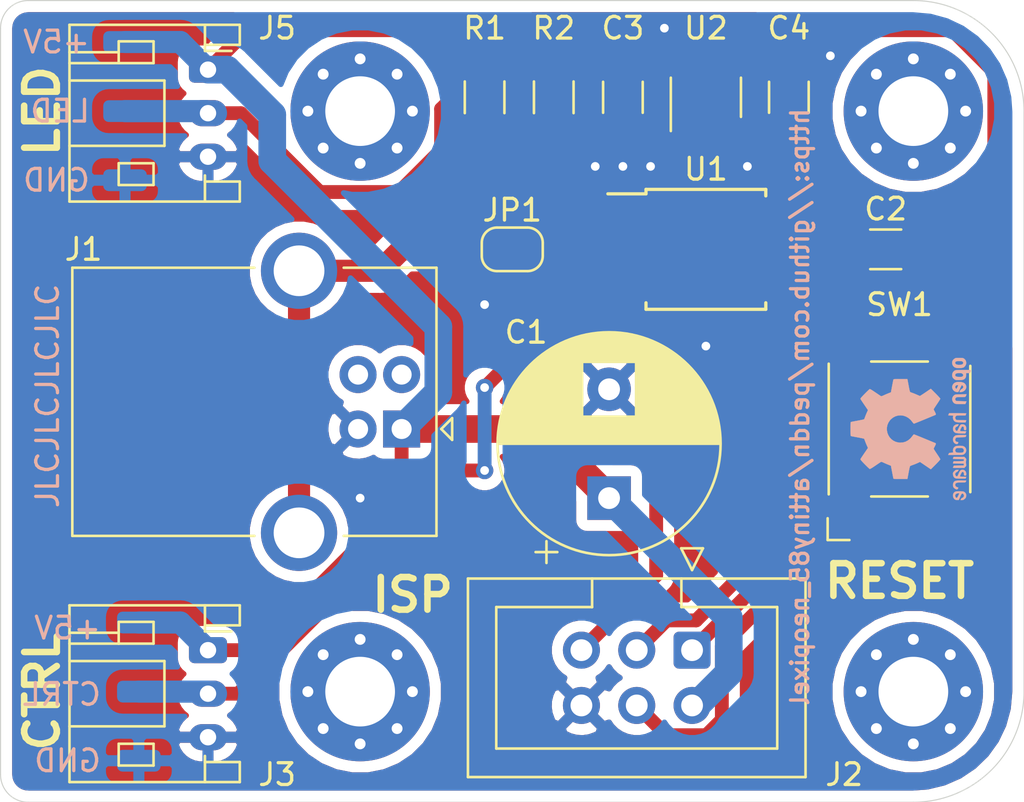
<source format=kicad_pcb>
(kicad_pcb (version 20171130) (host pcbnew 5.1.12-84ad8e8a86~92~ubuntu20.04.1)

  (general
    (thickness 1.6)
    (drawings 20)
    (tracks 103)
    (zones 0)
    (modules 25)
    (nets 15)
  )

  (page A4)
  (layers
    (0 F.Cu signal)
    (31 B.Cu signal)
    (32 B.Adhes user)
    (33 F.Adhes user)
    (34 B.Paste user)
    (35 F.Paste user)
    (36 B.SilkS user)
    (37 F.SilkS user)
    (38 B.Mask user)
    (39 F.Mask user)
    (40 Dwgs.User user)
    (41 Cmts.User user)
    (42 Eco1.User user)
    (43 Eco2.User user)
    (44 Edge.Cuts user)
    (45 Margin user)
    (46 B.CrtYd user)
    (47 F.CrtYd user)
    (48 B.Fab user hide)
    (49 F.Fab user hide)
  )

  (setup
    (last_trace_width 0.25)
    (user_trace_width 0.508)
    (user_trace_width 0.635)
    (user_trace_width 1.016)
    (user_trace_width 1.27)
    (trace_clearance 0.2)
    (zone_clearance 0.508)
    (zone_45_only no)
    (trace_min 0.2)
    (via_size 0.8)
    (via_drill 0.4)
    (via_min_size 0.4)
    (via_min_drill 0.3)
    (uvia_size 0.3)
    (uvia_drill 0.1)
    (uvias_allowed no)
    (uvia_min_size 0.2)
    (uvia_min_drill 0.1)
    (edge_width 0.05)
    (segment_width 0.2)
    (pcb_text_width 0.3)
    (pcb_text_size 1.5 1.5)
    (mod_edge_width 0.12)
    (mod_text_size 1 1)
    (mod_text_width 0.15)
    (pad_size 1.524 1.524)
    (pad_drill 0.762)
    (pad_to_mask_clearance 0)
    (aux_axis_origin 0 0)
    (visible_elements FFFFFF7F)
    (pcbplotparams
      (layerselection 0x0f0fc_ffffffff)
      (usegerberextensions false)
      (usegerberattributes true)
      (usegerberadvancedattributes true)
      (creategerberjobfile true)
      (excludeedgelayer true)
      (linewidth 0.100000)
      (plotframeref false)
      (viasonmask false)
      (mode 1)
      (useauxorigin false)
      (hpglpennumber 1)
      (hpglpenspeed 20)
      (hpglpendiameter 15.000000)
      (psnegative false)
      (psa4output false)
      (plotreference true)
      (plotvalue true)
      (plotinvisibletext false)
      (padsonsilk false)
      (subtractmaskfromsilk false)
      (outputformat 1)
      (mirror false)
      (drillshape 0)
      (scaleselection 1)
      (outputdirectory "gerber/"))
  )

  (net 0 "")
  (net 1 GND)
  (net 2 +5V)
  (net 3 "Net-(C3-Pad1)")
  (net 4 "Net-(J1-Pad5)")
  (net 5 "Net-(J1-Pad3)")
  (net 6 "Net-(J1-Pad2)")
  (net 7 /MOSI)
  (net 8 /~RESET)
  (net 9 /SCK)
  (net 10 /MISO)
  (net 11 /CONTROL)
  (net 12 /LED)
  (net 13 "Net-(R1-Pad2)")
  (net 14 "Net-(SW1-Pad3)")

  (net_class Default "Dies ist die voreingestellte Netzklasse."
    (clearance 0.2)
    (trace_width 0.25)
    (via_dia 0.8)
    (via_drill 0.4)
    (uvia_dia 0.3)
    (uvia_drill 0.1)
    (add_net +5V)
    (add_net /CONTROL)
    (add_net /LED)
    (add_net /MISO)
    (add_net /MOSI)
    (add_net /SCK)
    (add_net /~RESET)
    (add_net GND)
    (add_net "Net-(C3-Pad1)")
    (add_net "Net-(J1-Pad2)")
    (add_net "Net-(J1-Pad3)")
    (add_net "Net-(J1-Pad5)")
    (add_net "Net-(R1-Pad2)")
    (add_net "Net-(SW1-Pad3)")
  )

  (module Symbol:OSHW-Logo2_7.3x6mm_SilkScreen (layer B.Cu) (tedit 0) (tstamp 6184AAA5)
    (at 150.368 88.9 270)
    (descr "Open Source Hardware Symbol")
    (tags "Logo Symbol OSHW")
    (attr virtual)
    (fp_text reference REF** (at 0 0 270) (layer B.SilkS) hide
      (effects (font (size 1 1) (thickness 0.15)) (justify mirror))
    )
    (fp_text value OSHW-Logo2_7.3x6mm_SilkScreen (at 0.75 0 270) (layer B.Fab) hide
      (effects (font (size 1 1) (thickness 0.15)) (justify mirror))
    )
    (fp_poly (pts (xy 0.10391 2.757652) (xy 0.182454 2.757222) (xy 0.239298 2.756058) (xy 0.278105 2.753793)
      (xy 0.302538 2.75006) (xy 0.316262 2.744494) (xy 0.32294 2.736727) (xy 0.326236 2.726395)
      (xy 0.326556 2.725057) (xy 0.331562 2.700921) (xy 0.340829 2.653299) (xy 0.353392 2.587259)
      (xy 0.368287 2.507872) (xy 0.384551 2.420204) (xy 0.385119 2.417125) (xy 0.40141 2.331211)
      (xy 0.416652 2.255304) (xy 0.429861 2.193955) (xy 0.440054 2.151718) (xy 0.446248 2.133145)
      (xy 0.446543 2.132816) (xy 0.464788 2.123747) (xy 0.502405 2.108633) (xy 0.551271 2.090738)
      (xy 0.551543 2.090642) (xy 0.613093 2.067507) (xy 0.685657 2.038035) (xy 0.754057 2.008403)
      (xy 0.757294 2.006938) (xy 0.868702 1.956374) (xy 1.115399 2.12484) (xy 1.191077 2.176197)
      (xy 1.259631 2.222111) (xy 1.317088 2.25997) (xy 1.359476 2.287163) (xy 1.382825 2.301079)
      (xy 1.385042 2.302111) (xy 1.40201 2.297516) (xy 1.433701 2.275345) (xy 1.481352 2.234553)
      (xy 1.546198 2.174095) (xy 1.612397 2.109773) (xy 1.676214 2.046388) (xy 1.733329 1.988549)
      (xy 1.780305 1.939825) (xy 1.813703 1.90379) (xy 1.830085 1.884016) (xy 1.830694 1.882998)
      (xy 1.832505 1.869428) (xy 1.825683 1.847267) (xy 1.80854 1.813522) (xy 1.779393 1.7652)
      (xy 1.736555 1.699308) (xy 1.679448 1.614483) (xy 1.628766 1.539823) (xy 1.583461 1.47286)
      (xy 1.54615 1.417484) (xy 1.519452 1.37758) (xy 1.505985 1.357038) (xy 1.505137 1.355644)
      (xy 1.506781 1.335962) (xy 1.519245 1.297707) (xy 1.540048 1.248111) (xy 1.547462 1.232272)
      (xy 1.579814 1.16171) (xy 1.614328 1.081647) (xy 1.642365 1.012371) (xy 1.662568 0.960955)
      (xy 1.678615 0.921881) (xy 1.687888 0.901459) (xy 1.689041 0.899886) (xy 1.706096 0.897279)
      (xy 1.746298 0.890137) (xy 1.804302 0.879477) (xy 1.874763 0.866315) (xy 1.952335 0.851667)
      (xy 2.031672 0.836551) (xy 2.107431 0.821982) (xy 2.174264 0.808978) (xy 2.226828 0.798555)
      (xy 2.259776 0.79173) (xy 2.267857 0.789801) (xy 2.276205 0.785038) (xy 2.282506 0.774282)
      (xy 2.287045 0.753902) (xy 2.290104 0.720266) (xy 2.291967 0.669745) (xy 2.292918 0.598708)
      (xy 2.29324 0.503524) (xy 2.293257 0.464508) (xy 2.293257 0.147201) (xy 2.217057 0.132161)
      (xy 2.174663 0.124005) (xy 2.1114 0.112101) (xy 2.034962 0.097884) (xy 1.953043 0.08279)
      (xy 1.9304 0.078645) (xy 1.854806 0.063947) (xy 1.788953 0.049495) (xy 1.738366 0.036625)
      (xy 1.708574 0.026678) (xy 1.703612 0.023713) (xy 1.691426 0.002717) (xy 1.673953 -0.037967)
      (xy 1.654577 -0.090322) (xy 1.650734 -0.1016) (xy 1.625339 -0.171523) (xy 1.593817 -0.250418)
      (xy 1.562969 -0.321266) (xy 1.562817 -0.321595) (xy 1.511447 -0.432733) (xy 1.680399 -0.681253)
      (xy 1.849352 -0.929772) (xy 1.632429 -1.147058) (xy 1.566819 -1.211726) (xy 1.506979 -1.268733)
      (xy 1.456267 -1.315033) (xy 1.418046 -1.347584) (xy 1.395675 -1.363343) (xy 1.392466 -1.364343)
      (xy 1.373626 -1.356469) (xy 1.33518 -1.334578) (xy 1.28133 -1.301267) (xy 1.216276 -1.259131)
      (xy 1.14594 -1.211943) (xy 1.074555 -1.16381) (xy 1.010908 -1.121928) (xy 0.959041 -1.088871)
      (xy 0.922995 -1.067218) (xy 0.906867 -1.059543) (xy 0.887189 -1.066037) (xy 0.849875 -1.08315)
      (xy 0.802621 -1.107326) (xy 0.797612 -1.110013) (xy 0.733977 -1.141927) (xy 0.690341 -1.157579)
      (xy 0.663202 -1.157745) (xy 0.649057 -1.143204) (xy 0.648975 -1.143) (xy 0.641905 -1.125779)
      (xy 0.625042 -1.084899) (xy 0.599695 -1.023525) (xy 0.567171 -0.944819) (xy 0.528778 -0.851947)
      (xy 0.485822 -0.748072) (xy 0.444222 -0.647502) (xy 0.398504 -0.536516) (xy 0.356526 -0.433703)
      (xy 0.319548 -0.342215) (xy 0.288827 -0.265201) (xy 0.265622 -0.205815) (xy 0.25119 -0.167209)
      (xy 0.246743 -0.1528) (xy 0.257896 -0.136272) (xy 0.287069 -0.10993) (xy 0.325971 -0.080887)
      (xy 0.436757 0.010961) (xy 0.523351 0.116241) (xy 0.584716 0.232734) (xy 0.619815 0.358224)
      (xy 0.627608 0.490493) (xy 0.621943 0.551543) (xy 0.591078 0.678205) (xy 0.53792 0.790059)
      (xy 0.465767 0.885999) (xy 0.377917 0.964924) (xy 0.277665 1.02573) (xy 0.16831 1.067313)
      (xy 0.053147 1.088572) (xy -0.064525 1.088401) (xy -0.18141 1.065699) (xy -0.294211 1.019362)
      (xy -0.399631 0.948287) (xy -0.443632 0.908089) (xy -0.528021 0.804871) (xy -0.586778 0.692075)
      (xy -0.620296 0.57299) (xy -0.628965 0.450905) (xy -0.613177 0.329107) (xy -0.573322 0.210884)
      (xy -0.509793 0.099525) (xy -0.422979 -0.001684) (xy -0.325971 -0.080887) (xy -0.285563 -0.111162)
      (xy -0.257018 -0.137219) (xy -0.246743 -0.152825) (xy -0.252123 -0.169843) (xy -0.267425 -0.2105)
      (xy -0.291388 -0.271642) (xy -0.322756 -0.350119) (xy -0.360268 -0.44278) (xy -0.402667 -0.546472)
      (xy -0.444337 -0.647526) (xy -0.49031 -0.758607) (xy -0.532893 -0.861541) (xy -0.570779 -0.953165)
      (xy -0.60266 -1.030316) (xy -0.627229 -1.089831) (xy -0.64318 -1.128544) (xy -0.64909 -1.143)
      (xy -0.663052 -1.157685) (xy -0.69006 -1.157642) (xy -0.733587 -1.142099) (xy -0.79711 -1.110284)
      (xy -0.797612 -1.110013) (xy -0.84544 -1.085323) (xy -0.884103 -1.067338) (xy -0.905905 -1.059614)
      (xy -0.906867 -1.059543) (xy -0.923279 -1.067378) (xy -0.959513 -1.089165) (xy -1.011526 -1.122328)
      (xy -1.075275 -1.164291) (xy -1.14594 -1.211943) (xy -1.217884 -1.260191) (xy -1.282726 -1.302151)
      (xy -1.336265 -1.335227) (xy -1.374303 -1.356821) (xy -1.392467 -1.364343) (xy -1.409192 -1.354457)
      (xy -1.44282 -1.326826) (xy -1.48999 -1.284495) (xy -1.547342 -1.230505) (xy -1.611516 -1.167899)
      (xy -1.632503 -1.146983) (xy -1.849501 -0.929623) (xy -1.684332 -0.68722) (xy -1.634136 -0.612781)
      (xy -1.590081 -0.545972) (xy -1.554638 -0.490665) (xy -1.530281 -0.450729) (xy -1.519478 -0.430036)
      (xy -1.519162 -0.428563) (xy -1.524857 -0.409058) (xy -1.540174 -0.369822) (xy -1.562463 -0.31743)
      (xy -1.578107 -0.282355) (xy -1.607359 -0.215201) (xy -1.634906 -0.147358) (xy -1.656263 -0.090034)
      (xy -1.662065 -0.072572) (xy -1.678548 -0.025938) (xy -1.69466 0.010095) (xy -1.70351 0.023713)
      (xy -1.72304 0.032048) (xy -1.765666 0.043863) (xy -1.825855 0.057819) (xy -1.898078 0.072578)
      (xy -1.9304 0.078645) (xy -2.012478 0.093727) (xy -2.091205 0.108331) (xy -2.158891 0.12102)
      (xy -2.20784 0.130358) (xy -2.217057 0.132161) (xy -2.293257 0.147201) (xy -2.293257 0.464508)
      (xy -2.293086 0.568846) (xy -2.292384 0.647787) (xy -2.290866 0.704962) (xy -2.288251 0.744001)
      (xy -2.284254 0.768535) (xy -2.278591 0.782195) (xy -2.27098 0.788611) (xy -2.267857 0.789801)
      (xy -2.249022 0.79402) (xy -2.207412 0.802438) (xy -2.14837 0.814039) (xy -2.077243 0.827805)
      (xy -1.999375 0.84272) (xy -1.920113 0.857768) (xy -1.844802 0.871931) (xy -1.778787 0.884194)
      (xy -1.727413 0.893539) (xy -1.696025 0.89895) (xy -1.689041 0.899886) (xy -1.682715 0.912404)
      (xy -1.66871 0.945754) (xy -1.649645 0.993623) (xy -1.642366 1.012371) (xy -1.613004 1.084805)
      (xy -1.578429 1.16483) (xy -1.547463 1.232272) (xy -1.524677 1.283841) (xy -1.509518 1.326215)
      (xy -1.504458 1.352166) (xy -1.505264 1.355644) (xy -1.515959 1.372064) (xy -1.54038 1.408583)
      (xy -1.575905 1.461313) (xy -1.619913 1.526365) (xy -1.669783 1.599849) (xy -1.679644 1.614355)
      (xy -1.737508 1.700296) (xy -1.780044 1.765739) (xy -1.808946 1.813696) (xy -1.82591 1.84718)
      (xy -1.832633 1.869205) (xy -1.83081 1.882783) (xy -1.830764 1.882869) (xy -1.816414 1.900703)
      (xy -1.784677 1.935183) (xy -1.73899 1.982732) (xy -1.682796 2.039778) (xy -1.619532 2.102745)
      (xy -1.612398 2.109773) (xy -1.53267 2.18698) (xy -1.471143 2.24367) (xy -1.426579 2.28089)
      (xy -1.397743 2.299685) (xy -1.385042 2.302111) (xy -1.366506 2.291529) (xy -1.328039 2.267084)
      (xy -1.273614 2.231388) (xy -1.207202 2.187053) (xy -1.132775 2.136689) (xy -1.115399 2.12484)
      (xy -0.868703 1.956374) (xy -0.757294 2.006938) (xy -0.689543 2.036405) (xy -0.616817 2.066041)
      (xy -0.554297 2.08967) (xy -0.551543 2.090642) (xy -0.50264 2.108543) (xy -0.464943 2.12368)
      (xy -0.446575 2.13279) (xy -0.446544 2.132816) (xy -0.440715 2.149283) (xy -0.430808 2.189781)
      (xy -0.417805 2.249758) (xy -0.402691 2.32466) (xy -0.386448 2.409936) (xy -0.385119 2.417125)
      (xy -0.368825 2.504986) (xy -0.353867 2.58474) (xy -0.341209 2.651319) (xy -0.331814 2.699653)
      (xy -0.326646 2.724675) (xy -0.326556 2.725057) (xy -0.323411 2.735701) (xy -0.317296 2.743738)
      (xy -0.304547 2.749533) (xy -0.2815 2.753453) (xy -0.244491 2.755865) (xy -0.189856 2.757135)
      (xy -0.113933 2.757629) (xy -0.013056 2.757714) (xy 0 2.757714) (xy 0.10391 2.757652)) (layer B.SilkS) (width 0.01))
    (fp_poly (pts (xy 3.153595 -1.966966) (xy 3.211021 -2.004497) (xy 3.238719 -2.038096) (xy 3.260662 -2.099064)
      (xy 3.262405 -2.147308) (xy 3.258457 -2.211816) (xy 3.109686 -2.276934) (xy 3.037349 -2.310202)
      (xy 2.990084 -2.336964) (xy 2.965507 -2.360144) (xy 2.961237 -2.382667) (xy 2.974889 -2.407455)
      (xy 2.989943 -2.423886) (xy 3.033746 -2.450235) (xy 3.081389 -2.452081) (xy 3.125145 -2.431546)
      (xy 3.157289 -2.390752) (xy 3.163038 -2.376347) (xy 3.190576 -2.331356) (xy 3.222258 -2.312182)
      (xy 3.265714 -2.295779) (xy 3.265714 -2.357966) (xy 3.261872 -2.400283) (xy 3.246823 -2.435969)
      (xy 3.21528 -2.476943) (xy 3.210592 -2.482267) (xy 3.175506 -2.51872) (xy 3.145347 -2.538283)
      (xy 3.107615 -2.547283) (xy 3.076335 -2.55023) (xy 3.020385 -2.550965) (xy 2.980555 -2.54166)
      (xy 2.955708 -2.527846) (xy 2.916656 -2.497467) (xy 2.889625 -2.464613) (xy 2.872517 -2.423294)
      (xy 2.863238 -2.367521) (xy 2.859693 -2.291305) (xy 2.85941 -2.252622) (xy 2.860372 -2.206247)
      (xy 2.948007 -2.206247) (xy 2.949023 -2.231126) (xy 2.951556 -2.2352) (xy 2.968274 -2.229665)
      (xy 3.004249 -2.215017) (xy 3.052331 -2.19419) (xy 3.062386 -2.189714) (xy 3.123152 -2.158814)
      (xy 3.156632 -2.131657) (xy 3.16399 -2.10622) (xy 3.146391 -2.080481) (xy 3.131856 -2.069109)
      (xy 3.07941 -2.046364) (xy 3.030322 -2.050122) (xy 2.989227 -2.077884) (xy 2.960758 -2.127152)
      (xy 2.951631 -2.166257) (xy 2.948007 -2.206247) (xy 2.860372 -2.206247) (xy 2.861285 -2.162249)
      (xy 2.868196 -2.095384) (xy 2.881884 -2.046695) (xy 2.904096 -2.010849) (xy 2.936574 -1.982513)
      (xy 2.950733 -1.973355) (xy 3.015053 -1.949507) (xy 3.085473 -1.948006) (xy 3.153595 -1.966966)) (layer B.SilkS) (width 0.01))
    (fp_poly (pts (xy 2.6526 -1.958752) (xy 2.669948 -1.966334) (xy 2.711356 -1.999128) (xy 2.746765 -2.046547)
      (xy 2.768664 -2.097151) (xy 2.772229 -2.122098) (xy 2.760279 -2.156927) (xy 2.734067 -2.175357)
      (xy 2.705964 -2.186516) (xy 2.693095 -2.188572) (xy 2.686829 -2.173649) (xy 2.674456 -2.141175)
      (xy 2.669028 -2.126502) (xy 2.63859 -2.075744) (xy 2.59452 -2.050427) (xy 2.53801 -2.051206)
      (xy 2.533825 -2.052203) (xy 2.503655 -2.066507) (xy 2.481476 -2.094393) (xy 2.466327 -2.139287)
      (xy 2.45725 -2.204615) (xy 2.453286 -2.293804) (xy 2.452914 -2.341261) (xy 2.45273 -2.416071)
      (xy 2.451522 -2.467069) (xy 2.448309 -2.499471) (xy 2.442109 -2.518495) (xy 2.43194 -2.529356)
      (xy 2.416819 -2.537272) (xy 2.415946 -2.53767) (xy 2.386828 -2.549981) (xy 2.372403 -2.554514)
      (xy 2.370186 -2.540809) (xy 2.368289 -2.502925) (xy 2.366847 -2.445715) (xy 2.365998 -2.374027)
      (xy 2.365829 -2.321565) (xy 2.366692 -2.220047) (xy 2.37007 -2.143032) (xy 2.377142 -2.086023)
      (xy 2.389088 -2.044526) (xy 2.40709 -2.014043) (xy 2.432327 -1.99008) (xy 2.457247 -1.973355)
      (xy 2.517171 -1.951097) (xy 2.586911 -1.946076) (xy 2.6526 -1.958752)) (layer B.SilkS) (width 0.01))
    (fp_poly (pts (xy 2.144876 -1.956335) (xy 2.186667 -1.975344) (xy 2.219469 -1.998378) (xy 2.243503 -2.024133)
      (xy 2.260097 -2.057358) (xy 2.270577 -2.1028) (xy 2.276271 -2.165207) (xy 2.278507 -2.249327)
      (xy 2.278743 -2.304721) (xy 2.278743 -2.520826) (xy 2.241774 -2.53767) (xy 2.212656 -2.549981)
      (xy 2.198231 -2.554514) (xy 2.195472 -2.541025) (xy 2.193282 -2.504653) (xy 2.191942 -2.451542)
      (xy 2.191657 -2.409372) (xy 2.190434 -2.348447) (xy 2.187136 -2.300115) (xy 2.182321 -2.270518)
      (xy 2.178496 -2.264229) (xy 2.152783 -2.270652) (xy 2.112418 -2.287125) (xy 2.065679 -2.309458)
      (xy 2.020845 -2.333457) (xy 1.986193 -2.35493) (xy 1.970002 -2.369685) (xy 1.969938 -2.369845)
      (xy 1.97133 -2.397152) (xy 1.983818 -2.423219) (xy 2.005743 -2.444392) (xy 2.037743 -2.451474)
      (xy 2.065092 -2.450649) (xy 2.103826 -2.450042) (xy 2.124158 -2.459116) (xy 2.136369 -2.483092)
      (xy 2.137909 -2.487613) (xy 2.143203 -2.521806) (xy 2.129047 -2.542568) (xy 2.092148 -2.552462)
      (xy 2.052289 -2.554292) (xy 1.980562 -2.540727) (xy 1.943432 -2.521355) (xy 1.897576 -2.475845)
      (xy 1.873256 -2.419983) (xy 1.871073 -2.360957) (xy 1.891629 -2.305953) (xy 1.922549 -2.271486)
      (xy 1.95342 -2.252189) (xy 2.001942 -2.227759) (xy 2.058485 -2.202985) (xy 2.06791 -2.199199)
      (xy 2.130019 -2.171791) (xy 2.165822 -2.147634) (xy 2.177337 -2.123619) (xy 2.16658 -2.096635)
      (xy 2.148114 -2.075543) (xy 2.104469 -2.049572) (xy 2.056446 -2.047624) (xy 2.012406 -2.067637)
      (xy 1.980709 -2.107551) (xy 1.976549 -2.117848) (xy 1.952327 -2.155724) (xy 1.916965 -2.183842)
      (xy 1.872343 -2.206917) (xy 1.872343 -2.141485) (xy 1.874969 -2.101506) (xy 1.88623 -2.069997)
      (xy 1.911199 -2.036378) (xy 1.935169 -2.010484) (xy 1.972441 -1.973817) (xy 2.001401 -1.954121)
      (xy 2.032505 -1.94622) (xy 2.067713 -1.944914) (xy 2.144876 -1.956335)) (layer B.SilkS) (width 0.01))
    (fp_poly (pts (xy 1.779833 -1.958663) (xy 1.782048 -1.99685) (xy 1.783784 -2.054886) (xy 1.784899 -2.12818)
      (xy 1.785257 -2.205055) (xy 1.785257 -2.465196) (xy 1.739326 -2.511127) (xy 1.707675 -2.539429)
      (xy 1.67989 -2.550893) (xy 1.641915 -2.550168) (xy 1.62684 -2.548321) (xy 1.579726 -2.542948)
      (xy 1.540756 -2.539869) (xy 1.531257 -2.539585) (xy 1.499233 -2.541445) (xy 1.453432 -2.546114)
      (xy 1.435674 -2.548321) (xy 1.392057 -2.551735) (xy 1.362745 -2.54432) (xy 1.33368 -2.521427)
      (xy 1.323188 -2.511127) (xy 1.277257 -2.465196) (xy 1.277257 -1.978602) (xy 1.314226 -1.961758)
      (xy 1.346059 -1.949282) (xy 1.364683 -1.944914) (xy 1.369458 -1.958718) (xy 1.373921 -1.997286)
      (xy 1.377775 -2.056356) (xy 1.380722 -2.131663) (xy 1.382143 -2.195286) (xy 1.386114 -2.445657)
      (xy 1.420759 -2.450556) (xy 1.452268 -2.447131) (xy 1.467708 -2.436041) (xy 1.472023 -2.415308)
      (xy 1.475708 -2.371145) (xy 1.478469 -2.309146) (xy 1.480012 -2.234909) (xy 1.480235 -2.196706)
      (xy 1.480457 -1.976783) (xy 1.526166 -1.960849) (xy 1.558518 -1.950015) (xy 1.576115 -1.944962)
      (xy 1.576623 -1.944914) (xy 1.578388 -1.958648) (xy 1.580329 -1.99673) (xy 1.582282 -2.054482)
      (xy 1.584084 -2.127227) (xy 1.585343 -2.195286) (xy 1.589314 -2.445657) (xy 1.6764 -2.445657)
      (xy 1.680396 -2.21724) (xy 1.684392 -1.988822) (xy 1.726847 -1.966868) (xy 1.758192 -1.951793)
      (xy 1.776744 -1.944951) (xy 1.777279 -1.944914) (xy 1.779833 -1.958663)) (layer B.SilkS) (width 0.01))
    (fp_poly (pts (xy 1.190117 -2.065358) (xy 1.189933 -2.173837) (xy 1.189219 -2.257287) (xy 1.187675 -2.319704)
      (xy 1.185001 -2.365085) (xy 1.180894 -2.397429) (xy 1.175055 -2.420733) (xy 1.167182 -2.438995)
      (xy 1.161221 -2.449418) (xy 1.111855 -2.505945) (xy 1.049264 -2.541377) (xy 0.980013 -2.55409)
      (xy 0.910668 -2.542463) (xy 0.869375 -2.521568) (xy 0.826025 -2.485422) (xy 0.796481 -2.441276)
      (xy 0.778655 -2.383462) (xy 0.770463 -2.306313) (xy 0.769302 -2.249714) (xy 0.769458 -2.245647)
      (xy 0.870857 -2.245647) (xy 0.871476 -2.31055) (xy 0.874314 -2.353514) (xy 0.88084 -2.381622)
      (xy 0.892523 -2.401953) (xy 0.906483 -2.417288) (xy 0.953365 -2.44689) (xy 1.003701 -2.449419)
      (xy 1.051276 -2.424705) (xy 1.054979 -2.421356) (xy 1.070783 -2.403935) (xy 1.080693 -2.383209)
      (xy 1.086058 -2.352362) (xy 1.088228 -2.304577) (xy 1.088571 -2.251748) (xy 1.087827 -2.185381)
      (xy 1.084748 -2.141106) (xy 1.078061 -2.112009) (xy 1.066496 -2.091173) (xy 1.057013 -2.080107)
      (xy 1.01296 -2.052198) (xy 0.962224 -2.048843) (xy 0.913796 -2.070159) (xy 0.90445 -2.078073)
      (xy 0.88854 -2.095647) (xy 0.87861 -2.116587) (xy 0.873278 -2.147782) (xy 0.871163 -2.196122)
      (xy 0.870857 -2.245647) (xy 0.769458 -2.245647) (xy 0.77281 -2.158568) (xy 0.784726 -2.090086)
      (xy 0.807135 -2.0386) (xy 0.842124 -1.998443) (xy 0.869375 -1.977861) (xy 0.918907 -1.955625)
      (xy 0.976316 -1.945304) (xy 1.029682 -1.948067) (xy 1.059543 -1.959212) (xy 1.071261 -1.962383)
      (xy 1.079037 -1.950557) (xy 1.084465 -1.918866) (xy 1.088571 -1.870593) (xy 1.093067 -1.816829)
      (xy 1.099313 -1.784482) (xy 1.110676 -1.765985) (xy 1.130528 -1.75377) (xy 1.143 -1.748362)
      (xy 1.190171 -1.728601) (xy 1.190117 -2.065358)) (layer B.SilkS) (width 0.01))
    (fp_poly (pts (xy 0.529926 -1.949755) (xy 0.595858 -1.974084) (xy 0.649273 -2.017117) (xy 0.670164 -2.047409)
      (xy 0.692939 -2.102994) (xy 0.692466 -2.143186) (xy 0.668562 -2.170217) (xy 0.659717 -2.174813)
      (xy 0.62153 -2.189144) (xy 0.602028 -2.185472) (xy 0.595422 -2.161407) (xy 0.595086 -2.148114)
      (xy 0.582992 -2.09921) (xy 0.551471 -2.064999) (xy 0.507659 -2.048476) (xy 0.458695 -2.052634)
      (xy 0.418894 -2.074227) (xy 0.40545 -2.086544) (xy 0.395921 -2.101487) (xy 0.389485 -2.124075)
      (xy 0.385317 -2.159328) (xy 0.382597 -2.212266) (xy 0.380502 -2.287907) (xy 0.37996 -2.311857)
      (xy 0.377981 -2.39379) (xy 0.375731 -2.451455) (xy 0.372357 -2.489608) (xy 0.367006 -2.513004)
      (xy 0.358824 -2.526398) (xy 0.346959 -2.534545) (xy 0.339362 -2.538144) (xy 0.307102 -2.550452)
      (xy 0.288111 -2.554514) (xy 0.281836 -2.540948) (xy 0.278006 -2.499934) (xy 0.2766 -2.430999)
      (xy 0.277598 -2.333669) (xy 0.277908 -2.318657) (xy 0.280101 -2.229859) (xy 0.282693 -2.165019)
      (xy 0.286382 -2.119067) (xy 0.291864 -2.086935) (xy 0.299835 -2.063553) (xy 0.310993 -2.043852)
      (xy 0.31683 -2.03541) (xy 0.350296 -1.998057) (xy 0.387727 -1.969003) (xy 0.392309 -1.966467)
      (xy 0.459426 -1.946443) (xy 0.529926 -1.949755)) (layer B.SilkS) (width 0.01))
    (fp_poly (pts (xy 0.039744 -1.950968) (xy 0.096616 -1.972087) (xy 0.097267 -1.972493) (xy 0.13244 -1.99838)
      (xy 0.158407 -2.028633) (xy 0.17667 -2.068058) (xy 0.188732 -2.121462) (xy 0.196096 -2.193651)
      (xy 0.200264 -2.289432) (xy 0.200629 -2.303078) (xy 0.205876 -2.508842) (xy 0.161716 -2.531678)
      (xy 0.129763 -2.54711) (xy 0.11047 -2.554423) (xy 0.109578 -2.554514) (xy 0.106239 -2.541022)
      (xy 0.103587 -2.504626) (xy 0.101956 -2.451452) (xy 0.1016 -2.408393) (xy 0.101592 -2.338641)
      (xy 0.098403 -2.294837) (xy 0.087288 -2.273944) (xy 0.063501 -2.272925) (xy 0.022296 -2.288741)
      (xy -0.039914 -2.317815) (xy -0.085659 -2.341963) (xy -0.109187 -2.362913) (xy -0.116104 -2.385747)
      (xy -0.116114 -2.386877) (xy -0.104701 -2.426212) (xy -0.070908 -2.447462) (xy -0.019191 -2.450539)
      (xy 0.018061 -2.450006) (xy 0.037703 -2.460735) (xy 0.049952 -2.486505) (xy 0.057002 -2.519337)
      (xy 0.046842 -2.537966) (xy 0.043017 -2.540632) (xy 0.007001 -2.55134) (xy -0.043434 -2.552856)
      (xy -0.095374 -2.545759) (xy -0.132178 -2.532788) (xy -0.183062 -2.489585) (xy -0.211986 -2.429446)
      (xy -0.217714 -2.382462) (xy -0.213343 -2.340082) (xy -0.197525 -2.305488) (xy -0.166203 -2.274763)
      (xy -0.115322 -2.24399) (xy -0.040824 -2.209252) (xy -0.036286 -2.207288) (xy 0.030821 -2.176287)
      (xy 0.072232 -2.150862) (xy 0.089981 -2.128014) (xy 0.086107 -2.104745) (xy 0.062643 -2.078056)
      (xy 0.055627 -2.071914) (xy 0.00863 -2.0481) (xy -0.040067 -2.049103) (xy -0.082478 -2.072451)
      (xy -0.110616 -2.115675) (xy -0.113231 -2.12416) (xy -0.138692 -2.165308) (xy -0.170999 -2.185128)
      (xy -0.217714 -2.20477) (xy -0.217714 -2.15395) (xy -0.203504 -2.080082) (xy -0.161325 -2.012327)
      (xy -0.139376 -1.989661) (xy -0.089483 -1.960569) (xy -0.026033 -1.9474) (xy 0.039744 -1.950968)) (layer B.SilkS) (width 0.01))
    (fp_poly (pts (xy -0.624114 -1.851289) (xy -0.619861 -1.910613) (xy -0.614975 -1.945572) (xy -0.608205 -1.96082)
      (xy -0.598298 -1.961015) (xy -0.595086 -1.959195) (xy -0.552356 -1.946015) (xy -0.496773 -1.946785)
      (xy -0.440263 -1.960333) (xy -0.404918 -1.977861) (xy -0.368679 -2.005861) (xy -0.342187 -2.037549)
      (xy -0.324001 -2.077813) (xy -0.312678 -2.131543) (xy -0.306778 -2.203626) (xy -0.304857 -2.298951)
      (xy -0.304823 -2.317237) (xy -0.3048 -2.522646) (xy -0.350509 -2.53858) (xy -0.382973 -2.54942)
      (xy -0.400785 -2.554468) (xy -0.401309 -2.554514) (xy -0.403063 -2.540828) (xy -0.404556 -2.503076)
      (xy -0.405674 -2.446224) (xy -0.406303 -2.375234) (xy -0.4064 -2.332073) (xy -0.406602 -2.246973)
      (xy -0.407642 -2.185981) (xy -0.410169 -2.144177) (xy -0.414836 -2.116642) (xy -0.422293 -2.098456)
      (xy -0.433189 -2.084698) (xy -0.439993 -2.078073) (xy -0.486728 -2.051375) (xy -0.537728 -2.049375)
      (xy -0.583999 -2.071955) (xy -0.592556 -2.080107) (xy -0.605107 -2.095436) (xy -0.613812 -2.113618)
      (xy -0.619369 -2.139909) (xy -0.622474 -2.179562) (xy -0.623824 -2.237832) (xy -0.624114 -2.318173)
      (xy -0.624114 -2.522646) (xy -0.669823 -2.53858) (xy -0.702287 -2.54942) (xy -0.720099 -2.554468)
      (xy -0.720623 -2.554514) (xy -0.721963 -2.540623) (xy -0.723172 -2.501439) (xy -0.724199 -2.4407)
      (xy -0.724998 -2.362141) (xy -0.725519 -2.269498) (xy -0.725714 -2.166509) (xy -0.725714 -1.769342)
      (xy -0.678543 -1.749444) (xy -0.631371 -1.729547) (xy -0.624114 -1.851289)) (layer B.SilkS) (width 0.01))
    (fp_poly (pts (xy -1.831697 -1.931239) (xy -1.774473 -1.969735) (xy -1.730251 -2.025335) (xy -1.703833 -2.096086)
      (xy -1.69849 -2.148162) (xy -1.699097 -2.169893) (xy -1.704178 -2.186531) (xy -1.718145 -2.201437)
      (xy -1.745411 -2.217973) (xy -1.790388 -2.239498) (xy -1.857489 -2.269374) (xy -1.857829 -2.269524)
      (xy -1.919593 -2.297813) (xy -1.970241 -2.322933) (xy -2.004596 -2.342179) (xy -2.017482 -2.352848)
      (xy -2.017486 -2.352934) (xy -2.006128 -2.376166) (xy -1.979569 -2.401774) (xy -1.949077 -2.420221)
      (xy -1.93363 -2.423886) (xy -1.891485 -2.411212) (xy -1.855192 -2.379471) (xy -1.837483 -2.344572)
      (xy -1.820448 -2.318845) (xy -1.787078 -2.289546) (xy -1.747851 -2.264235) (xy -1.713244 -2.250471)
      (xy -1.706007 -2.249714) (xy -1.697861 -2.26216) (xy -1.69737 -2.293972) (xy -1.703357 -2.336866)
      (xy -1.714643 -2.382558) (xy -1.73005 -2.422761) (xy -1.730829 -2.424322) (xy -1.777196 -2.489062)
      (xy -1.837289 -2.533097) (xy -1.905535 -2.554711) (xy -1.976362 -2.552185) (xy -2.044196 -2.523804)
      (xy -2.047212 -2.521808) (xy -2.100573 -2.473448) (xy -2.13566 -2.410352) (xy -2.155078 -2.327387)
      (xy -2.157684 -2.304078) (xy -2.162299 -2.194055) (xy -2.156767 -2.142748) (xy -2.017486 -2.142748)
      (xy -2.015676 -2.174753) (xy -2.005778 -2.184093) (xy -1.981102 -2.177105) (xy -1.942205 -2.160587)
      (xy -1.898725 -2.139881) (xy -1.897644 -2.139333) (xy -1.860791 -2.119949) (xy -1.846 -2.107013)
      (xy -1.849647 -2.093451) (xy -1.865005 -2.075632) (xy -1.904077 -2.049845) (xy -1.946154 -2.04795)
      (xy -1.983897 -2.066717) (xy -2.009966 -2.102915) (xy -2.017486 -2.142748) (xy -2.156767 -2.142748)
      (xy -2.152806 -2.106027) (xy -2.12845 -2.036212) (xy -2.094544 -1.987302) (xy -2.033347 -1.937878)
      (xy -1.965937 -1.913359) (xy -1.89712 -1.911797) (xy -1.831697 -1.931239)) (layer B.SilkS) (width 0.01))
    (fp_poly (pts (xy -2.958885 -1.921962) (xy -2.890855 -1.957733) (xy -2.840649 -2.015301) (xy -2.822815 -2.052312)
      (xy -2.808937 -2.107882) (xy -2.801833 -2.178096) (xy -2.80116 -2.254727) (xy -2.806573 -2.329552)
      (xy -2.81773 -2.394342) (xy -2.834286 -2.440873) (xy -2.839374 -2.448887) (xy -2.899645 -2.508707)
      (xy -2.971231 -2.544535) (xy -3.048908 -2.55502) (xy -3.127452 -2.53881) (xy -3.149311 -2.529092)
      (xy -3.191878 -2.499143) (xy -3.229237 -2.459433) (xy -3.232768 -2.454397) (xy -3.247119 -2.430124)
      (xy -3.256606 -2.404178) (xy -3.26221 -2.370022) (xy -3.264914 -2.321119) (xy -3.265701 -2.250935)
      (xy -3.265714 -2.2352) (xy -3.265678 -2.230192) (xy -3.120571 -2.230192) (xy -3.119727 -2.29643)
      (xy -3.116404 -2.340386) (xy -3.109417 -2.368779) (xy -3.097584 -2.388325) (xy -3.091543 -2.394857)
      (xy -3.056814 -2.41968) (xy -3.023097 -2.418548) (xy -2.989005 -2.397016) (xy -2.968671 -2.374029)
      (xy -2.956629 -2.340478) (xy -2.949866 -2.287569) (xy -2.949402 -2.281399) (xy -2.948248 -2.185513)
      (xy -2.960312 -2.114299) (xy -2.98543 -2.068194) (xy -3.02344 -2.047635) (xy -3.037008 -2.046514)
      (xy -3.072636 -2.052152) (xy -3.097006 -2.071686) (xy -3.111907 -2.109042) (xy -3.119125 -2.16815)
      (xy -3.120571 -2.230192) (xy -3.265678 -2.230192) (xy -3.265174 -2.160413) (xy -3.262904 -2.108159)
      (xy -3.257932 -2.071949) (xy -3.249287 -2.045299) (xy -3.235995 -2.021722) (xy -3.233057 -2.017338)
      (xy -3.183687 -1.958249) (xy -3.129891 -1.923947) (xy -3.064398 -1.910331) (xy -3.042158 -1.909665)
      (xy -2.958885 -1.921962)) (layer B.SilkS) (width 0.01))
    (fp_poly (pts (xy -1.283907 -1.92778) (xy -1.237328 -1.954723) (xy -1.204943 -1.981466) (xy -1.181258 -2.009484)
      (xy -1.164941 -2.043748) (xy -1.154661 -2.089227) (xy -1.149086 -2.150892) (xy -1.146884 -2.233711)
      (xy -1.146629 -2.293246) (xy -1.146629 -2.512391) (xy -1.208314 -2.540044) (xy -1.27 -2.567697)
      (xy -1.277257 -2.32767) (xy -1.280256 -2.238028) (xy -1.283402 -2.172962) (xy -1.287299 -2.128026)
      (xy -1.292553 -2.09877) (xy -1.299769 -2.080748) (xy -1.30955 -2.069511) (xy -1.312688 -2.067079)
      (xy -1.360239 -2.048083) (xy -1.408303 -2.0556) (xy -1.436914 -2.075543) (xy -1.448553 -2.089675)
      (xy -1.456609 -2.10822) (xy -1.461729 -2.136334) (xy -1.464559 -2.179173) (xy -1.465744 -2.241895)
      (xy -1.465943 -2.307261) (xy -1.465982 -2.389268) (xy -1.467386 -2.447316) (xy -1.472086 -2.486465)
      (xy -1.482013 -2.51178) (xy -1.499097 -2.528323) (xy -1.525268 -2.541156) (xy -1.560225 -2.554491)
      (xy -1.598404 -2.569007) (xy -1.593859 -2.311389) (xy -1.592029 -2.218519) (xy -1.589888 -2.149889)
      (xy -1.586819 -2.100711) (xy -1.582206 -2.066198) (xy -1.575432 -2.041562) (xy -1.565881 -2.022016)
      (xy -1.554366 -2.00477) (xy -1.49881 -1.94968) (xy -1.43102 -1.917822) (xy -1.357287 -1.910191)
      (xy -1.283907 -1.92778)) (layer B.SilkS) (width 0.01))
    (fp_poly (pts (xy -2.400256 -1.919918) (xy -2.344799 -1.947568) (xy -2.295852 -1.99848) (xy -2.282371 -2.017338)
      (xy -2.267686 -2.042015) (xy -2.258158 -2.068816) (xy -2.252707 -2.104587) (xy -2.250253 -2.156169)
      (xy -2.249714 -2.224267) (xy -2.252148 -2.317588) (xy -2.260606 -2.387657) (xy -2.276826 -2.439931)
      (xy -2.302546 -2.479869) (xy -2.339503 -2.512929) (xy -2.342218 -2.514886) (xy -2.37864 -2.534908)
      (xy -2.422498 -2.544815) (xy -2.478276 -2.547257) (xy -2.568952 -2.547257) (xy -2.56899 -2.635283)
      (xy -2.569834 -2.684308) (xy -2.574976 -2.713065) (xy -2.588413 -2.730311) (xy -2.614142 -2.744808)
      (xy -2.620321 -2.747769) (xy -2.649236 -2.761648) (xy -2.671624 -2.770414) (xy -2.688271 -2.771171)
      (xy -2.699964 -2.761023) (xy -2.70749 -2.737073) (xy -2.711634 -2.696426) (xy -2.713185 -2.636186)
      (xy -2.712929 -2.553455) (xy -2.711651 -2.445339) (xy -2.711252 -2.413) (xy -2.709815 -2.301524)
      (xy -2.708528 -2.228603) (xy -2.569029 -2.228603) (xy -2.568245 -2.290499) (xy -2.56476 -2.330997)
      (xy -2.556876 -2.357708) (xy -2.542895 -2.378244) (xy -2.533403 -2.38826) (xy -2.494596 -2.417567)
      (xy -2.460237 -2.419952) (xy -2.424784 -2.39575) (xy -2.423886 -2.394857) (xy -2.409461 -2.376153)
      (xy -2.400687 -2.350732) (xy -2.396261 -2.311584) (xy -2.394882 -2.251697) (xy -2.394857 -2.23843)
      (xy -2.398188 -2.155901) (xy -2.409031 -2.098691) (xy -2.42866 -2.063766) (xy -2.45835 -2.048094)
      (xy -2.475509 -2.046514) (xy -2.516234 -2.053926) (xy -2.544168 -2.07833) (xy -2.560983 -2.12298)
      (xy -2.56835 -2.19113) (xy -2.569029 -2.228603) (xy -2.708528 -2.228603) (xy -2.708292 -2.215245)
      (xy -2.706323 -2.150333) (xy -2.70355 -2.102958) (xy -2.699612 -2.06929) (xy -2.694151 -2.045498)
      (xy -2.686808 -2.027753) (xy -2.677223 -2.012224) (xy -2.673113 -2.006381) (xy -2.618595 -1.951185)
      (xy -2.549664 -1.91989) (xy -2.469928 -1.911165) (xy -2.400256 -1.919918)) (layer B.SilkS) (width 0.01))
  )

  (module Connector_Wire:SolderWirePad_1x01_SMD_1x2mm (layer B.Cu) (tedit 5DD6EB27) (tstamp 61849B7C)
    (at 114.3 77.47 270)
    (descr "Wire Pad, Square, SMD Pad,  5mm x 10mm,")
    (tags "MesurementPoint Square SMDPad 5mmx10mm ")
    (path /61883EA4)
    (attr virtual)
    (fp_text reference J10 (at 1.778 0 180) (layer B.SilkS) hide
      (effects (font (size 1 1) (thickness 0.15)) (justify mirror))
    )
    (fp_text value Conn_GND (at 0 -2.54 90) (layer B.Fab)
      (effects (font (size 1 1) (thickness 0.15)) (justify mirror))
    )
    (fp_line (start -0.63 -1.27) (end -0.63 1.27) (layer B.Fab) (width 0.1))
    (fp_line (start 0.63 -1.27) (end -0.63 -1.27) (layer B.Fab) (width 0.1))
    (fp_line (start 0.63 1.27) (end 0.63 -1.27) (layer B.Fab) (width 0.1))
    (fp_line (start -0.63 1.27) (end 0.63 1.27) (layer B.Fab) (width 0.1))
    (fp_line (start -0.63 1.27) (end -0.63 -1.27) (layer B.CrtYd) (width 0.05))
    (fp_line (start -0.63 -1.27) (end 0.63 -1.27) (layer B.CrtYd) (width 0.05))
    (fp_line (start 0.63 -1.27) (end 0.63 1.27) (layer B.CrtYd) (width 0.05))
    (fp_line (start 0.63 1.27) (end -0.63 1.27) (layer B.CrtYd) (width 0.05))
    (fp_text user %R (at 0 0 90) (layer B.Fab)
      (effects (font (size 1 1) (thickness 0.15)) (justify mirror))
    )
    (pad 1 smd roundrect (at 0 0 270) (size 1 2) (layers B.Cu B.Paste B.Mask) (roundrect_rratio 0.25)
      (net 1 GND))
  )

  (module Connector_Wire:SolderWirePad_1x01_SMD_1x2mm (layer B.Cu) (tedit 5DD6EB27) (tstamp 61849B6E)
    (at 114.3 74.295 270)
    (descr "Wire Pad, Square, SMD Pad,  5mm x 10mm,")
    (tags "MesurementPoint Square SMDPad 5mmx10mm ")
    (path /61883E9E)
    (attr virtual)
    (fp_text reference J9 (at 1.397 0 180) (layer B.SilkS) hide
      (effects (font (size 1 1) (thickness 0.15)) (justify mirror))
    )
    (fp_text value Conn_LED (at 0 -2.54 90) (layer B.Fab)
      (effects (font (size 1 1) (thickness 0.15)) (justify mirror))
    )
    (fp_line (start -0.63 -1.27) (end -0.63 1.27) (layer B.Fab) (width 0.1))
    (fp_line (start 0.63 -1.27) (end -0.63 -1.27) (layer B.Fab) (width 0.1))
    (fp_line (start 0.63 1.27) (end 0.63 -1.27) (layer B.Fab) (width 0.1))
    (fp_line (start -0.63 1.27) (end 0.63 1.27) (layer B.Fab) (width 0.1))
    (fp_line (start -0.63 1.27) (end -0.63 -1.27) (layer B.CrtYd) (width 0.05))
    (fp_line (start -0.63 -1.27) (end 0.63 -1.27) (layer B.CrtYd) (width 0.05))
    (fp_line (start 0.63 -1.27) (end 0.63 1.27) (layer B.CrtYd) (width 0.05))
    (fp_line (start 0.63 1.27) (end -0.63 1.27) (layer B.CrtYd) (width 0.05))
    (fp_text user %R (at 0 0 90) (layer B.Fab)
      (effects (font (size 1 1) (thickness 0.15)) (justify mirror))
    )
    (pad 1 smd roundrect (at 0 0 270) (size 1 2) (layers B.Cu B.Paste B.Mask) (roundrect_rratio 0.25)
      (net 12 /LED))
  )

  (module Connector_Wire:SolderWirePad_1x01_SMD_1x2mm (layer B.Cu) (tedit 5DD6EB27) (tstamp 61849F22)
    (at 114.3 71.12 270)
    (descr "Wire Pad, Square, SMD Pad,  5mm x 10mm,")
    (tags "MesurementPoint Square SMDPad 5mmx10mm ")
    (path /61883E98)
    (attr virtual)
    (fp_text reference J6 (at 1.524 0 180) (layer B.SilkS) hide
      (effects (font (size 1 1) (thickness 0.15)) (justify mirror))
    )
    (fp_text value Conn_5V (at 0 -2.54 90) (layer B.Fab)
      (effects (font (size 1 1) (thickness 0.15)) (justify mirror))
    )
    (fp_line (start -0.63 -1.27) (end -0.63 1.27) (layer B.Fab) (width 0.1))
    (fp_line (start 0.63 -1.27) (end -0.63 -1.27) (layer B.Fab) (width 0.1))
    (fp_line (start 0.63 1.27) (end 0.63 -1.27) (layer B.Fab) (width 0.1))
    (fp_line (start -0.63 1.27) (end 0.63 1.27) (layer B.Fab) (width 0.1))
    (fp_line (start -0.63 1.27) (end -0.63 -1.27) (layer B.CrtYd) (width 0.05))
    (fp_line (start -0.63 -1.27) (end 0.63 -1.27) (layer B.CrtYd) (width 0.05))
    (fp_line (start 0.63 -1.27) (end 0.63 1.27) (layer B.CrtYd) (width 0.05))
    (fp_line (start 0.63 1.27) (end -0.63 1.27) (layer B.CrtYd) (width 0.05))
    (fp_text user %R (at 0 0 90) (layer B.Fab)
      (effects (font (size 1 1) (thickness 0.15)) (justify mirror))
    )
    (pad 1 smd roundrect (at 0 0 270) (size 1 2) (layers B.Cu B.Paste B.Mask) (roundrect_rratio 0.25)
      (net 2 +5V))
  )

  (module Connector_Wire:SolderWirePad_1x01_SMD_1x2mm (layer B.Cu) (tedit 5DD6EB27) (tstamp 6184841F)
    (at 114.935 104.14 270)
    (descr "Wire Pad, Square, SMD Pad,  5mm x 10mm,")
    (tags "MesurementPoint Square SMDPad 5mmx10mm ")
    (path /61867782)
    (attr virtual)
    (fp_text reference J8 (at 0.508 -2.413 180) (layer B.SilkS) hide
      (effects (font (size 1 1) (thickness 0.15)) (justify mirror))
    )
    (fp_text value Conn_GND (at 0 -2.54 90) (layer B.Fab)
      (effects (font (size 1 1) (thickness 0.15)) (justify mirror))
    )
    (fp_line (start -0.63 -1.27) (end -0.63 1.27) (layer B.Fab) (width 0.1))
    (fp_line (start 0.63 -1.27) (end -0.63 -1.27) (layer B.Fab) (width 0.1))
    (fp_line (start 0.63 1.27) (end 0.63 -1.27) (layer B.Fab) (width 0.1))
    (fp_line (start -0.63 1.27) (end 0.63 1.27) (layer B.Fab) (width 0.1))
    (fp_line (start -0.63 1.27) (end -0.63 -1.27) (layer B.CrtYd) (width 0.05))
    (fp_line (start -0.63 -1.27) (end 0.63 -1.27) (layer B.CrtYd) (width 0.05))
    (fp_line (start 0.63 -1.27) (end 0.63 1.27) (layer B.CrtYd) (width 0.05))
    (fp_line (start 0.63 1.27) (end -0.63 1.27) (layer B.CrtYd) (width 0.05))
    (fp_text user %R (at 0 0 90) (layer B.Fab)
      (effects (font (size 1 1) (thickness 0.15)) (justify mirror))
    )
    (pad 1 smd roundrect (at 0 0 270) (size 1 2) (layers B.Cu B.Paste B.Mask) (roundrect_rratio 0.25)
      (net 1 GND))
  )

  (module Connector_Wire:SolderWirePad_1x01_SMD_1x2mm (layer B.Cu) (tedit 5DD6EB27) (tstamp 61848411)
    (at 114.935 100.965 270)
    (descr "Wire Pad, Square, SMD Pad,  5mm x 10mm,")
    (tags "MesurementPoint Square SMDPad 5mmx10mm ")
    (path /61867093)
    (attr virtual)
    (fp_text reference J7 (at 1.651 0.127 180) (layer B.SilkS) hide
      (effects (font (size 1 1) (thickness 0.15)) (justify mirror))
    )
    (fp_text value Conn_CONTROL (at 0 -2.54 90) (layer B.Fab)
      (effects (font (size 1 1) (thickness 0.15)) (justify mirror))
    )
    (fp_line (start -0.63 -1.27) (end -0.63 1.27) (layer B.Fab) (width 0.1))
    (fp_line (start 0.63 -1.27) (end -0.63 -1.27) (layer B.Fab) (width 0.1))
    (fp_line (start 0.63 1.27) (end 0.63 -1.27) (layer B.Fab) (width 0.1))
    (fp_line (start -0.63 1.27) (end 0.63 1.27) (layer B.Fab) (width 0.1))
    (fp_line (start -0.63 1.27) (end -0.63 -1.27) (layer B.CrtYd) (width 0.05))
    (fp_line (start -0.63 -1.27) (end 0.63 -1.27) (layer B.CrtYd) (width 0.05))
    (fp_line (start 0.63 -1.27) (end 0.63 1.27) (layer B.CrtYd) (width 0.05))
    (fp_line (start 0.63 1.27) (end -0.63 1.27) (layer B.CrtYd) (width 0.05))
    (fp_text user %R (at 0 0 90) (layer B.Fab)
      (effects (font (size 1 1) (thickness 0.15)) (justify mirror))
    )
    (pad 1 smd roundrect (at 0 0 270) (size 1 2) (layers B.Cu B.Paste B.Mask) (roundrect_rratio 0.25)
      (net 11 /CONTROL))
  )

  (module Connector_Wire:SolderWirePad_1x01_SMD_1x2mm (layer B.Cu) (tedit 5DD6EB27) (tstamp 61849FE4)
    (at 114.935 97.79 270)
    (descr "Wire Pad, Square, SMD Pad,  5mm x 10mm,")
    (tags "MesurementPoint Square SMDPad 5mmx10mm ")
    (path /618666BE)
    (attr virtual)
    (fp_text reference J4 (at 1.778 0.127 180) (layer B.SilkS) hide
      (effects (font (size 1 1) (thickness 0.15)) (justify mirror))
    )
    (fp_text value Conn_5V (at 0 -2.54 90) (layer B.Fab)
      (effects (font (size 1 1) (thickness 0.15)) (justify mirror))
    )
    (fp_line (start -0.63 -1.27) (end -0.63 1.27) (layer B.Fab) (width 0.1))
    (fp_line (start 0.63 -1.27) (end -0.63 -1.27) (layer B.Fab) (width 0.1))
    (fp_line (start 0.63 1.27) (end 0.63 -1.27) (layer B.Fab) (width 0.1))
    (fp_line (start -0.63 1.27) (end 0.63 1.27) (layer B.Fab) (width 0.1))
    (fp_line (start -0.63 1.27) (end -0.63 -1.27) (layer B.CrtYd) (width 0.05))
    (fp_line (start -0.63 -1.27) (end 0.63 -1.27) (layer B.CrtYd) (width 0.05))
    (fp_line (start 0.63 -1.27) (end 0.63 1.27) (layer B.CrtYd) (width 0.05))
    (fp_line (start 0.63 1.27) (end -0.63 1.27) (layer B.CrtYd) (width 0.05))
    (fp_text user %R (at 0 0 90) (layer B.Fab)
      (effects (font (size 1 1) (thickness 0.15)) (justify mirror))
    )
    (pad 1 smd roundrect (at 0 0 270) (size 1 2) (layers B.Cu B.Paste B.Mask) (roundrect_rratio 0.25)
      (net 2 +5V))
  )

  (module Package_TO_SOT_SMD:SOT-23-5 (layer F.Cu) (tedit 5A02FF57) (tstamp 6183D6F4)
    (at 140.97 73.66 90)
    (descr "5-pin SOT23 package")
    (tags SOT-23-5)
    (path /61871257)
    (attr smd)
    (fp_text reference U2 (at 3.175 0 180) (layer F.SilkS)
      (effects (font (size 1 1) (thickness 0.15)))
    )
    (fp_text value TPS3840DL45DBVR (at 0 2.9 90) (layer F.Fab)
      (effects (font (size 1 1) (thickness 0.15)))
    )
    (fp_line (start -0.9 1.61) (end 0.9 1.61) (layer F.SilkS) (width 0.12))
    (fp_line (start 0.9 -1.61) (end -1.55 -1.61) (layer F.SilkS) (width 0.12))
    (fp_line (start -1.9 -1.8) (end 1.9 -1.8) (layer F.CrtYd) (width 0.05))
    (fp_line (start 1.9 -1.8) (end 1.9 1.8) (layer F.CrtYd) (width 0.05))
    (fp_line (start 1.9 1.8) (end -1.9 1.8) (layer F.CrtYd) (width 0.05))
    (fp_line (start -1.9 1.8) (end -1.9 -1.8) (layer F.CrtYd) (width 0.05))
    (fp_line (start -0.9 -0.9) (end -0.25 -1.55) (layer F.Fab) (width 0.1))
    (fp_line (start 0.9 -1.55) (end -0.25 -1.55) (layer F.Fab) (width 0.1))
    (fp_line (start -0.9 -0.9) (end -0.9 1.55) (layer F.Fab) (width 0.1))
    (fp_line (start 0.9 1.55) (end -0.9 1.55) (layer F.Fab) (width 0.1))
    (fp_line (start 0.9 -1.55) (end 0.9 1.55) (layer F.Fab) (width 0.1))
    (fp_text user %R (at 0 0) (layer F.Fab)
      (effects (font (size 0.5 0.5) (thickness 0.075)))
    )
    (pad 5 smd rect (at 1.1 -0.95 90) (size 1.06 0.65) (layers F.Cu F.Paste F.Mask)
      (net 3 "Net-(C3-Pad1)"))
    (pad 4 smd rect (at 1.1 0.95 90) (size 1.06 0.65) (layers F.Cu F.Paste F.Mask)
      (net 14 "Net-(SW1-Pad3)"))
    (pad 3 smd rect (at -1.1 0.95 90) (size 1.06 0.65) (layers F.Cu F.Paste F.Mask)
      (net 1 GND))
    (pad 2 smd rect (at -1.1 0 90) (size 1.06 0.65) (layers F.Cu F.Paste F.Mask)
      (net 2 +5V))
    (pad 1 smd rect (at -1.1 -0.95 90) (size 1.06 0.65) (layers F.Cu F.Paste F.Mask)
      (net 8 /~RESET))
    (model ${KISYS3DMOD}/Package_TO_SOT_SMD.3dshapes/SOT-23-5.wrl
      (at (xyz 0 0 0))
      (scale (xyz 1 1 1))
      (rotate (xyz 0 0 0))
    )
  )

  (module Package_SO:SOIJ-8_5.3x5.3mm_P1.27mm (layer F.Cu) (tedit 5A02F2D3) (tstamp 6183D6DF)
    (at 140.97 80.645)
    (descr "8-Lead Plastic Small Outline (SM) - Medium, 5.28 mm Body [SOIC] (see Microchip Packaging Specification 00000049BS.pdf)")
    (tags "SOIC 1.27")
    (path /6182F106)
    (attr smd)
    (fp_text reference U1 (at 0 -3.68) (layer F.SilkS)
      (effects (font (size 1 1) (thickness 0.15)))
    )
    (fp_text value ATtiny85-20SU (at 0 3.68) (layer F.Fab)
      (effects (font (size 1 1) (thickness 0.15)))
    )
    (fp_line (start -1.65 -2.65) (end 2.65 -2.65) (layer F.Fab) (width 0.15))
    (fp_line (start 2.65 -2.65) (end 2.65 2.65) (layer F.Fab) (width 0.15))
    (fp_line (start 2.65 2.65) (end -2.65 2.65) (layer F.Fab) (width 0.15))
    (fp_line (start -2.65 2.65) (end -2.65 -1.65) (layer F.Fab) (width 0.15))
    (fp_line (start -2.65 -1.65) (end -1.65 -2.65) (layer F.Fab) (width 0.15))
    (fp_line (start -4.75 -2.95) (end -4.75 2.95) (layer F.CrtYd) (width 0.05))
    (fp_line (start 4.75 -2.95) (end 4.75 2.95) (layer F.CrtYd) (width 0.05))
    (fp_line (start -4.75 -2.95) (end 4.75 -2.95) (layer F.CrtYd) (width 0.05))
    (fp_line (start -4.75 2.95) (end 4.75 2.95) (layer F.CrtYd) (width 0.05))
    (fp_line (start -2.75 -2.755) (end -2.75 -2.55) (layer F.SilkS) (width 0.15))
    (fp_line (start 2.75 -2.755) (end 2.75 -2.455) (layer F.SilkS) (width 0.15))
    (fp_line (start 2.75 2.755) (end 2.75 2.455) (layer F.SilkS) (width 0.15))
    (fp_line (start -2.75 2.755) (end -2.75 2.455) (layer F.SilkS) (width 0.15))
    (fp_line (start -2.75 -2.755) (end 2.75 -2.755) (layer F.SilkS) (width 0.15))
    (fp_line (start -2.75 2.755) (end 2.75 2.755) (layer F.SilkS) (width 0.15))
    (fp_line (start -2.75 -2.55) (end -4.5 -2.55) (layer F.SilkS) (width 0.15))
    (fp_text user %R (at 0 0) (layer F.Fab)
      (effects (font (size 1 1) (thickness 0.15)))
    )
    (pad 8 smd rect (at 3.65 -1.905) (size 1.7 0.65) (layers F.Cu F.Paste F.Mask)
      (net 2 +5V))
    (pad 7 smd rect (at 3.65 -0.635) (size 1.7 0.65) (layers F.Cu F.Paste F.Mask)
      (net 9 /SCK))
    (pad 6 smd rect (at 3.65 0.635) (size 1.7 0.65) (layers F.Cu F.Paste F.Mask)
      (net 10 /MISO))
    (pad 5 smd rect (at 3.65 1.905) (size 1.7 0.65) (layers F.Cu F.Paste F.Mask)
      (net 7 /MOSI))
    (pad 4 smd rect (at -3.65 1.905) (size 1.7 0.65) (layers F.Cu F.Paste F.Mask)
      (net 1 GND))
    (pad 3 smd rect (at -3.65 0.635) (size 1.7 0.65) (layers F.Cu F.Paste F.Mask)
      (net 11 /CONTROL))
    (pad 2 smd rect (at -3.65 -0.635) (size 1.7 0.65) (layers F.Cu F.Paste F.Mask)
      (net 13 "Net-(R1-Pad2)"))
    (pad 1 smd rect (at -3.65 -1.905) (size 1.7 0.65) (layers F.Cu F.Paste F.Mask)
      (net 8 /~RESET))
    (model ${KISYS3DMOD}/Package_SO.3dshapes/SOIJ-8_5.3x5.3mm_P1.27mm.wrl
      (at (xyz 0 0 0))
      (scale (xyz 1 1 1))
      (rotate (xyz 0 0 0))
    )
  )

  (module p_sensor:SW_SPST_Omron_B3FS-100xP (layer F.Cu) (tedit 61124E88) (tstamp 6183D6C2)
    (at 149.86 88.9 270)
    (descr "Surface Mount Tactile Switch for High-Density Mounting, 3.1mm height, https://omronfs.omron.com/en_US/ecb/products/pdf/en-b3fs.pdf")
    (tags "Tactile Switch")
    (path /61874E6E)
    (attr smd)
    (fp_text reference SW1 (at -5.715 0 180) (layer F.SilkS)
      (effects (font (size 1 1) (thickness 0.15)))
    )
    (fp_text value SW_TACTILE (at 0 4.2 90) (layer F.Fab)
      (effects (font (size 1 1) (thickness 0.15)))
    )
    (fp_line (start 2.9 -3.25) (end -2.9 -3.25) (layer F.SilkS) (width 0.12))
    (fp_line (start 3 3.25) (end -3 3.25) (layer F.SilkS) (width 0.12))
    (fp_line (start 3.1 -1.3) (end 3.1 1.3) (layer F.SilkS) (width 0.12))
    (fp_line (start -3.1 -1.3) (end -3.1 1.3) (layer F.SilkS) (width 0.12))
    (fp_line (start -3 -3.15) (end 3 -3.15) (layer F.Fab) (width 0.1))
    (fp_line (start 3 -3.15) (end 3 3.15) (layer F.Fab) (width 0.1))
    (fp_line (start 3 3.15) (end -3 3.15) (layer F.Fab) (width 0.1))
    (fp_line (start -3 3.15) (end -3 -3.15) (layer F.Fab) (width 0.1))
    (fp_line (start -5.05 -3.4) (end 5.05 -3.4) (layer F.CrtYd) (width 0.05))
    (fp_line (start 5.05 -3.4) (end 5.05 -1) (layer F.CrtYd) (width 0.05))
    (fp_line (start 5.05 -1) (end 3.25 -1) (layer F.CrtYd) (width 0.05))
    (fp_line (start 3.25 -1) (end 3.25 1) (layer F.CrtYd) (width 0.05))
    (fp_line (start 3.25 1) (end 5.05 1) (layer F.CrtYd) (width 0.05))
    (fp_line (start 5.05 1) (end 5.05 3.4) (layer F.CrtYd) (width 0.05))
    (fp_line (start 5.05 3.4) (end -5.05 3.4) (layer F.CrtYd) (width 0.05))
    (fp_line (start -5.05 3.4) (end -5.05 1) (layer F.CrtYd) (width 0.05))
    (fp_line (start -5.05 1) (end -3.25 1) (layer F.CrtYd) (width 0.05))
    (fp_line (start -3.25 1) (end -3.25 -1) (layer F.CrtYd) (width 0.05))
    (fp_line (start -3.25 -1) (end -5.05 -1) (layer F.CrtYd) (width 0.05))
    (fp_line (start -5.05 -1) (end -5.05 -3.4) (layer F.CrtYd) (width 0.05))
    (fp_circle (center 0 0) (end 1.5 0) (layer F.Fab) (width 0.1))
    (fp_line (start 5.1 2.3) (end 5.1 3.3) (layer F.SilkS) (width 0.12))
    (fp_line (start 5.1 3.3) (end 4.1 3.3) (layer F.SilkS) (width 0.12))
    (fp_text user %R (at 0 -2.2 90) (layer F.Fab)
      (effects (font (size 1 1) (thickness 0.15)))
    )
    (pad 2 smd rect (at -3.375 2 90) (size 2.75 1.4) (layers F.Cu F.Paste F.Mask)
      (net 1 GND))
    (pad 1 smd rect (at 3.375 2 90) (size 2.75 1.4) (layers F.Cu F.Paste F.Mask)
      (net 1 GND))
    (pad 4 smd rect (at -3.375 -2 90) (size 2.75 1.4) (layers F.Cu F.Paste F.Mask)
      (net 14 "Net-(SW1-Pad3)"))
    (pad 3 smd rect (at 3.375 -2 90) (size 2.75 1.4) (layers F.Cu F.Paste F.Mask)
      (net 14 "Net-(SW1-Pad3)"))
    (model ${KISYS3DMOD}/Button_Switch_SMD.3dshapes/SW_SPST_Omron_B3FS-100xP.wrl
      (at (xyz 0 0 0))
      (scale (xyz 1 1 1))
      (rotate (xyz 0 0 0))
    )
  )

  (module Resistor_SMD:R_1206_3216Metric (layer F.Cu) (tedit 5F68FEEE) (tstamp 6183D6A2)
    (at 133.985 73.66 270)
    (descr "Resistor SMD 1206 (3216 Metric), square (rectangular) end terminal, IPC_7351 nominal, (Body size source: IPC-SM-782 page 72, https://www.pcb-3d.com/wordpress/wp-content/uploads/ipc-sm-782a_amendment_1_and_2.pdf), generated with kicad-footprint-generator")
    (tags resistor)
    (path /618743A9)
    (attr smd)
    (fp_text reference R2 (at -3.175 0 180) (layer F.SilkS)
      (effects (font (size 1 1) (thickness 0.15)))
    )
    (fp_text value 10k (at 0 1.82 90) (layer F.Fab)
      (effects (font (size 1 1) (thickness 0.15)))
    )
    (fp_line (start -1.6 0.8) (end -1.6 -0.8) (layer F.Fab) (width 0.1))
    (fp_line (start -1.6 -0.8) (end 1.6 -0.8) (layer F.Fab) (width 0.1))
    (fp_line (start 1.6 -0.8) (end 1.6 0.8) (layer F.Fab) (width 0.1))
    (fp_line (start 1.6 0.8) (end -1.6 0.8) (layer F.Fab) (width 0.1))
    (fp_line (start -0.727064 -0.91) (end 0.727064 -0.91) (layer F.SilkS) (width 0.12))
    (fp_line (start -0.727064 0.91) (end 0.727064 0.91) (layer F.SilkS) (width 0.12))
    (fp_line (start -2.28 1.12) (end -2.28 -1.12) (layer F.CrtYd) (width 0.05))
    (fp_line (start -2.28 -1.12) (end 2.28 -1.12) (layer F.CrtYd) (width 0.05))
    (fp_line (start 2.28 -1.12) (end 2.28 1.12) (layer F.CrtYd) (width 0.05))
    (fp_line (start 2.28 1.12) (end -2.28 1.12) (layer F.CrtYd) (width 0.05))
    (fp_text user %R (at 0 0 90) (layer F.Fab)
      (effects (font (size 0.8 0.8) (thickness 0.12)))
    )
    (pad 2 smd roundrect (at 1.4625 0 270) (size 1.125 1.75) (layers F.Cu F.Paste F.Mask) (roundrect_rratio 0.2222204444444444)
      (net 8 /~RESET))
    (pad 1 smd roundrect (at -1.4625 0 270) (size 1.125 1.75) (layers F.Cu F.Paste F.Mask) (roundrect_rratio 0.2222204444444444)
      (net 2 +5V))
    (model ${KISYS3DMOD}/Resistor_SMD.3dshapes/R_1206_3216Metric.wrl
      (at (xyz 0 0 0))
      (scale (xyz 1 1 1))
      (rotate (xyz 0 0 0))
    )
  )

  (module Resistor_SMD:R_1206_3216Metric (layer F.Cu) (tedit 5F68FEEE) (tstamp 6183D691)
    (at 130.81 73.66 270)
    (descr "Resistor SMD 1206 (3216 Metric), square (rectangular) end terminal, IPC_7351 nominal, (Body size source: IPC-SM-782 page 72, https://www.pcb-3d.com/wordpress/wp-content/uploads/ipc-sm-782a_amendment_1_and_2.pdf), generated with kicad-footprint-generator")
    (tags resistor)
    (path /61858128)
    (attr smd)
    (fp_text reference R1 (at -3.175 0 180) (layer F.SilkS)
      (effects (font (size 1 1) (thickness 0.15)))
    )
    (fp_text value 470 (at 0 1.82 90) (layer F.Fab)
      (effects (font (size 1 1) (thickness 0.15)))
    )
    (fp_line (start -1.6 0.8) (end -1.6 -0.8) (layer F.Fab) (width 0.1))
    (fp_line (start -1.6 -0.8) (end 1.6 -0.8) (layer F.Fab) (width 0.1))
    (fp_line (start 1.6 -0.8) (end 1.6 0.8) (layer F.Fab) (width 0.1))
    (fp_line (start 1.6 0.8) (end -1.6 0.8) (layer F.Fab) (width 0.1))
    (fp_line (start -0.727064 -0.91) (end 0.727064 -0.91) (layer F.SilkS) (width 0.12))
    (fp_line (start -0.727064 0.91) (end 0.727064 0.91) (layer F.SilkS) (width 0.12))
    (fp_line (start -2.28 1.12) (end -2.28 -1.12) (layer F.CrtYd) (width 0.05))
    (fp_line (start -2.28 -1.12) (end 2.28 -1.12) (layer F.CrtYd) (width 0.05))
    (fp_line (start 2.28 -1.12) (end 2.28 1.12) (layer F.CrtYd) (width 0.05))
    (fp_line (start 2.28 1.12) (end -2.28 1.12) (layer F.CrtYd) (width 0.05))
    (fp_text user %R (at 0 0 90) (layer F.Fab)
      (effects (font (size 0.8 0.8) (thickness 0.12)))
    )
    (pad 2 smd roundrect (at 1.4625 0 270) (size 1.125 1.75) (layers F.Cu F.Paste F.Mask) (roundrect_rratio 0.2222204444444444)
      (net 13 "Net-(R1-Pad2)"))
    (pad 1 smd roundrect (at -1.4625 0 270) (size 1.125 1.75) (layers F.Cu F.Paste F.Mask) (roundrect_rratio 0.2222204444444444)
      (net 12 /LED))
    (model ${KISYS3DMOD}/Resistor_SMD.3dshapes/R_1206_3216Metric.wrl
      (at (xyz 0 0 0))
      (scale (xyz 1 1 1))
      (rotate (xyz 0 0 0))
    )
  )

  (module Jumper:SolderJumper-2_P1.3mm_Open_RoundedPad1.0x1.5mm (layer F.Cu) (tedit 5B391E66) (tstamp 6183D680)
    (at 132.08 80.645)
    (descr "SMD Solder Jumper, 1x1.5mm, rounded Pads, 0.3mm gap, open")
    (tags "solder jumper open")
    (path /61837FD6)
    (attr virtual)
    (fp_text reference JP1 (at 0 -1.8) (layer F.SilkS)
      (effects (font (size 1 1) (thickness 0.15)))
    )
    (fp_text value "Solder Jumper SHIELD" (at 0 1.9) (layer F.Fab)
      (effects (font (size 1 1) (thickness 0.15)))
    )
    (fp_line (start -1.4 0.3) (end -1.4 -0.3) (layer F.SilkS) (width 0.12))
    (fp_line (start 0.7 1) (end -0.7 1) (layer F.SilkS) (width 0.12))
    (fp_line (start 1.4 -0.3) (end 1.4 0.3) (layer F.SilkS) (width 0.12))
    (fp_line (start -0.7 -1) (end 0.7 -1) (layer F.SilkS) (width 0.12))
    (fp_line (start -1.65 -1.25) (end 1.65 -1.25) (layer F.CrtYd) (width 0.05))
    (fp_line (start -1.65 -1.25) (end -1.65 1.25) (layer F.CrtYd) (width 0.05))
    (fp_line (start 1.65 1.25) (end 1.65 -1.25) (layer F.CrtYd) (width 0.05))
    (fp_line (start 1.65 1.25) (end -1.65 1.25) (layer F.CrtYd) (width 0.05))
    (fp_arc (start -0.7 -0.3) (end -0.7 -1) (angle -90) (layer F.SilkS) (width 0.12))
    (fp_arc (start -0.7 0.3) (end -1.4 0.3) (angle -90) (layer F.SilkS) (width 0.12))
    (fp_arc (start 0.7 0.3) (end 0.7 1) (angle -90) (layer F.SilkS) (width 0.12))
    (fp_arc (start 0.7 -0.3) (end 1.4 -0.3) (angle -90) (layer F.SilkS) (width 0.12))
    (pad 2 smd custom (at 0.65 0) (size 1 0.5) (layers F.Cu F.Mask)
      (net 1 GND) (zone_connect 2)
      (options (clearance outline) (anchor rect))
      (primitives
        (gr_circle (center 0 0.25) (end 0.5 0.25) (width 0))
        (gr_circle (center 0 -0.25) (end 0.5 -0.25) (width 0))
        (gr_poly (pts
           (xy 0 -0.75) (xy -0.5 -0.75) (xy -0.5 0.75) (xy 0 0.75)) (width 0))
      ))
    (pad 1 smd custom (at -0.65 0) (size 1 0.5) (layers F.Cu F.Mask)
      (net 4 "Net-(J1-Pad5)") (zone_connect 2)
      (options (clearance outline) (anchor rect))
      (primitives
        (gr_circle (center 0 0.25) (end 0.5 0.25) (width 0))
        (gr_circle (center 0 -0.25) (end 0.5 -0.25) (width 0))
        (gr_poly (pts
           (xy 0 -0.75) (xy 0.5 -0.75) (xy 0.5 0.75) (xy 0 0.75)) (width 0))
      ))
  )

  (module Connector_JST:JST_PH_S3B-PH-K_1x03_P2.00mm_Horizontal (layer F.Cu) (tedit 5B7745C6) (tstamp 6183D66E)
    (at 118.11 72.39 270)
    (descr "JST PH series connector, S3B-PH-K (http://www.jst-mfg.com/product/pdf/eng/ePH.pdf), generated with kicad-footprint-generator")
    (tags "connector JST PH top entry")
    (path /6184B6BC)
    (fp_text reference J5 (at -1.905 -3.175 180) (layer F.SilkS)
      (effects (font (size 1 1) (thickness 0.15)))
    )
    (fp_text value "LED Connector" (at 2 7.45 90) (layer F.Fab)
      (effects (font (size 1 1) (thickness 0.15)))
    )
    (fp_line (start -0.86 0.14) (end -1.14 0.14) (layer F.SilkS) (width 0.12))
    (fp_line (start -1.14 0.14) (end -1.14 -1.46) (layer F.SilkS) (width 0.12))
    (fp_line (start -1.14 -1.46) (end -2.06 -1.46) (layer F.SilkS) (width 0.12))
    (fp_line (start -2.06 -1.46) (end -2.06 6.36) (layer F.SilkS) (width 0.12))
    (fp_line (start -2.06 6.36) (end 6.06 6.36) (layer F.SilkS) (width 0.12))
    (fp_line (start 6.06 6.36) (end 6.06 -1.46) (layer F.SilkS) (width 0.12))
    (fp_line (start 6.06 -1.46) (end 5.14 -1.46) (layer F.SilkS) (width 0.12))
    (fp_line (start 5.14 -1.46) (end 5.14 0.14) (layer F.SilkS) (width 0.12))
    (fp_line (start 5.14 0.14) (end 4.86 0.14) (layer F.SilkS) (width 0.12))
    (fp_line (start 0.5 6.36) (end 0.5 2) (layer F.SilkS) (width 0.12))
    (fp_line (start 0.5 2) (end 3.5 2) (layer F.SilkS) (width 0.12))
    (fp_line (start 3.5 2) (end 3.5 6.36) (layer F.SilkS) (width 0.12))
    (fp_line (start -2.06 0.14) (end -1.14 0.14) (layer F.SilkS) (width 0.12))
    (fp_line (start 6.06 0.14) (end 5.14 0.14) (layer F.SilkS) (width 0.12))
    (fp_line (start -1.3 2.5) (end -1.3 4.1) (layer F.SilkS) (width 0.12))
    (fp_line (start -1.3 4.1) (end -0.3 4.1) (layer F.SilkS) (width 0.12))
    (fp_line (start -0.3 4.1) (end -0.3 2.5) (layer F.SilkS) (width 0.12))
    (fp_line (start -0.3 2.5) (end -1.3 2.5) (layer F.SilkS) (width 0.12))
    (fp_line (start 5.3 2.5) (end 5.3 4.1) (layer F.SilkS) (width 0.12))
    (fp_line (start 5.3 4.1) (end 4.3 4.1) (layer F.SilkS) (width 0.12))
    (fp_line (start 4.3 4.1) (end 4.3 2.5) (layer F.SilkS) (width 0.12))
    (fp_line (start 4.3 2.5) (end 5.3 2.5) (layer F.SilkS) (width 0.12))
    (fp_line (start -0.3 4.1) (end -0.3 6.36) (layer F.SilkS) (width 0.12))
    (fp_line (start -0.8 4.1) (end -0.8 6.36) (layer F.SilkS) (width 0.12))
    (fp_line (start -2.45 -1.85) (end -2.45 6.75) (layer F.CrtYd) (width 0.05))
    (fp_line (start -2.45 6.75) (end 6.45 6.75) (layer F.CrtYd) (width 0.05))
    (fp_line (start 6.45 6.75) (end 6.45 -1.85) (layer F.CrtYd) (width 0.05))
    (fp_line (start 6.45 -1.85) (end -2.45 -1.85) (layer F.CrtYd) (width 0.05))
    (fp_line (start -1.25 0.25) (end -1.25 -1.35) (layer F.Fab) (width 0.1))
    (fp_line (start -1.25 -1.35) (end -1.95 -1.35) (layer F.Fab) (width 0.1))
    (fp_line (start -1.95 -1.35) (end -1.95 6.25) (layer F.Fab) (width 0.1))
    (fp_line (start -1.95 6.25) (end 5.95 6.25) (layer F.Fab) (width 0.1))
    (fp_line (start 5.95 6.25) (end 5.95 -1.35) (layer F.Fab) (width 0.1))
    (fp_line (start 5.95 -1.35) (end 5.25 -1.35) (layer F.Fab) (width 0.1))
    (fp_line (start 5.25 -1.35) (end 5.25 0.25) (layer F.Fab) (width 0.1))
    (fp_line (start 5.25 0.25) (end -1.25 0.25) (layer F.Fab) (width 0.1))
    (fp_line (start -0.86 0.14) (end -0.86 -1.075) (layer F.SilkS) (width 0.12))
    (fp_line (start 0 0.875) (end -0.5 1.375) (layer F.Fab) (width 0.1))
    (fp_line (start -0.5 1.375) (end 0.5 1.375) (layer F.Fab) (width 0.1))
    (fp_line (start 0.5 1.375) (end 0 0.875) (layer F.Fab) (width 0.1))
    (fp_text user %R (at 2 2.5 90) (layer F.Fab)
      (effects (font (size 1 1) (thickness 0.15)))
    )
    (pad 3 thru_hole oval (at 4 0 270) (size 1.2 1.75) (drill 0.75) (layers *.Cu *.Mask)
      (net 1 GND))
    (pad 2 thru_hole oval (at 2 0 270) (size 1.2 1.75) (drill 0.75) (layers *.Cu *.Mask)
      (net 12 /LED))
    (pad 1 thru_hole roundrect (at 0 0 270) (size 1.2 1.75) (drill 0.75) (layers *.Cu *.Mask) (roundrect_rratio 0.2083325)
      (net 2 +5V))
    (model ${KISYS3DMOD}/Connector_JST.3dshapes/JST_PH_S3B-PH-K_1x03_P2.00mm_Horizontal.wrl
      (at (xyz 0 0 0))
      (scale (xyz 1 1 1))
      (rotate (xyz 0 0 0))
    )
  )

  (module Connector_JST:JST_PH_S3B-PH-K_1x03_P2.00mm_Horizontal (layer F.Cu) (tedit 5B7745C6) (tstamp 6183D63E)
    (at 118.11 99.06 270)
    (descr "JST PH series connector, S3B-PH-K (http://www.jst-mfg.com/product/pdf/eng/ePH.pdf), generated with kicad-footprint-generator")
    (tags "connector JST PH top entry")
    (path /6189C16F)
    (fp_text reference J3 (at 5.715 -3.175 180) (layer F.SilkS)
      (effects (font (size 1 1) (thickness 0.15)))
    )
    (fp_text value "CONTROL Connector" (at 2 7.45 90) (layer F.Fab)
      (effects (font (size 1 1) (thickness 0.15)))
    )
    (fp_line (start -0.86 0.14) (end -1.14 0.14) (layer F.SilkS) (width 0.12))
    (fp_line (start -1.14 0.14) (end -1.14 -1.46) (layer F.SilkS) (width 0.12))
    (fp_line (start -1.14 -1.46) (end -2.06 -1.46) (layer F.SilkS) (width 0.12))
    (fp_line (start -2.06 -1.46) (end -2.06 6.36) (layer F.SilkS) (width 0.12))
    (fp_line (start -2.06 6.36) (end 6.06 6.36) (layer F.SilkS) (width 0.12))
    (fp_line (start 6.06 6.36) (end 6.06 -1.46) (layer F.SilkS) (width 0.12))
    (fp_line (start 6.06 -1.46) (end 5.14 -1.46) (layer F.SilkS) (width 0.12))
    (fp_line (start 5.14 -1.46) (end 5.14 0.14) (layer F.SilkS) (width 0.12))
    (fp_line (start 5.14 0.14) (end 4.86 0.14) (layer F.SilkS) (width 0.12))
    (fp_line (start 0.5 6.36) (end 0.5 2) (layer F.SilkS) (width 0.12))
    (fp_line (start 0.5 2) (end 3.5 2) (layer F.SilkS) (width 0.12))
    (fp_line (start 3.5 2) (end 3.5 6.36) (layer F.SilkS) (width 0.12))
    (fp_line (start -2.06 0.14) (end -1.14 0.14) (layer F.SilkS) (width 0.12))
    (fp_line (start 6.06 0.14) (end 5.14 0.14) (layer F.SilkS) (width 0.12))
    (fp_line (start -1.3 2.5) (end -1.3 4.1) (layer F.SilkS) (width 0.12))
    (fp_line (start -1.3 4.1) (end -0.3 4.1) (layer F.SilkS) (width 0.12))
    (fp_line (start -0.3 4.1) (end -0.3 2.5) (layer F.SilkS) (width 0.12))
    (fp_line (start -0.3 2.5) (end -1.3 2.5) (layer F.SilkS) (width 0.12))
    (fp_line (start 5.3 2.5) (end 5.3 4.1) (layer F.SilkS) (width 0.12))
    (fp_line (start 5.3 4.1) (end 4.3 4.1) (layer F.SilkS) (width 0.12))
    (fp_line (start 4.3 4.1) (end 4.3 2.5) (layer F.SilkS) (width 0.12))
    (fp_line (start 4.3 2.5) (end 5.3 2.5) (layer F.SilkS) (width 0.12))
    (fp_line (start -0.3 4.1) (end -0.3 6.36) (layer F.SilkS) (width 0.12))
    (fp_line (start -0.8 4.1) (end -0.8 6.36) (layer F.SilkS) (width 0.12))
    (fp_line (start -2.45 -1.85) (end -2.45 6.75) (layer F.CrtYd) (width 0.05))
    (fp_line (start -2.45 6.75) (end 6.45 6.75) (layer F.CrtYd) (width 0.05))
    (fp_line (start 6.45 6.75) (end 6.45 -1.85) (layer F.CrtYd) (width 0.05))
    (fp_line (start 6.45 -1.85) (end -2.45 -1.85) (layer F.CrtYd) (width 0.05))
    (fp_line (start -1.25 0.25) (end -1.25 -1.35) (layer F.Fab) (width 0.1))
    (fp_line (start -1.25 -1.35) (end -1.95 -1.35) (layer F.Fab) (width 0.1))
    (fp_line (start -1.95 -1.35) (end -1.95 6.25) (layer F.Fab) (width 0.1))
    (fp_line (start -1.95 6.25) (end 5.95 6.25) (layer F.Fab) (width 0.1))
    (fp_line (start 5.95 6.25) (end 5.95 -1.35) (layer F.Fab) (width 0.1))
    (fp_line (start 5.95 -1.35) (end 5.25 -1.35) (layer F.Fab) (width 0.1))
    (fp_line (start 5.25 -1.35) (end 5.25 0.25) (layer F.Fab) (width 0.1))
    (fp_line (start 5.25 0.25) (end -1.25 0.25) (layer F.Fab) (width 0.1))
    (fp_line (start -0.86 0.14) (end -0.86 -1.075) (layer F.SilkS) (width 0.12))
    (fp_line (start 0 0.875) (end -0.5 1.375) (layer F.Fab) (width 0.1))
    (fp_line (start -0.5 1.375) (end 0.5 1.375) (layer F.Fab) (width 0.1))
    (fp_line (start 0.5 1.375) (end 0 0.875) (layer F.Fab) (width 0.1))
    (fp_text user %R (at 2 2.5 90) (layer F.Fab)
      (effects (font (size 1 1) (thickness 0.15)))
    )
    (pad 3 thru_hole oval (at 4 0 270) (size 1.2 1.75) (drill 0.75) (layers *.Cu *.Mask)
      (net 1 GND))
    (pad 2 thru_hole oval (at 2 0 270) (size 1.2 1.75) (drill 0.75) (layers *.Cu *.Mask)
      (net 11 /CONTROL))
    (pad 1 thru_hole roundrect (at 0 0 270) (size 1.2 1.75) (drill 0.75) (layers *.Cu *.Mask) (roundrect_rratio 0.2083325)
      (net 2 +5V))
    (model ${KISYS3DMOD}/Connector_JST.3dshapes/JST_PH_S3B-PH-K_1x03_P2.00mm_Horizontal.wrl
      (at (xyz 0 0 0))
      (scale (xyz 1 1 1))
      (rotate (xyz 0 0 0))
    )
  )

  (module Connector_IDC:IDC-Header_2x03_P2.54mm_Vertical (layer F.Cu) (tedit 5EAC9A07) (tstamp 61853FCE)
    (at 140.335 99.06 270)
    (descr "Through hole IDC box header, 2x03, 2.54mm pitch, DIN 41651 / IEC 60603-13, double rows, https://docs.google.com/spreadsheets/d/16SsEcesNF15N3Lb4niX7dcUr-NY5_MFPQhobNuNppn4/edit#gid=0")
    (tags "Through hole vertical IDC box header THT 2x03 2.54mm double row")
    (path /6182D827)
    (fp_text reference J2 (at 5.715 -6.985 180) (layer F.SilkS)
      (effects (font (size 1 1) (thickness 0.15)))
    )
    (fp_text value "Programming Connector" (at 1.27 11.18 90) (layer F.Fab)
      (effects (font (size 1 1) (thickness 0.15)))
    )
    (fp_line (start -3.18 -4.1) (end -2.18 -5.1) (layer F.Fab) (width 0.1))
    (fp_line (start -2.18 -5.1) (end 5.72 -5.1) (layer F.Fab) (width 0.1))
    (fp_line (start 5.72 -5.1) (end 5.72 10.18) (layer F.Fab) (width 0.1))
    (fp_line (start 5.72 10.18) (end -3.18 10.18) (layer F.Fab) (width 0.1))
    (fp_line (start -3.18 10.18) (end -3.18 -4.1) (layer F.Fab) (width 0.1))
    (fp_line (start -3.18 0.49) (end -1.98 0.49) (layer F.Fab) (width 0.1))
    (fp_line (start -1.98 0.49) (end -1.98 -3.91) (layer F.Fab) (width 0.1))
    (fp_line (start -1.98 -3.91) (end 4.52 -3.91) (layer F.Fab) (width 0.1))
    (fp_line (start 4.52 -3.91) (end 4.52 8.99) (layer F.Fab) (width 0.1))
    (fp_line (start 4.52 8.99) (end -1.98 8.99) (layer F.Fab) (width 0.1))
    (fp_line (start -1.98 8.99) (end -1.98 4.59) (layer F.Fab) (width 0.1))
    (fp_line (start -1.98 4.59) (end -1.98 4.59) (layer F.Fab) (width 0.1))
    (fp_line (start -1.98 4.59) (end -3.18 4.59) (layer F.Fab) (width 0.1))
    (fp_line (start -3.29 -5.21) (end 5.83 -5.21) (layer F.SilkS) (width 0.12))
    (fp_line (start 5.83 -5.21) (end 5.83 10.29) (layer F.SilkS) (width 0.12))
    (fp_line (start 5.83 10.29) (end -3.29 10.29) (layer F.SilkS) (width 0.12))
    (fp_line (start -3.29 10.29) (end -3.29 -5.21) (layer F.SilkS) (width 0.12))
    (fp_line (start -3.29 0.49) (end -1.98 0.49) (layer F.SilkS) (width 0.12))
    (fp_line (start -1.98 0.49) (end -1.98 -3.91) (layer F.SilkS) (width 0.12))
    (fp_line (start -1.98 -3.91) (end 4.52 -3.91) (layer F.SilkS) (width 0.12))
    (fp_line (start 4.52 -3.91) (end 4.52 8.99) (layer F.SilkS) (width 0.12))
    (fp_line (start 4.52 8.99) (end -1.98 8.99) (layer F.SilkS) (width 0.12))
    (fp_line (start -1.98 8.99) (end -1.98 4.59) (layer F.SilkS) (width 0.12))
    (fp_line (start -1.98 4.59) (end -1.98 4.59) (layer F.SilkS) (width 0.12))
    (fp_line (start -1.98 4.59) (end -3.29 4.59) (layer F.SilkS) (width 0.12))
    (fp_line (start -3.68 0) (end -4.68 -0.5) (layer F.SilkS) (width 0.12))
    (fp_line (start -4.68 -0.5) (end -4.68 0.5) (layer F.SilkS) (width 0.12))
    (fp_line (start -4.68 0.5) (end -3.68 0) (layer F.SilkS) (width 0.12))
    (fp_line (start -3.68 -5.6) (end -3.68 10.69) (layer F.CrtYd) (width 0.05))
    (fp_line (start -3.68 10.69) (end 6.22 10.69) (layer F.CrtYd) (width 0.05))
    (fp_line (start 6.22 10.69) (end 6.22 -5.6) (layer F.CrtYd) (width 0.05))
    (fp_line (start 6.22 -5.6) (end -3.68 -5.6) (layer F.CrtYd) (width 0.05))
    (fp_text user %R (at 1.27 2.54) (layer F.Fab)
      (effects (font (size 1 1) (thickness 0.15)))
    )
    (pad 6 thru_hole circle (at 2.54 5.08 270) (size 1.7 1.7) (drill 1) (layers *.Cu *.Mask)
      (net 1 GND))
    (pad 4 thru_hole circle (at 2.54 2.54 270) (size 1.7 1.7) (drill 1) (layers *.Cu *.Mask)
      (net 7 /MOSI))
    (pad 2 thru_hole circle (at 2.54 0 270) (size 1.7 1.7) (drill 1) (layers *.Cu *.Mask)
      (net 2 +5V))
    (pad 5 thru_hole circle (at 0 5.08 270) (size 1.7 1.7) (drill 1) (layers *.Cu *.Mask)
      (net 8 /~RESET))
    (pad 3 thru_hole circle (at 0 2.54 270) (size 1.7 1.7) (drill 1) (layers *.Cu *.Mask)
      (net 9 /SCK))
    (pad 1 thru_hole roundrect (at 0 0 270) (size 1.7 1.7) (drill 1) (layers *.Cu *.Mask) (roundrect_rratio 0.1470588235294118)
      (net 10 /MISO))
    (model ${KISYS3DMOD}/Connector_IDC.3dshapes/IDC-Header_2x03_P2.54mm_Vertical.wrl
      (at (xyz 0 0 0))
      (scale (xyz 1 1 1))
      (rotate (xyz 0 0 0))
    )
  )

  (module Connector_USB:USB_B_OST_USB-B1HSxx_Horizontal (layer F.Cu) (tedit 5AFE01FF) (tstamp 6183D5E3)
    (at 127 88.9 180)
    (descr "USB B receptacle, Horizontal, through-hole, http://www.on-shore.com/wp-content/uploads/2015/09/usb-b1hsxx.pdf")
    (tags "USB-B receptacle horizontal through-hole")
    (path /6183D8BE)
    (fp_text reference J1 (at 14.605 8.255) (layer F.SilkS)
      (effects (font (size 1 1) (thickness 0.15)))
    )
    (fp_text value USB_B (at 6.76 10.27) (layer F.Fab)
      (effects (font (size 1 1) (thickness 0.15)))
    )
    (fp_line (start -0.49 -4.8) (end 15.01 -4.8) (layer F.Fab) (width 0.1))
    (fp_line (start 15.01 -4.8) (end 15.01 7.3) (layer F.Fab) (width 0.1))
    (fp_line (start 15.01 7.3) (end -1.49 7.3) (layer F.Fab) (width 0.1))
    (fp_line (start -1.49 7.3) (end -1.49 -3.8) (layer F.Fab) (width 0.1))
    (fp_line (start -1.49 -3.8) (end -0.49 -4.8) (layer F.Fab) (width 0.1))
    (fp_line (start 2.66 -4.91) (end -1.6 -4.91) (layer F.SilkS) (width 0.12))
    (fp_line (start -1.6 -4.91) (end -1.6 7.41) (layer F.SilkS) (width 0.12))
    (fp_line (start -1.6 7.41) (end 2.66 7.41) (layer F.SilkS) (width 0.12))
    (fp_line (start 6.76 -4.91) (end 15.12 -4.91) (layer F.SilkS) (width 0.12))
    (fp_line (start 15.12 -4.91) (end 15.12 7.41) (layer F.SilkS) (width 0.12))
    (fp_line (start 15.12 7.41) (end 6.76 7.41) (layer F.SilkS) (width 0.12))
    (fp_line (start -1.82 0) (end -2.32 -0.5) (layer F.SilkS) (width 0.12))
    (fp_line (start -2.32 -0.5) (end -2.32 0.5) (layer F.SilkS) (width 0.12))
    (fp_line (start -2.32 0.5) (end -1.82 0) (layer F.SilkS) (width 0.12))
    (fp_line (start -1.99 -7.02) (end -1.99 9.52) (layer F.CrtYd) (width 0.05))
    (fp_line (start -1.99 9.52) (end 15.51 9.52) (layer F.CrtYd) (width 0.05))
    (fp_line (start 15.51 9.52) (end 15.51 -7.02) (layer F.CrtYd) (width 0.05))
    (fp_line (start 15.51 -7.02) (end -1.99 -7.02) (layer F.CrtYd) (width 0.05))
    (fp_text user %R (at 6.76 1.25) (layer F.Fab)
      (effects (font (size 1 1) (thickness 0.15)))
    )
    (pad 5 thru_hole circle (at 4.71 7.27 180) (size 3.5 3.5) (drill 2.33) (layers *.Cu *.Mask)
      (net 4 "Net-(J1-Pad5)"))
    (pad 5 thru_hole circle (at 4.71 -4.77 180) (size 3.5 3.5) (drill 2.33) (layers *.Cu *.Mask)
      (net 4 "Net-(J1-Pad5)"))
    (pad 4 thru_hole circle (at 2 0 180) (size 1.7 1.7) (drill 0.92) (layers *.Cu *.Mask)
      (net 1 GND))
    (pad 3 thru_hole circle (at 2 2.5 180) (size 1.7 1.7) (drill 0.92) (layers *.Cu *.Mask)
      (net 5 "Net-(J1-Pad3)"))
    (pad 2 thru_hole circle (at 0 2.5 180) (size 1.7 1.7) (drill 0.92) (layers *.Cu *.Mask)
      (net 6 "Net-(J1-Pad2)"))
    (pad 1 thru_hole rect (at 0 0 180) (size 1.7 1.7) (drill 0.92) (layers *.Cu *.Mask)
      (net 2 +5V))
    (model ${KISYS3DMOD}/Connector_USB.3dshapes/USB_B_OST_USB-B1HSxx_Horizontal.wrl
      (at (xyz 0 0 0))
      (scale (xyz 1 1 1))
      (rotate (xyz 0 0 0))
    )
  )

  (module MountingHole:MountingHole_3.2mm_M3_Pad_Via (layer F.Cu) (tedit 56DDBCCA) (tstamp 6183D5C6)
    (at 150.495 74.295)
    (descr "Mounting Hole 3.2mm, M3")
    (tags "mounting hole 3.2mm m3")
    (path /618F05CB)
    (attr virtual)
    (fp_text reference H4 (at 0 -4.2) (layer F.SilkS) hide
      (effects (font (size 1 1) (thickness 0.15)))
    )
    (fp_text value MountingHole (at 0 4.2) (layer F.Fab)
      (effects (font (size 1 1) (thickness 0.15)))
    )
    (fp_circle (center 0 0) (end 3.2 0) (layer Cmts.User) (width 0.15))
    (fp_circle (center 0 0) (end 3.45 0) (layer F.CrtYd) (width 0.05))
    (fp_text user %R (at 0.3 0) (layer F.Fab)
      (effects (font (size 1 1) (thickness 0.15)))
    )
    (pad 1 thru_hole circle (at 1.697056 -1.697056) (size 0.8 0.8) (drill 0.5) (layers *.Cu *.Mask))
    (pad 1 thru_hole circle (at 0 -2.4) (size 0.8 0.8) (drill 0.5) (layers *.Cu *.Mask))
    (pad 1 thru_hole circle (at -1.697056 -1.697056) (size 0.8 0.8) (drill 0.5) (layers *.Cu *.Mask))
    (pad 1 thru_hole circle (at -2.4 0) (size 0.8 0.8) (drill 0.5) (layers *.Cu *.Mask))
    (pad 1 thru_hole circle (at -1.697056 1.697056) (size 0.8 0.8) (drill 0.5) (layers *.Cu *.Mask))
    (pad 1 thru_hole circle (at 0 2.4) (size 0.8 0.8) (drill 0.5) (layers *.Cu *.Mask))
    (pad 1 thru_hole circle (at 1.697056 1.697056) (size 0.8 0.8) (drill 0.5) (layers *.Cu *.Mask))
    (pad 1 thru_hole circle (at 2.4 0) (size 0.8 0.8) (drill 0.5) (layers *.Cu *.Mask))
    (pad 1 thru_hole circle (at 0 0) (size 6.4 6.4) (drill 3.2) (layers *.Cu *.Mask))
  )

  (module MountingHole:MountingHole_3.2mm_M3_Pad_Via (layer F.Cu) (tedit 56DDBCCA) (tstamp 6183D5B6)
    (at 150.495 100.965)
    (descr "Mounting Hole 3.2mm, M3")
    (tags "mounting hole 3.2mm m3")
    (path /618F0BEA)
    (attr virtual)
    (fp_text reference H3 (at 0 -4.2) (layer F.SilkS) hide
      (effects (font (size 1 1) (thickness 0.15)))
    )
    (fp_text value MountingHole (at 0 4.2) (layer F.Fab)
      (effects (font (size 1 1) (thickness 0.15)))
    )
    (fp_circle (center 0 0) (end 3.2 0) (layer Cmts.User) (width 0.15))
    (fp_circle (center 0 0) (end 3.45 0) (layer F.CrtYd) (width 0.05))
    (fp_text user %R (at 0.3 0) (layer F.Fab)
      (effects (font (size 1 1) (thickness 0.15)))
    )
    (pad 1 thru_hole circle (at 1.697056 -1.697056) (size 0.8 0.8) (drill 0.5) (layers *.Cu *.Mask))
    (pad 1 thru_hole circle (at 0 -2.4) (size 0.8 0.8) (drill 0.5) (layers *.Cu *.Mask))
    (pad 1 thru_hole circle (at -1.697056 -1.697056) (size 0.8 0.8) (drill 0.5) (layers *.Cu *.Mask))
    (pad 1 thru_hole circle (at -2.4 0) (size 0.8 0.8) (drill 0.5) (layers *.Cu *.Mask))
    (pad 1 thru_hole circle (at -1.697056 1.697056) (size 0.8 0.8) (drill 0.5) (layers *.Cu *.Mask))
    (pad 1 thru_hole circle (at 0 2.4) (size 0.8 0.8) (drill 0.5) (layers *.Cu *.Mask))
    (pad 1 thru_hole circle (at 1.697056 1.697056) (size 0.8 0.8) (drill 0.5) (layers *.Cu *.Mask))
    (pad 1 thru_hole circle (at 2.4 0) (size 0.8 0.8) (drill 0.5) (layers *.Cu *.Mask))
    (pad 1 thru_hole circle (at 0 0) (size 6.4 6.4) (drill 3.2) (layers *.Cu *.Mask))
  )

  (module MountingHole:MountingHole_3.2mm_M3_Pad_Via (layer F.Cu) (tedit 56DDBCCA) (tstamp 6183D5A6)
    (at 125.095 100.965)
    (descr "Mounting Hole 3.2mm, M3")
    (tags "mounting hole 3.2mm m3")
    (path /618F117F)
    (attr virtual)
    (fp_text reference H2 (at 2.54 -3.175) (layer F.SilkS) hide
      (effects (font (size 1 1) (thickness 0.15)))
    )
    (fp_text value MountingHole (at 0 4.2) (layer F.Fab)
      (effects (font (size 1 1) (thickness 0.15)))
    )
    (fp_circle (center 0 0) (end 3.2 0) (layer Cmts.User) (width 0.15))
    (fp_circle (center 0 0) (end 3.45 0) (layer F.CrtYd) (width 0.05))
    (fp_text user %R (at 0.3 0) (layer F.Fab)
      (effects (font (size 1 1) (thickness 0.15)))
    )
    (pad 1 thru_hole circle (at 1.697056 -1.697056) (size 0.8 0.8) (drill 0.5) (layers *.Cu *.Mask))
    (pad 1 thru_hole circle (at 0 -2.4) (size 0.8 0.8) (drill 0.5) (layers *.Cu *.Mask))
    (pad 1 thru_hole circle (at -1.697056 -1.697056) (size 0.8 0.8) (drill 0.5) (layers *.Cu *.Mask))
    (pad 1 thru_hole circle (at -2.4 0) (size 0.8 0.8) (drill 0.5) (layers *.Cu *.Mask))
    (pad 1 thru_hole circle (at -1.697056 1.697056) (size 0.8 0.8) (drill 0.5) (layers *.Cu *.Mask))
    (pad 1 thru_hole circle (at 0 2.4) (size 0.8 0.8) (drill 0.5) (layers *.Cu *.Mask))
    (pad 1 thru_hole circle (at 1.697056 1.697056) (size 0.8 0.8) (drill 0.5) (layers *.Cu *.Mask))
    (pad 1 thru_hole circle (at 2.4 0) (size 0.8 0.8) (drill 0.5) (layers *.Cu *.Mask))
    (pad 1 thru_hole circle (at 0 0) (size 6.4 6.4) (drill 3.2) (layers *.Cu *.Mask))
  )

  (module MountingHole:MountingHole_3.2mm_M3_Pad_Via (layer F.Cu) (tedit 56DDBCCA) (tstamp 6183D596)
    (at 125.095 74.295)
    (descr "Mounting Hole 3.2mm, M3")
    (tags "mounting hole 3.2mm m3")
    (path /618F16F5)
    (attr virtual)
    (fp_text reference H1 (at 0 -4.2) (layer F.SilkS) hide
      (effects (font (size 1 1) (thickness 0.15)))
    )
    (fp_text value MountingHole (at 0 4.2) (layer F.Fab)
      (effects (font (size 1 1) (thickness 0.15)))
    )
    (fp_circle (center 0 0) (end 3.2 0) (layer Cmts.User) (width 0.15))
    (fp_circle (center 0 0) (end 3.45 0) (layer F.CrtYd) (width 0.05))
    (fp_text user %R (at 0.3 0) (layer F.Fab)
      (effects (font (size 1 1) (thickness 0.15)))
    )
    (pad 1 thru_hole circle (at 1.697056 -1.697056) (size 0.8 0.8) (drill 0.5) (layers *.Cu *.Mask))
    (pad 1 thru_hole circle (at 0 -2.4) (size 0.8 0.8) (drill 0.5) (layers *.Cu *.Mask))
    (pad 1 thru_hole circle (at -1.697056 -1.697056) (size 0.8 0.8) (drill 0.5) (layers *.Cu *.Mask))
    (pad 1 thru_hole circle (at -2.4 0) (size 0.8 0.8) (drill 0.5) (layers *.Cu *.Mask))
    (pad 1 thru_hole circle (at -1.697056 1.697056) (size 0.8 0.8) (drill 0.5) (layers *.Cu *.Mask))
    (pad 1 thru_hole circle (at 0 2.4) (size 0.8 0.8) (drill 0.5) (layers *.Cu *.Mask))
    (pad 1 thru_hole circle (at 1.697056 1.697056) (size 0.8 0.8) (drill 0.5) (layers *.Cu *.Mask))
    (pad 1 thru_hole circle (at 2.4 0) (size 0.8 0.8) (drill 0.5) (layers *.Cu *.Mask))
    (pad 1 thru_hole circle (at 0 0) (size 6.4 6.4) (drill 3.2) (layers *.Cu *.Mask))
  )

  (module Capacitor_SMD:C_1206_3216Metric (layer F.Cu) (tedit 5F68FEEE) (tstamp 6183D586)
    (at 144.78 73.66 90)
    (descr "Capacitor SMD 1206 (3216 Metric), square (rectangular) end terminal, IPC_7351 nominal, (Body size source: IPC-SM-782 page 76, https://www.pcb-3d.com/wordpress/wp-content/uploads/ipc-sm-782a_amendment_1_and_2.pdf), generated with kicad-footprint-generator")
    (tags capacitor)
    (path /6188B390)
    (attr smd)
    (fp_text reference C4 (at 3.175 0 180) (layer F.SilkS)
      (effects (font (size 1 1) (thickness 0.15)))
    )
    (fp_text value 1u (at 0 1.85 90) (layer F.Fab)
      (effects (font (size 1 1) (thickness 0.15)))
    )
    (fp_line (start -1.6 0.8) (end -1.6 -0.8) (layer F.Fab) (width 0.1))
    (fp_line (start -1.6 -0.8) (end 1.6 -0.8) (layer F.Fab) (width 0.1))
    (fp_line (start 1.6 -0.8) (end 1.6 0.8) (layer F.Fab) (width 0.1))
    (fp_line (start 1.6 0.8) (end -1.6 0.8) (layer F.Fab) (width 0.1))
    (fp_line (start -0.711252 -0.91) (end 0.711252 -0.91) (layer F.SilkS) (width 0.12))
    (fp_line (start -0.711252 0.91) (end 0.711252 0.91) (layer F.SilkS) (width 0.12))
    (fp_line (start -2.3 1.15) (end -2.3 -1.15) (layer F.CrtYd) (width 0.05))
    (fp_line (start -2.3 -1.15) (end 2.3 -1.15) (layer F.CrtYd) (width 0.05))
    (fp_line (start 2.3 -1.15) (end 2.3 1.15) (layer F.CrtYd) (width 0.05))
    (fp_line (start 2.3 1.15) (end -2.3 1.15) (layer F.CrtYd) (width 0.05))
    (fp_text user %R (at 0 0 90) (layer F.Fab)
      (effects (font (size 0.8 0.8) (thickness 0.12)))
    )
    (pad 2 smd roundrect (at 1.475 0 90) (size 1.15 1.8) (layers F.Cu F.Paste F.Mask) (roundrect_rratio 0.2173904347826087)
      (net 1 GND))
    (pad 1 smd roundrect (at -1.475 0 90) (size 1.15 1.8) (layers F.Cu F.Paste F.Mask) (roundrect_rratio 0.2173904347826087)
      (net 2 +5V))
    (model ${KISYS3DMOD}/Capacitor_SMD.3dshapes/C_1206_3216Metric.wrl
      (at (xyz 0 0 0))
      (scale (xyz 1 1 1))
      (rotate (xyz 0 0 0))
    )
  )

  (module Capacitor_SMD:C_1206_3216Metric (layer F.Cu) (tedit 5F68FEEE) (tstamp 6183D575)
    (at 137.16 73.66 270)
    (descr "Capacitor SMD 1206 (3216 Metric), square (rectangular) end terminal, IPC_7351 nominal, (Body size source: IPC-SM-782 page 76, https://www.pcb-3d.com/wordpress/wp-content/uploads/ipc-sm-782a_amendment_1_and_2.pdf), generated with kicad-footprint-generator")
    (tags capacitor)
    (path /61873CE3)
    (attr smd)
    (fp_text reference C3 (at -3.175 0 180) (layer F.SilkS)
      (effects (font (size 1 1) (thickness 0.15)))
    )
    (fp_text value 1u (at 0 1.85 90) (layer F.Fab)
      (effects (font (size 1 1) (thickness 0.15)))
    )
    (fp_line (start -1.6 0.8) (end -1.6 -0.8) (layer F.Fab) (width 0.1))
    (fp_line (start -1.6 -0.8) (end 1.6 -0.8) (layer F.Fab) (width 0.1))
    (fp_line (start 1.6 -0.8) (end 1.6 0.8) (layer F.Fab) (width 0.1))
    (fp_line (start 1.6 0.8) (end -1.6 0.8) (layer F.Fab) (width 0.1))
    (fp_line (start -0.711252 -0.91) (end 0.711252 -0.91) (layer F.SilkS) (width 0.12))
    (fp_line (start -0.711252 0.91) (end 0.711252 0.91) (layer F.SilkS) (width 0.12))
    (fp_line (start -2.3 1.15) (end -2.3 -1.15) (layer F.CrtYd) (width 0.05))
    (fp_line (start -2.3 -1.15) (end 2.3 -1.15) (layer F.CrtYd) (width 0.05))
    (fp_line (start 2.3 -1.15) (end 2.3 1.15) (layer F.CrtYd) (width 0.05))
    (fp_line (start 2.3 1.15) (end -2.3 1.15) (layer F.CrtYd) (width 0.05))
    (fp_text user %R (at 0 0 90) (layer F.Fab)
      (effects (font (size 0.8 0.8) (thickness 0.12)))
    )
    (pad 2 smd roundrect (at 1.475 0 270) (size 1.15 1.8) (layers F.Cu F.Paste F.Mask) (roundrect_rratio 0.2173904347826087)
      (net 1 GND))
    (pad 1 smd roundrect (at -1.475 0 270) (size 1.15 1.8) (layers F.Cu F.Paste F.Mask) (roundrect_rratio 0.2173904347826087)
      (net 3 "Net-(C3-Pad1)"))
    (model ${KISYS3DMOD}/Capacitor_SMD.3dshapes/C_1206_3216Metric.wrl
      (at (xyz 0 0 0))
      (scale (xyz 1 1 1))
      (rotate (xyz 0 0 0))
    )
  )

  (module Capacitor_SMD:C_1206_3216Metric (layer F.Cu) (tedit 5F68FEEE) (tstamp 6183D564)
    (at 149.225 80.645)
    (descr "Capacitor SMD 1206 (3216 Metric), square (rectangular) end terminal, IPC_7351 nominal, (Body size source: IPC-SM-782 page 76, https://www.pcb-3d.com/wordpress/wp-content/uploads/ipc-sm-782a_amendment_1_and_2.pdf), generated with kicad-footprint-generator")
    (tags capacitor)
    (path /6182FAC7)
    (attr smd)
    (fp_text reference C2 (at 0 -1.85) (layer F.SilkS)
      (effects (font (size 1 1) (thickness 0.15)))
    )
    (fp_text value 0.1u (at 0 1.85) (layer F.Fab)
      (effects (font (size 1 1) (thickness 0.15)))
    )
    (fp_line (start -1.6 0.8) (end -1.6 -0.8) (layer F.Fab) (width 0.1))
    (fp_line (start -1.6 -0.8) (end 1.6 -0.8) (layer F.Fab) (width 0.1))
    (fp_line (start 1.6 -0.8) (end 1.6 0.8) (layer F.Fab) (width 0.1))
    (fp_line (start 1.6 0.8) (end -1.6 0.8) (layer F.Fab) (width 0.1))
    (fp_line (start -0.711252 -0.91) (end 0.711252 -0.91) (layer F.SilkS) (width 0.12))
    (fp_line (start -0.711252 0.91) (end 0.711252 0.91) (layer F.SilkS) (width 0.12))
    (fp_line (start -2.3 1.15) (end -2.3 -1.15) (layer F.CrtYd) (width 0.05))
    (fp_line (start -2.3 -1.15) (end 2.3 -1.15) (layer F.CrtYd) (width 0.05))
    (fp_line (start 2.3 -1.15) (end 2.3 1.15) (layer F.CrtYd) (width 0.05))
    (fp_line (start 2.3 1.15) (end -2.3 1.15) (layer F.CrtYd) (width 0.05))
    (fp_text user %R (at 0 0) (layer F.Fab)
      (effects (font (size 0.8 0.8) (thickness 0.12)))
    )
    (pad 2 smd roundrect (at 1.475 0) (size 1.15 1.8) (layers F.Cu F.Paste F.Mask) (roundrect_rratio 0.2173904347826087)
      (net 1 GND))
    (pad 1 smd roundrect (at -1.475 0) (size 1.15 1.8) (layers F.Cu F.Paste F.Mask) (roundrect_rratio 0.2173904347826087)
      (net 2 +5V))
    (model ${KISYS3DMOD}/Capacitor_SMD.3dshapes/C_1206_3216Metric.wrl
      (at (xyz 0 0 0))
      (scale (xyz 1 1 1))
      (rotate (xyz 0 0 0))
    )
  )

  (module Capacitor_THT:CP_Radial_D10.0mm_P5.00mm (layer F.Cu) (tedit 5AE50EF1) (tstamp 6183D553)
    (at 136.525 92.075 90)
    (descr "CP, Radial series, Radial, pin pitch=5.00mm, , diameter=10mm, Electrolytic Capacitor")
    (tags "CP Radial series Radial pin pitch 5.00mm  diameter 10mm Electrolytic Capacitor")
    (path /61840C61)
    (fp_text reference C1 (at 7.62 -3.81 180) (layer F.SilkS)
      (effects (font (size 1 1) (thickness 0.15)))
    )
    (fp_text value 1000u (at 2.5 6.25 90) (layer F.Fab)
      (effects (font (size 1 1) (thickness 0.15)))
    )
    (fp_circle (center 2.5 0) (end 7.5 0) (layer F.Fab) (width 0.1))
    (fp_circle (center 2.5 0) (end 7.62 0) (layer F.SilkS) (width 0.12))
    (fp_circle (center 2.5 0) (end 7.75 0) (layer F.CrtYd) (width 0.05))
    (fp_line (start -1.788861 -2.1875) (end -0.788861 -2.1875) (layer F.Fab) (width 0.1))
    (fp_line (start -1.288861 -2.6875) (end -1.288861 -1.6875) (layer F.Fab) (width 0.1))
    (fp_line (start 2.5 -5.08) (end 2.5 5.08) (layer F.SilkS) (width 0.12))
    (fp_line (start 2.54 -5.08) (end 2.54 5.08) (layer F.SilkS) (width 0.12))
    (fp_line (start 2.58 -5.08) (end 2.58 5.08) (layer F.SilkS) (width 0.12))
    (fp_line (start 2.62 -5.079) (end 2.62 5.079) (layer F.SilkS) (width 0.12))
    (fp_line (start 2.66 -5.078) (end 2.66 5.078) (layer F.SilkS) (width 0.12))
    (fp_line (start 2.7 -5.077) (end 2.7 5.077) (layer F.SilkS) (width 0.12))
    (fp_line (start 2.74 -5.075) (end 2.74 5.075) (layer F.SilkS) (width 0.12))
    (fp_line (start 2.78 -5.073) (end 2.78 5.073) (layer F.SilkS) (width 0.12))
    (fp_line (start 2.82 -5.07) (end 2.82 5.07) (layer F.SilkS) (width 0.12))
    (fp_line (start 2.86 -5.068) (end 2.86 5.068) (layer F.SilkS) (width 0.12))
    (fp_line (start 2.9 -5.065) (end 2.9 5.065) (layer F.SilkS) (width 0.12))
    (fp_line (start 2.94 -5.062) (end 2.94 5.062) (layer F.SilkS) (width 0.12))
    (fp_line (start 2.98 -5.058) (end 2.98 5.058) (layer F.SilkS) (width 0.12))
    (fp_line (start 3.02 -5.054) (end 3.02 5.054) (layer F.SilkS) (width 0.12))
    (fp_line (start 3.06 -5.05) (end 3.06 5.05) (layer F.SilkS) (width 0.12))
    (fp_line (start 3.1 -5.045) (end 3.1 5.045) (layer F.SilkS) (width 0.12))
    (fp_line (start 3.14 -5.04) (end 3.14 5.04) (layer F.SilkS) (width 0.12))
    (fp_line (start 3.18 -5.035) (end 3.18 5.035) (layer F.SilkS) (width 0.12))
    (fp_line (start 3.221 -5.03) (end 3.221 5.03) (layer F.SilkS) (width 0.12))
    (fp_line (start 3.261 -5.024) (end 3.261 5.024) (layer F.SilkS) (width 0.12))
    (fp_line (start 3.301 -5.018) (end 3.301 5.018) (layer F.SilkS) (width 0.12))
    (fp_line (start 3.341 -5.011) (end 3.341 5.011) (layer F.SilkS) (width 0.12))
    (fp_line (start 3.381 -5.004) (end 3.381 5.004) (layer F.SilkS) (width 0.12))
    (fp_line (start 3.421 -4.997) (end 3.421 4.997) (layer F.SilkS) (width 0.12))
    (fp_line (start 3.461 -4.99) (end 3.461 4.99) (layer F.SilkS) (width 0.12))
    (fp_line (start 3.501 -4.982) (end 3.501 4.982) (layer F.SilkS) (width 0.12))
    (fp_line (start 3.541 -4.974) (end 3.541 4.974) (layer F.SilkS) (width 0.12))
    (fp_line (start 3.581 -4.965) (end 3.581 4.965) (layer F.SilkS) (width 0.12))
    (fp_line (start 3.621 -4.956) (end 3.621 4.956) (layer F.SilkS) (width 0.12))
    (fp_line (start 3.661 -4.947) (end 3.661 4.947) (layer F.SilkS) (width 0.12))
    (fp_line (start 3.701 -4.938) (end 3.701 4.938) (layer F.SilkS) (width 0.12))
    (fp_line (start 3.741 -4.928) (end 3.741 4.928) (layer F.SilkS) (width 0.12))
    (fp_line (start 3.781 -4.918) (end 3.781 -1.241) (layer F.SilkS) (width 0.12))
    (fp_line (start 3.781 1.241) (end 3.781 4.918) (layer F.SilkS) (width 0.12))
    (fp_line (start 3.821 -4.907) (end 3.821 -1.241) (layer F.SilkS) (width 0.12))
    (fp_line (start 3.821 1.241) (end 3.821 4.907) (layer F.SilkS) (width 0.12))
    (fp_line (start 3.861 -4.897) (end 3.861 -1.241) (layer F.SilkS) (width 0.12))
    (fp_line (start 3.861 1.241) (end 3.861 4.897) (layer F.SilkS) (width 0.12))
    (fp_line (start 3.901 -4.885) (end 3.901 -1.241) (layer F.SilkS) (width 0.12))
    (fp_line (start 3.901 1.241) (end 3.901 4.885) (layer F.SilkS) (width 0.12))
    (fp_line (start 3.941 -4.874) (end 3.941 -1.241) (layer F.SilkS) (width 0.12))
    (fp_line (start 3.941 1.241) (end 3.941 4.874) (layer F.SilkS) (width 0.12))
    (fp_line (start 3.981 -4.862) (end 3.981 -1.241) (layer F.SilkS) (width 0.12))
    (fp_line (start 3.981 1.241) (end 3.981 4.862) (layer F.SilkS) (width 0.12))
    (fp_line (start 4.021 -4.85) (end 4.021 -1.241) (layer F.SilkS) (width 0.12))
    (fp_line (start 4.021 1.241) (end 4.021 4.85) (layer F.SilkS) (width 0.12))
    (fp_line (start 4.061 -4.837) (end 4.061 -1.241) (layer F.SilkS) (width 0.12))
    (fp_line (start 4.061 1.241) (end 4.061 4.837) (layer F.SilkS) (width 0.12))
    (fp_line (start 4.101 -4.824) (end 4.101 -1.241) (layer F.SilkS) (width 0.12))
    (fp_line (start 4.101 1.241) (end 4.101 4.824) (layer F.SilkS) (width 0.12))
    (fp_line (start 4.141 -4.811) (end 4.141 -1.241) (layer F.SilkS) (width 0.12))
    (fp_line (start 4.141 1.241) (end 4.141 4.811) (layer F.SilkS) (width 0.12))
    (fp_line (start 4.181 -4.797) (end 4.181 -1.241) (layer F.SilkS) (width 0.12))
    (fp_line (start 4.181 1.241) (end 4.181 4.797) (layer F.SilkS) (width 0.12))
    (fp_line (start 4.221 -4.783) (end 4.221 -1.241) (layer F.SilkS) (width 0.12))
    (fp_line (start 4.221 1.241) (end 4.221 4.783) (layer F.SilkS) (width 0.12))
    (fp_line (start 4.261 -4.768) (end 4.261 -1.241) (layer F.SilkS) (width 0.12))
    (fp_line (start 4.261 1.241) (end 4.261 4.768) (layer F.SilkS) (width 0.12))
    (fp_line (start 4.301 -4.754) (end 4.301 -1.241) (layer F.SilkS) (width 0.12))
    (fp_line (start 4.301 1.241) (end 4.301 4.754) (layer F.SilkS) (width 0.12))
    (fp_line (start 4.341 -4.738) (end 4.341 -1.241) (layer F.SilkS) (width 0.12))
    (fp_line (start 4.341 1.241) (end 4.341 4.738) (layer F.SilkS) (width 0.12))
    (fp_line (start 4.381 -4.723) (end 4.381 -1.241) (layer F.SilkS) (width 0.12))
    (fp_line (start 4.381 1.241) (end 4.381 4.723) (layer F.SilkS) (width 0.12))
    (fp_line (start 4.421 -4.707) (end 4.421 -1.241) (layer F.SilkS) (width 0.12))
    (fp_line (start 4.421 1.241) (end 4.421 4.707) (layer F.SilkS) (width 0.12))
    (fp_line (start 4.461 -4.69) (end 4.461 -1.241) (layer F.SilkS) (width 0.12))
    (fp_line (start 4.461 1.241) (end 4.461 4.69) (layer F.SilkS) (width 0.12))
    (fp_line (start 4.501 -4.674) (end 4.501 -1.241) (layer F.SilkS) (width 0.12))
    (fp_line (start 4.501 1.241) (end 4.501 4.674) (layer F.SilkS) (width 0.12))
    (fp_line (start 4.541 -4.657) (end 4.541 -1.241) (layer F.SilkS) (width 0.12))
    (fp_line (start 4.541 1.241) (end 4.541 4.657) (layer F.SilkS) (width 0.12))
    (fp_line (start 4.581 -4.639) (end 4.581 -1.241) (layer F.SilkS) (width 0.12))
    (fp_line (start 4.581 1.241) (end 4.581 4.639) (layer F.SilkS) (width 0.12))
    (fp_line (start 4.621 -4.621) (end 4.621 -1.241) (layer F.SilkS) (width 0.12))
    (fp_line (start 4.621 1.241) (end 4.621 4.621) (layer F.SilkS) (width 0.12))
    (fp_line (start 4.661 -4.603) (end 4.661 -1.241) (layer F.SilkS) (width 0.12))
    (fp_line (start 4.661 1.241) (end 4.661 4.603) (layer F.SilkS) (width 0.12))
    (fp_line (start 4.701 -4.584) (end 4.701 -1.241) (layer F.SilkS) (width 0.12))
    (fp_line (start 4.701 1.241) (end 4.701 4.584) (layer F.SilkS) (width 0.12))
    (fp_line (start 4.741 -4.564) (end 4.741 -1.241) (layer F.SilkS) (width 0.12))
    (fp_line (start 4.741 1.241) (end 4.741 4.564) (layer F.SilkS) (width 0.12))
    (fp_line (start 4.781 -4.545) (end 4.781 -1.241) (layer F.SilkS) (width 0.12))
    (fp_line (start 4.781 1.241) (end 4.781 4.545) (layer F.SilkS) (width 0.12))
    (fp_line (start 4.821 -4.525) (end 4.821 -1.241) (layer F.SilkS) (width 0.12))
    (fp_line (start 4.821 1.241) (end 4.821 4.525) (layer F.SilkS) (width 0.12))
    (fp_line (start 4.861 -4.504) (end 4.861 -1.241) (layer F.SilkS) (width 0.12))
    (fp_line (start 4.861 1.241) (end 4.861 4.504) (layer F.SilkS) (width 0.12))
    (fp_line (start 4.901 -4.483) (end 4.901 -1.241) (layer F.SilkS) (width 0.12))
    (fp_line (start 4.901 1.241) (end 4.901 4.483) (layer F.SilkS) (width 0.12))
    (fp_line (start 4.941 -4.462) (end 4.941 -1.241) (layer F.SilkS) (width 0.12))
    (fp_line (start 4.941 1.241) (end 4.941 4.462) (layer F.SilkS) (width 0.12))
    (fp_line (start 4.981 -4.44) (end 4.981 -1.241) (layer F.SilkS) (width 0.12))
    (fp_line (start 4.981 1.241) (end 4.981 4.44) (layer F.SilkS) (width 0.12))
    (fp_line (start 5.021 -4.417) (end 5.021 -1.241) (layer F.SilkS) (width 0.12))
    (fp_line (start 5.021 1.241) (end 5.021 4.417) (layer F.SilkS) (width 0.12))
    (fp_line (start 5.061 -4.395) (end 5.061 -1.241) (layer F.SilkS) (width 0.12))
    (fp_line (start 5.061 1.241) (end 5.061 4.395) (layer F.SilkS) (width 0.12))
    (fp_line (start 5.101 -4.371) (end 5.101 -1.241) (layer F.SilkS) (width 0.12))
    (fp_line (start 5.101 1.241) (end 5.101 4.371) (layer F.SilkS) (width 0.12))
    (fp_line (start 5.141 -4.347) (end 5.141 -1.241) (layer F.SilkS) (width 0.12))
    (fp_line (start 5.141 1.241) (end 5.141 4.347) (layer F.SilkS) (width 0.12))
    (fp_line (start 5.181 -4.323) (end 5.181 -1.241) (layer F.SilkS) (width 0.12))
    (fp_line (start 5.181 1.241) (end 5.181 4.323) (layer F.SilkS) (width 0.12))
    (fp_line (start 5.221 -4.298) (end 5.221 -1.241) (layer F.SilkS) (width 0.12))
    (fp_line (start 5.221 1.241) (end 5.221 4.298) (layer F.SilkS) (width 0.12))
    (fp_line (start 5.261 -4.273) (end 5.261 -1.241) (layer F.SilkS) (width 0.12))
    (fp_line (start 5.261 1.241) (end 5.261 4.273) (layer F.SilkS) (width 0.12))
    (fp_line (start 5.301 -4.247) (end 5.301 -1.241) (layer F.SilkS) (width 0.12))
    (fp_line (start 5.301 1.241) (end 5.301 4.247) (layer F.SilkS) (width 0.12))
    (fp_line (start 5.341 -4.221) (end 5.341 -1.241) (layer F.SilkS) (width 0.12))
    (fp_line (start 5.341 1.241) (end 5.341 4.221) (layer F.SilkS) (width 0.12))
    (fp_line (start 5.381 -4.194) (end 5.381 -1.241) (layer F.SilkS) (width 0.12))
    (fp_line (start 5.381 1.241) (end 5.381 4.194) (layer F.SilkS) (width 0.12))
    (fp_line (start 5.421 -4.166) (end 5.421 -1.241) (layer F.SilkS) (width 0.12))
    (fp_line (start 5.421 1.241) (end 5.421 4.166) (layer F.SilkS) (width 0.12))
    (fp_line (start 5.461 -4.138) (end 5.461 -1.241) (layer F.SilkS) (width 0.12))
    (fp_line (start 5.461 1.241) (end 5.461 4.138) (layer F.SilkS) (width 0.12))
    (fp_line (start 5.501 -4.11) (end 5.501 -1.241) (layer F.SilkS) (width 0.12))
    (fp_line (start 5.501 1.241) (end 5.501 4.11) (layer F.SilkS) (width 0.12))
    (fp_line (start 5.541 -4.08) (end 5.541 -1.241) (layer F.SilkS) (width 0.12))
    (fp_line (start 5.541 1.241) (end 5.541 4.08) (layer F.SilkS) (width 0.12))
    (fp_line (start 5.581 -4.05) (end 5.581 -1.241) (layer F.SilkS) (width 0.12))
    (fp_line (start 5.581 1.241) (end 5.581 4.05) (layer F.SilkS) (width 0.12))
    (fp_line (start 5.621 -4.02) (end 5.621 -1.241) (layer F.SilkS) (width 0.12))
    (fp_line (start 5.621 1.241) (end 5.621 4.02) (layer F.SilkS) (width 0.12))
    (fp_line (start 5.661 -3.989) (end 5.661 -1.241) (layer F.SilkS) (width 0.12))
    (fp_line (start 5.661 1.241) (end 5.661 3.989) (layer F.SilkS) (width 0.12))
    (fp_line (start 5.701 -3.957) (end 5.701 -1.241) (layer F.SilkS) (width 0.12))
    (fp_line (start 5.701 1.241) (end 5.701 3.957) (layer F.SilkS) (width 0.12))
    (fp_line (start 5.741 -3.925) (end 5.741 -1.241) (layer F.SilkS) (width 0.12))
    (fp_line (start 5.741 1.241) (end 5.741 3.925) (layer F.SilkS) (width 0.12))
    (fp_line (start 5.781 -3.892) (end 5.781 -1.241) (layer F.SilkS) (width 0.12))
    (fp_line (start 5.781 1.241) (end 5.781 3.892) (layer F.SilkS) (width 0.12))
    (fp_line (start 5.821 -3.858) (end 5.821 -1.241) (layer F.SilkS) (width 0.12))
    (fp_line (start 5.821 1.241) (end 5.821 3.858) (layer F.SilkS) (width 0.12))
    (fp_line (start 5.861 -3.824) (end 5.861 -1.241) (layer F.SilkS) (width 0.12))
    (fp_line (start 5.861 1.241) (end 5.861 3.824) (layer F.SilkS) (width 0.12))
    (fp_line (start 5.901 -3.789) (end 5.901 -1.241) (layer F.SilkS) (width 0.12))
    (fp_line (start 5.901 1.241) (end 5.901 3.789) (layer F.SilkS) (width 0.12))
    (fp_line (start 5.941 -3.753) (end 5.941 -1.241) (layer F.SilkS) (width 0.12))
    (fp_line (start 5.941 1.241) (end 5.941 3.753) (layer F.SilkS) (width 0.12))
    (fp_line (start 5.981 -3.716) (end 5.981 -1.241) (layer F.SilkS) (width 0.12))
    (fp_line (start 5.981 1.241) (end 5.981 3.716) (layer F.SilkS) (width 0.12))
    (fp_line (start 6.021 -3.679) (end 6.021 -1.241) (layer F.SilkS) (width 0.12))
    (fp_line (start 6.021 1.241) (end 6.021 3.679) (layer F.SilkS) (width 0.12))
    (fp_line (start 6.061 -3.64) (end 6.061 -1.241) (layer F.SilkS) (width 0.12))
    (fp_line (start 6.061 1.241) (end 6.061 3.64) (layer F.SilkS) (width 0.12))
    (fp_line (start 6.101 -3.601) (end 6.101 -1.241) (layer F.SilkS) (width 0.12))
    (fp_line (start 6.101 1.241) (end 6.101 3.601) (layer F.SilkS) (width 0.12))
    (fp_line (start 6.141 -3.561) (end 6.141 -1.241) (layer F.SilkS) (width 0.12))
    (fp_line (start 6.141 1.241) (end 6.141 3.561) (layer F.SilkS) (width 0.12))
    (fp_line (start 6.181 -3.52) (end 6.181 -1.241) (layer F.SilkS) (width 0.12))
    (fp_line (start 6.181 1.241) (end 6.181 3.52) (layer F.SilkS) (width 0.12))
    (fp_line (start 6.221 -3.478) (end 6.221 -1.241) (layer F.SilkS) (width 0.12))
    (fp_line (start 6.221 1.241) (end 6.221 3.478) (layer F.SilkS) (width 0.12))
    (fp_line (start 6.261 -3.436) (end 6.261 3.436) (layer F.SilkS) (width 0.12))
    (fp_line (start 6.301 -3.392) (end 6.301 3.392) (layer F.SilkS) (width 0.12))
    (fp_line (start 6.341 -3.347) (end 6.341 3.347) (layer F.SilkS) (width 0.12))
    (fp_line (start 6.381 -3.301) (end 6.381 3.301) (layer F.SilkS) (width 0.12))
    (fp_line (start 6.421 -3.254) (end 6.421 3.254) (layer F.SilkS) (width 0.12))
    (fp_line (start 6.461 -3.206) (end 6.461 3.206) (layer F.SilkS) (width 0.12))
    (fp_line (start 6.501 -3.156) (end 6.501 3.156) (layer F.SilkS) (width 0.12))
    (fp_line (start 6.541 -3.106) (end 6.541 3.106) (layer F.SilkS) (width 0.12))
    (fp_line (start 6.581 -3.054) (end 6.581 3.054) (layer F.SilkS) (width 0.12))
    (fp_line (start 6.621 -3) (end 6.621 3) (layer F.SilkS) (width 0.12))
    (fp_line (start 6.661 -2.945) (end 6.661 2.945) (layer F.SilkS) (width 0.12))
    (fp_line (start 6.701 -2.889) (end 6.701 2.889) (layer F.SilkS) (width 0.12))
    (fp_line (start 6.741 -2.83) (end 6.741 2.83) (layer F.SilkS) (width 0.12))
    (fp_line (start 6.781 -2.77) (end 6.781 2.77) (layer F.SilkS) (width 0.12))
    (fp_line (start 6.821 -2.709) (end 6.821 2.709) (layer F.SilkS) (width 0.12))
    (fp_line (start 6.861 -2.645) (end 6.861 2.645) (layer F.SilkS) (width 0.12))
    (fp_line (start 6.901 -2.579) (end 6.901 2.579) (layer F.SilkS) (width 0.12))
    (fp_line (start 6.941 -2.51) (end 6.941 2.51) (layer F.SilkS) (width 0.12))
    (fp_line (start 6.981 -2.439) (end 6.981 2.439) (layer F.SilkS) (width 0.12))
    (fp_line (start 7.021 -2.365) (end 7.021 2.365) (layer F.SilkS) (width 0.12))
    (fp_line (start 7.061 -2.289) (end 7.061 2.289) (layer F.SilkS) (width 0.12))
    (fp_line (start 7.101 -2.209) (end 7.101 2.209) (layer F.SilkS) (width 0.12))
    (fp_line (start 7.141 -2.125) (end 7.141 2.125) (layer F.SilkS) (width 0.12))
    (fp_line (start 7.181 -2.037) (end 7.181 2.037) (layer F.SilkS) (width 0.12))
    (fp_line (start 7.221 -1.944) (end 7.221 1.944) (layer F.SilkS) (width 0.12))
    (fp_line (start 7.261 -1.846) (end 7.261 1.846) (layer F.SilkS) (width 0.12))
    (fp_line (start 7.301 -1.742) (end 7.301 1.742) (layer F.SilkS) (width 0.12))
    (fp_line (start 7.341 -1.63) (end 7.341 1.63) (layer F.SilkS) (width 0.12))
    (fp_line (start 7.381 -1.51) (end 7.381 1.51) (layer F.SilkS) (width 0.12))
    (fp_line (start 7.421 -1.378) (end 7.421 1.378) (layer F.SilkS) (width 0.12))
    (fp_line (start 7.461 -1.23) (end 7.461 1.23) (layer F.SilkS) (width 0.12))
    (fp_line (start 7.501 -1.062) (end 7.501 1.062) (layer F.SilkS) (width 0.12))
    (fp_line (start 7.541 -0.862) (end 7.541 0.862) (layer F.SilkS) (width 0.12))
    (fp_line (start 7.581 -0.599) (end 7.581 0.599) (layer F.SilkS) (width 0.12))
    (fp_line (start -2.979646 -2.875) (end -1.979646 -2.875) (layer F.SilkS) (width 0.12))
    (fp_line (start -2.479646 -3.375) (end -2.479646 -2.375) (layer F.SilkS) (width 0.12))
    (fp_text user %R (at 2.5 0 90) (layer F.Fab)
      (effects (font (size 1 1) (thickness 0.15)))
    )
    (pad 2 thru_hole circle (at 5 0 90) (size 2 2) (drill 1) (layers *.Cu *.Mask)
      (net 1 GND))
    (pad 1 thru_hole rect (at 0 0 90) (size 2 2) (drill 1) (layers *.Cu *.Mask)
      (net 2 +5V))
    (model ${KISYS3DMOD}/Capacitor_THT.3dshapes/CP_Radial_D10.0mm_P5.00mm.wrl
      (at (xyz 0 0 0))
      (scale (xyz 1 1 1))
      (rotate (xyz 0 0 0))
    )
  )

  (gr_text https://github.com/peddn/attiny85_neopixel (at 145.288 87.884 90) (layer B.SilkS)
    (effects (font (size 0.8 0.8) (thickness 0.15)) (justify mirror))
  )
  (gr_text JLCJLCJLCJLC (at 110.744 87.376 90) (layer B.SilkS)
    (effects (font (size 1 1) (thickness 0.15)))
  )
  (gr_text GND (at 112.776 77.47) (layer B.SilkS) (tstamp 61849F90)
    (effects (font (size 1 1) (thickness 0.15)) (justify left mirror))
  )
  (gr_text GND (at 113.284 104.14) (layer B.SilkS) (tstamp 61849F90)
    (effects (font (size 1 1) (thickness 0.15)) (justify left mirror))
  )
  (gr_text CTRL (at 113.284 101.092) (layer B.SilkS) (tstamp 6184A07C)
    (effects (font (size 1 1) (thickness 0.15)) (justify left mirror))
  )
  (gr_text LED (at 112.776 74.295) (layer B.SilkS) (tstamp 61849F90)
    (effects (font (size 1 1) (thickness 0.15)) (justify left mirror))
  )
  (gr_text +5V (at 112.776 71.12) (layer B.SilkS) (tstamp 61849F90)
    (effects (font (size 1 1) (thickness 0.15)) (justify left mirror))
  )
  (gr_text +5V (at 113.284 98.044) (layer B.SilkS)
    (effects (font (size 1 1) (thickness 0.15)) (justify left mirror))
  )
  (gr_text ISP (at 127.508 96.52) (layer F.SilkS)
    (effects (font (size 1.5 1.5) (thickness 0.3)))
  )
  (gr_text CTRL (at 110.49 100.965 90) (layer F.SilkS)
    (effects (font (size 1.5 1.5) (thickness 0.3)))
  )
  (gr_text LED (at 110.49 74.295 90) (layer F.SilkS)
    (effects (font (size 1.5 1.5) (thickness 0.3)))
  )
  (gr_text RESET (at 149.86 95.885) (layer F.SilkS)
    (effects (font (size 1.5 1.5) (thickness 0.3)))
  )
  (gr_line (start 155.575 100.965) (end 155.575 74.295) (layer Edge.Cuts) (width 0.05) (tstamp 6183EDA7))
  (gr_line (start 109.855 106.045) (end 150.495 106.045) (layer Edge.Cuts) (width 0.05) (tstamp 6183EDA6))
  (gr_line (start 150.495 69.215) (end 109.855 69.215) (layer Edge.Cuts) (width 0.05) (tstamp 6183EDA5))
  (gr_arc (start 150.495 100.965) (end 150.495 106.045) (angle -90) (layer Edge.Cuts) (width 0.05))
  (gr_arc (start 150.495 74.295) (end 155.575 74.295) (angle -90) (layer Edge.Cuts) (width 0.05))
  (gr_line (start 108.585 70.485) (end 108.585 104.775) (layer Edge.Cuts) (width 0.05) (tstamp 6183ED91))
  (gr_arc (start 109.855 104.775) (end 108.585 104.775) (angle -90) (layer Edge.Cuts) (width 0.05))
  (gr_arc (start 109.855 70.485) (end 109.855 69.215) (angle -90) (layer Edge.Cuts) (width 0.05))

  (via (at 146.685 71.755) (size 0.8) (drill 0.4) (layers F.Cu B.Cu) (net 1))
  (via (at 137.16 76.835) (size 0.8) (drill 0.4) (layers F.Cu B.Cu) (net 1))
  (via (at 139.065 70.485) (size 0.8) (drill 0.4) (layers F.Cu B.Cu) (net 1))
  (via (at 142.875 76.835) (size 0.8) (drill 0.4) (layers F.Cu B.Cu) (net 1))
  (via (at 140.97 85.09) (size 0.8) (drill 0.4) (layers F.Cu B.Cu) (net 1))
  (via (at 125.095 92.075) (size 0.8) (drill 0.4) (layers F.Cu B.Cu) (net 1))
  (via (at 130.81 83.185) (size 0.8) (drill 0.4) (layers F.Cu B.Cu) (net 1))
  (via (at 138.43 76.835) (size 0.8) (drill 0.4) (layers F.Cu B.Cu) (net 1))
  (via (at 135.89 76.835) (size 0.8) (drill 0.4) (layers F.Cu B.Cu) (net 1))
  (segment (start 133.35 88.9) (end 136.525 92.075) (width 1.27) (layer F.Cu) (net 2))
  (segment (start 127 88.9) (end 133.35 88.9) (width 1.27) (layer F.Cu) (net 2))
  (segment (start 140.529438 101.6) (end 140.335 101.6) (width 1.27) (layer B.Cu) (net 2))
  (segment (start 142.02001 97.57001) (end 142.02001 100.109428) (width 1.27) (layer B.Cu) (net 2))
  (segment (start 142.02001 100.109428) (end 140.529438 101.6) (width 1.27) (layer B.Cu) (net 2))
  (segment (start 136.525 92.075) (end 142.02001 97.57001) (width 1.27) (layer B.Cu) (net 2))
  (segment (start 145.845 78.74) (end 147.75 80.645) (width 0.635) (layer F.Cu) (net 2))
  (segment (start 144.62 78.74) (end 145.845 78.74) (width 0.635) (layer F.Cu) (net 2))
  (segment (start 144.62 75.295) (end 144.78 75.135) (width 0.635) (layer F.Cu) (net 2))
  (segment (start 144.62 78.74) (end 144.62 75.295) (width 0.635) (layer F.Cu) (net 2))
  (segment (start 132.364999 70.577499) (end 133.985 72.1975) (width 0.635) (layer F.Cu) (net 2))
  (segment (start 119.922501 70.577499) (end 132.364999 70.577499) (width 0.635) (layer F.Cu) (net 2))
  (segment (start 118.11 72.39) (end 119.922501 70.577499) (width 0.635) (layer F.Cu) (net 2))
  (segment (start 143.357499 73.712499) (end 144.78 75.135) (width 0.635) (layer F.Cu) (net 2))
  (segment (start 141.180999 73.712499) (end 143.357499 73.712499) (width 0.635) (layer F.Cu) (net 2))
  (segment (start 140.97 73.923498) (end 141.180999 73.712499) (width 0.635) (layer F.Cu) (net 2))
  (segment (start 140.97 74.76) (end 140.97 73.923498) (width 0.635) (layer F.Cu) (net 2))
  (segment (start 135.499999 73.712499) (end 133.985 72.1975) (width 0.635) (layer F.Cu) (net 2))
  (segment (start 140.759001 73.712499) (end 135.499999 73.712499) (width 0.635) (layer F.Cu) (net 2))
  (segment (start 140.97 73.923498) (end 140.759001 73.712499) (width 0.635) (layer F.Cu) (net 2))
  (segment (start 120.255902 99.06) (end 118.11 99.06) (width 0.635) (layer F.Cu) (net 2))
  (segment (start 127 92.315902) (end 120.255902 99.06) (width 0.635) (layer F.Cu) (net 2))
  (segment (start 127 88.9) (end 127 92.315902) (width 0.635) (layer F.Cu) (net 2))
  (segment (start 116.84 97.79) (end 118.11 99.06) (width 1.016) (layer B.Cu) (net 2))
  (segment (start 114.935 97.79) (end 116.84 97.79) (width 1.016) (layer B.Cu) (net 2))
  (segment (start 116.84 71.12) (end 118.11 72.39) (width 1.016) (layer B.Cu) (net 2))
  (segment (start 114.3 71.12) (end 116.84 71.12) (width 1.016) (layer B.Cu) (net 2))
  (segment (start 128.685001 87.214999) (end 127 88.9) (width 1.27) (layer B.Cu) (net 2))
  (segment (start 128.685001 84.199199) (end 128.685001 87.214999) (width 1.27) (layer B.Cu) (net 2))
  (segment (start 121.059999 76.574197) (end 128.685001 84.199199) (width 1.27) (layer B.Cu) (net 2))
  (segment (start 121.059999 74.464999) (end 121.059999 76.574197) (width 1.27) (layer B.Cu) (net 2))
  (segment (start 118.985 72.39) (end 121.059999 74.464999) (width 1.27) (layer B.Cu) (net 2))
  (segment (start 118.11 72.39) (end 118.985 72.39) (width 1.27) (layer B.Cu) (net 2))
  (segment (start 139.645 72.185) (end 140.02 72.56) (width 0.635) (layer F.Cu) (net 3))
  (segment (start 137.16 72.185) (end 139.645 72.185) (width 0.635) (layer F.Cu) (net 3))
  (segment (start 126.015 81.63) (end 122.29 81.63) (width 1.016) (layer F.Cu) (net 4))
  (segment (start 127 80.645) (end 126.015 81.63) (width 1.016) (layer F.Cu) (net 4))
  (segment (start 122.29 93.67) (end 122.29 81.63) (width 1.016) (layer F.Cu) (net 4))
  (segment (start 127 80.645) (end 131.43 80.645) (width 1.016) (layer F.Cu) (net 4))
  (segment (start 139.162501 102.967501) (end 137.795 101.6) (width 0.635) (layer F.Cu) (net 7))
  (segment (start 140.991401 102.967501) (end 139.162501 102.967501) (width 0.635) (layer F.Cu) (net 7))
  (segment (start 144.017999 96.557883) (end 141.70251 98.873372) (width 0.635) (layer F.Cu) (net 7))
  (segment (start 144.018 83.058) (end 144.017999 96.557883) (width 0.635) (layer F.Cu) (net 7))
  (segment (start 141.70251 102.256392) (end 140.991401 102.967501) (width 0.635) (layer F.Cu) (net 7))
  (segment (start 141.70251 98.873372) (end 141.70251 102.256392) (width 0.635) (layer F.Cu) (net 7))
  (segment (start 144.526 82.55) (end 144.018 83.058) (width 0.635) (layer F.Cu) (net 7))
  (segment (start 144.62 82.55) (end 144.526 82.55) (width 0.635) (layer F.Cu) (net 7))
  (segment (start 137.32 78.74) (end 135.89 78.74) (width 0.635) (layer F.Cu) (net 8))
  (segment (start 133.985 76.835) (end 133.985 75.1225) (width 0.635) (layer F.Cu) (net 8))
  (segment (start 135.89 78.74) (end 133.985 76.835) (width 0.635) (layer F.Cu) (net 8))
  (segment (start 138.687501 95.627499) (end 135.255 99.06) (width 0.635) (layer F.Cu) (net 8))
  (segment (start 138.687501 79.270999) (end 138.687501 95.627499) (width 0.635) (layer F.Cu) (net 8))
  (segment (start 138.156502 78.74) (end 138.687501 79.270999) (width 0.635) (layer F.Cu) (net 8))
  (segment (start 137.32 78.74) (end 138.156502 78.74) (width 0.635) (layer F.Cu) (net 8))
  (segment (start 140.02 76.876502) (end 138.156502 78.74) (width 0.635) (layer F.Cu) (net 8))
  (segment (start 140.02 74.76) (end 140.02 76.876502) (width 0.635) (layer F.Cu) (net 8))
  (segment (start 140.521628 97.69249) (end 139.16251 97.69249) (width 0.635) (layer F.Cu) (net 9))
  (segment (start 142.34798 95.866138) (end 140.521628 97.69249) (width 0.635) (layer F.Cu) (net 9))
  (segment (start 142.34798 81.534636) (end 142.34798 95.866138) (width 0.635) (layer F.Cu) (net 9))
  (segment (start 139.16251 97.69249) (end 137.795 99.06) (width 0.635) (layer F.Cu) (net 9))
  (segment (start 143.872616 80.01) (end 142.34798 81.534636) (width 0.635) (layer F.Cu) (net 9))
  (segment (start 144.62 80.01) (end 143.872616 80.01) (width 0.635) (layer F.Cu) (net 9))
  (segment (start 143.783498 81.28) (end 143.18299 81.880508) (width 0.635) (layer F.Cu) (net 10))
  (segment (start 144.62 81.28) (end 143.783498 81.28) (width 0.635) (layer F.Cu) (net 10))
  (segment (start 143.18299 96.21201) (end 140.335 99.06) (width 0.635) (layer F.Cu) (net 10))
  (segment (start 143.18299 81.880508) (end 143.18299 96.21201) (width 0.635) (layer F.Cu) (net 10))
  (via (at 130.81 86.995) (size 0.8) (drill 0.4) (layers F.Cu B.Cu) (net 11))
  (segment (start 136.525 81.28) (end 137.32 81.28) (width 0.635) (layer F.Cu) (net 11))
  (segment (start 130.81 86.995) (end 136.525 81.28) (width 0.635) (layer F.Cu) (net 11))
  (via (at 130.81 90.805) (size 0.8) (drill 0.4) (layers F.Cu B.Cu) (net 11))
  (segment (start 130.81 86.995) (end 130.81 90.805) (width 0.635) (layer B.Cu) (net 11))
  (segment (start 119.498098 101.06) (end 118.11 101.06) (width 0.635) (layer F.Cu) (net 11))
  (segment (start 129.753098 90.805) (end 119.498098 101.06) (width 0.635) (layer F.Cu) (net 11))
  (segment (start 130.81 90.805) (end 129.753098 90.805) (width 0.635) (layer F.Cu) (net 11))
  (segment (start 118.015 100.965) (end 118.11 101.06) (width 1.016) (layer B.Cu) (net 11))
  (segment (start 114.935 100.965) (end 118.015 100.965) (width 1.016) (layer B.Cu) (net 11))
  (segment (start 126.879401 78.012501) (end 128.812501 76.079401) (width 0.635) (layer F.Cu) (net 12))
  (segment (start 123.242501 78.012501) (end 126.879401 78.012501) (width 0.635) (layer F.Cu) (net 12))
  (segment (start 119.62 74.39) (end 123.242501 78.012501) (width 0.635) (layer F.Cu) (net 12))
  (segment (start 118.11 74.39) (end 119.62 74.39) (width 0.635) (layer F.Cu) (net 12))
  (segment (start 128.812501 74.194999) (end 130.81 72.1975) (width 0.635) (layer F.Cu) (net 12))
  (segment (start 128.812501 76.079401) (end 128.812501 74.194999) (width 0.635) (layer F.Cu) (net 12))
  (segment (start 118.015 74.295) (end 118.11 74.39) (width 1.016) (layer B.Cu) (net 12))
  (segment (start 114.3 74.295) (end 118.015 74.295) (width 1.016) (layer B.Cu) (net 12))
  (segment (start 131.091618 75.1225) (end 130.81 75.1225) (width 0.635) (layer F.Cu) (net 13))
  (segment (start 135.979118 80.01) (end 131.091618 75.1225) (width 0.635) (layer F.Cu) (net 13))
  (segment (start 137.32 80.01) (end 135.979118 80.01) (width 0.635) (layer F.Cu) (net 13))
  (segment (start 151.86 85.525) (end 151.86 92.275) (width 0.635) (layer F.Cu) (net 14))
  (segment (start 154.212501 72.510599) (end 154.212501 84.547499) (width 0.635) (layer F.Cu) (net 14))
  (segment (start 152.279401 70.577499) (end 154.212501 72.510599) (width 0.635) (layer F.Cu) (net 14))
  (segment (start 143.902501 70.577499) (end 152.279401 70.577499) (width 0.635) (layer F.Cu) (net 14))
  (segment (start 141.92 72.56) (end 143.902501 70.577499) (width 0.635) (layer F.Cu) (net 14))
  (segment (start 153.235 85.525) (end 151.86 85.525) (width 0.635) (layer F.Cu) (net 14))
  (segment (start 154.212501 84.547499) (end 153.235 85.525) (width 0.635) (layer F.Cu) (net 14))

  (zone (net 1) (net_name GND) (layer F.Cu) (tstamp 6184A4E9) (hatch edge 0.508)
    (connect_pads (clearance 0.508))
    (min_thickness 0.254)
    (fill yes (arc_segments 32) (thermal_gap 0.508) (thermal_bridge_width 0.508))
    (polygon
      (pts
        (xy 155.575 106.045) (xy 108.585 106.045) (xy 108.585 69.215) (xy 155.575 69.215)
      )
    )
    (filled_polygon
      (pts
        (xy 119.245723 69.900721) (xy 119.215894 69.937068) (xy 118.001034 71.151928) (xy 117.484999 71.151928) (xy 117.311745 71.168992)
        (xy 117.145149 71.219528) (xy 116.991613 71.301595) (xy 116.857038 71.412038) (xy 116.746595 71.546613) (xy 116.664528 71.700149)
        (xy 116.613992 71.866745) (xy 116.596928 72.039999) (xy 116.596928 72.740001) (xy 116.613992 72.913255) (xy 116.664528 73.079851)
        (xy 116.746595 73.233387) (xy 116.857038 73.367962) (xy 116.991613 73.478405) (xy 116.996111 73.480809) (xy 116.957498 73.512498)
        (xy 116.803167 73.700551) (xy 116.688489 73.915099) (xy 116.61787 74.147898) (xy 116.594025 74.39) (xy 116.61787 74.632102)
        (xy 116.688489 74.864901) (xy 116.803167 75.079449) (xy 116.957498 75.267502) (xy 117.107348 75.390481) (xy 117.043275 75.433693)
        (xy 116.871922 75.606526) (xy 116.737579 75.809467) (xy 116.645409 76.034718) (xy 116.641538 76.072391) (xy 116.766269 76.263)
        (xy 117.983 76.263) (xy 117.983 76.243) (xy 118.237 76.243) (xy 118.237 76.263) (xy 119.453731 76.263)
        (xy 119.578462 76.072391) (xy 119.574591 76.034718) (xy 119.482421 75.809467) (xy 119.348078 75.606526) (xy 119.176725 75.433693)
        (xy 119.112652 75.390481) (xy 119.171117 75.3425) (xy 119.225462 75.3425) (xy 122.535898 78.652937) (xy 122.565723 78.689279)
        (xy 122.71076 78.808307) (xy 122.876232 78.896753) (xy 123.055778 78.951218) (xy 123.2425 78.969609) (xy 123.289285 78.965001)
        (xy 126.832616 78.965001) (xy 126.879401 78.969609) (xy 126.926186 78.965001) (xy 127.066124 78.951218) (xy 127.24567 78.896753)
        (xy 127.411142 78.808307) (xy 127.556179 78.689279) (xy 127.586008 78.652932) (xy 129.452937 76.786004) (xy 129.489279 76.756179)
        (xy 129.608307 76.611142) (xy 129.696753 76.44567) (xy 129.751218 76.266124) (xy 129.756912 76.208309) (xy 129.845148 76.255472)
        (xy 130.011744 76.306008) (xy 130.184998 76.323072) (xy 130.945152 76.323072) (xy 135.272515 80.650436) (xy 135.30234 80.686778)
        (xy 135.447377 80.805806) (xy 135.495863 80.831722) (xy 135.580826 80.877136) (xy 130.422893 86.035069) (xy 130.319744 86.077795)
        (xy 130.150226 86.191063) (xy 130.006063 86.335226) (xy 129.892795 86.504744) (xy 129.814774 86.693102) (xy 129.775 86.893061)
        (xy 129.775 87.096939) (xy 129.814774 87.296898) (xy 129.892795 87.485256) (xy 129.98951 87.63) (xy 128.326778 87.63)
        (xy 128.301185 87.598815) (xy 128.204494 87.519463) (xy 128.09418 87.460498) (xy 128.05231 87.447797) (xy 128.153475 87.346632)
        (xy 128.31599 87.103411) (xy 128.427932 86.833158) (xy 128.485 86.54626) (xy 128.485 86.25374) (xy 128.427932 85.966842)
        (xy 128.31599 85.696589) (xy 128.153475 85.453368) (xy 127.946632 85.246525) (xy 127.703411 85.08401) (xy 127.433158 84.972068)
        (xy 127.14626 84.915) (xy 126.85374 84.915) (xy 126.566842 84.972068) (xy 126.296589 85.08401) (xy 126.053368 85.246525)
        (xy 126 85.299893) (xy 125.946632 85.246525) (xy 125.703411 85.08401) (xy 125.433158 84.972068) (xy 125.14626 84.915)
        (xy 124.85374 84.915) (xy 124.566842 84.972068) (xy 124.296589 85.08401) (xy 124.053368 85.246525) (xy 123.846525 85.453368)
        (xy 123.68401 85.696589) (xy 123.572068 85.966842) (xy 123.515 86.25374) (xy 123.515 86.54626) (xy 123.572068 86.833158)
        (xy 123.68401 87.103411) (xy 123.846525 87.346632) (xy 124.053368 87.553475) (xy 124.21641 87.662416) (xy 124.151208 87.871603)
        (xy 125 88.720395) (xy 125.014143 88.706253) (xy 125.193748 88.885858) (xy 125.179605 88.9) (xy 125.193748 88.914143)
        (xy 125.014143 89.093748) (xy 125 89.079605) (xy 124.151208 89.928397) (xy 124.228843 90.177472) (xy 124.492883 90.303371)
        (xy 124.776411 90.375339) (xy 125.068531 90.390611) (xy 125.358019 90.348599) (xy 125.633747 90.250919) (xy 125.70985 90.210241)
        (xy 125.795506 90.280537) (xy 125.90582 90.339502) (xy 126.025518 90.375812) (xy 126.0475 90.377977) (xy 126.047501 91.921362)
        (xy 124.651568 93.317296) (xy 124.583346 92.974321) (xy 124.40356 92.540279) (xy 124.14255 92.149651) (xy 123.810349 91.81745)
        (xy 123.433 91.565313) (xy 123.433 88.968531) (xy 123.509389 88.968531) (xy 123.551401 89.258019) (xy 123.649081 89.533747)
        (xy 123.722528 89.671157) (xy 123.971603 89.748792) (xy 124.820395 88.9) (xy 123.971603 88.051208) (xy 123.722528 88.128843)
        (xy 123.596629 88.392883) (xy 123.524661 88.676411) (xy 123.509389 88.968531) (xy 123.433 88.968531) (xy 123.433 83.734687)
        (xy 123.810349 83.48255) (xy 124.14255 83.150349) (xy 124.394687 82.773) (xy 125.958861 82.773) (xy 126.015 82.778529)
        (xy 126.071139 82.773) (xy 126.071146 82.773) (xy 126.239067 82.756461) (xy 126.454523 82.691103) (xy 126.653089 82.584968)
        (xy 126.827133 82.442133) (xy 126.862927 82.398518) (xy 127.473446 81.788) (xy 130.729014 81.788) (xy 130.758309 81.812042)
        (xy 130.839808 81.866498) (xy 130.950125 81.925464) (xy 131.040681 81.962973) (xy 131.160377 81.999282) (xy 131.25651 82.018404)
        (xy 131.380991 82.030664) (xy 131.40555 82.030664) (xy 131.43 82.033072) (xy 131.93 82.033072) (xy 132.054482 82.020812)
        (xy 132.17418 81.984502) (xy 132.284494 81.925537) (xy 132.381185 81.846185) (xy 132.460537 81.749494) (xy 132.519502 81.63918)
        (xy 132.555812 81.519482) (xy 132.568072 81.395) (xy 132.568072 80.75118) (xy 132.57853 80.645) (xy 132.568072 80.53882)
        (xy 132.568072 79.895) (xy 132.555812 79.770518) (xy 132.519502 79.65082) (xy 132.460537 79.540506) (xy 132.381185 79.443815)
        (xy 132.284494 79.364463) (xy 132.17418 79.305498) (xy 132.054482 79.269188) (xy 131.93 79.256928) (xy 131.43 79.256928)
        (xy 131.40555 79.259336) (xy 131.380991 79.259336) (xy 131.25651 79.271596) (xy 131.160377 79.290718) (xy 131.040681 79.327027)
        (xy 130.950125 79.364536) (xy 130.839808 79.423502) (xy 130.758309 79.477958) (xy 130.729014 79.502) (xy 127.056138 79.502)
        (xy 126.999999 79.496471) (xy 126.94386 79.502) (xy 126.943854 79.502) (xy 126.799833 79.516185) (xy 126.775932 79.518539)
        (xy 126.719011 79.535806) (xy 126.560477 79.583897) (xy 126.361911 79.690032) (xy 126.361909 79.690033) (xy 126.36191 79.690033)
        (xy 126.231477 79.797076) (xy 126.231471 79.797082) (xy 126.187867 79.832867) (xy 126.152081 79.876472) (xy 125.541554 80.487)
        (xy 124.394687 80.487) (xy 124.14255 80.109651) (xy 123.810349 79.77745) (xy 123.419721 79.51644) (xy 122.985679 79.336654)
        (xy 122.524902 79.245) (xy 122.055098 79.245) (xy 121.594321 79.336654) (xy 121.160279 79.51644) (xy 120.769651 79.77745)
        (xy 120.43745 80.109651) (xy 120.17644 80.500279) (xy 119.996654 80.934321) (xy 119.905 81.395098) (xy 119.905 81.864902)
        (xy 119.996654 82.325679) (xy 120.17644 82.759721) (xy 120.43745 83.150349) (xy 120.769651 83.48255) (xy 121.147001 83.734688)
        (xy 121.147 91.565313) (xy 120.769651 91.81745) (xy 120.43745 92.149651) (xy 120.17644 92.540279) (xy 119.996654 92.974321)
        (xy 119.905 93.435098) (xy 119.905 93.904902) (xy 119.996654 94.365679) (xy 120.17644 94.799721) (xy 120.43745 95.190349)
        (xy 120.769651 95.52255) (xy 121.160279 95.78356) (xy 121.594321 95.963346) (xy 121.937296 96.031568) (xy 119.861364 98.1075)
        (xy 119.383858 98.1075) (xy 119.362962 98.082038) (xy 119.228387 97.971595) (xy 119.074851 97.889528) (xy 118.908255 97.838992)
        (xy 118.735001 97.821928) (xy 117.484999 97.821928) (xy 117.311745 97.838992) (xy 117.145149 97.889528) (xy 116.991613 97.971595)
        (xy 116.857038 98.082038) (xy 116.746595 98.216613) (xy 116.664528 98.370149) (xy 116.613992 98.536745) (xy 116.596928 98.709999)
        (xy 116.596928 99.410001) (xy 116.613992 99.583255) (xy 116.664528 99.749851) (xy 116.746595 99.903387) (xy 116.857038 100.037962)
        (xy 116.991613 100.148405) (xy 116.996111 100.150809) (xy 116.957498 100.182498) (xy 116.803167 100.370551) (xy 116.688489 100.585099)
        (xy 116.61787 100.817898) (xy 116.594025 101.06) (xy 116.61787 101.302102) (xy 116.688489 101.534901) (xy 116.803167 101.749449)
        (xy 116.957498 101.937502) (xy 117.107348 102.060481) (xy 117.043275 102.103693) (xy 116.871922 102.276526) (xy 116.737579 102.479467)
        (xy 116.645409 102.704718) (xy 116.641538 102.742391) (xy 116.766269 102.933) (xy 117.983 102.933) (xy 117.983 102.913)
        (xy 118.237 102.913) (xy 118.237 102.933) (xy 119.453731 102.933) (xy 119.578462 102.742391) (xy 119.574591 102.704718)
        (xy 119.482421 102.479467) (xy 119.348078 102.276526) (xy 119.176725 102.103693) (xy 119.112652 102.060481) (xy 119.171117 102.0125)
        (xy 119.451313 102.0125) (xy 119.498098 102.017108) (xy 119.544883 102.0125) (xy 119.684821 101.998717) (xy 119.864367 101.944252)
        (xy 120.029839 101.855806) (xy 120.174876 101.736778) (xy 120.204705 101.700431) (xy 121.26 100.645136) (xy 121.26 101.342715)
        (xy 121.407377 102.083628) (xy 121.696467 102.781554) (xy 122.116161 103.40967) (xy 122.65033 103.943839) (xy 123.278446 104.363533)
        (xy 123.976372 104.652623) (xy 124.717285 104.8) (xy 125.472715 104.8) (xy 126.213628 104.652623) (xy 126.911554 104.363533)
        (xy 127.53967 103.943839) (xy 128.073839 103.40967) (xy 128.493533 102.781554) (xy 128.556972 102.628397) (xy 134.406208 102.628397)
        (xy 134.483843 102.877472) (xy 134.747883 103.003371) (xy 135.031411 103.075339) (xy 135.323531 103.090611) (xy 135.613019 103.048599)
        (xy 135.888747 102.950919) (xy 136.026157 102.877472) (xy 136.103792 102.628397) (xy 135.255 101.779605) (xy 134.406208 102.628397)
        (xy 128.556972 102.628397) (xy 128.782623 102.083628) (xy 128.865191 101.668531) (xy 133.764389 101.668531) (xy 133.806401 101.958019)
        (xy 133.904081 102.233747) (xy 133.977528 102.371157) (xy 134.226603 102.448792) (xy 135.075395 101.6) (xy 134.226603 100.751208)
        (xy 133.977528 100.828843) (xy 133.851629 101.092883) (xy 133.779661 101.376411) (xy 133.764389 101.668531) (xy 128.865191 101.668531)
        (xy 128.93 101.342715) (xy 128.93 100.587285) (xy 128.782623 99.846372) (xy 128.493533 99.148446) (xy 128.073839 98.52033)
        (xy 127.53967 97.986161) (xy 126.911554 97.566467) (xy 126.213628 97.277377) (xy 125.472715 97.13) (xy 124.775136 97.13)
        (xy 130.147637 91.7575) (xy 130.404953 91.7575) (xy 130.508102 91.800226) (xy 130.708061 91.84) (xy 130.911939 91.84)
        (xy 131.111898 91.800226) (xy 131.300256 91.722205) (xy 131.469774 91.608937) (xy 131.613937 91.464774) (xy 131.727205 91.295256)
        (xy 131.805226 91.106898) (xy 131.845 90.906939) (xy 131.845 90.703061) (xy 131.805226 90.503102) (xy 131.727205 90.314744)
        (xy 131.63049 90.17) (xy 132.82395 90.17) (xy 134.886928 92.232979) (xy 134.886928 93.075) (xy 134.899188 93.199482)
        (xy 134.935498 93.31918) (xy 134.994463 93.429494) (xy 135.073815 93.526185) (xy 135.170506 93.605537) (xy 135.28082 93.664502)
        (xy 135.400518 93.700812) (xy 135.525 93.713072) (xy 137.525 93.713072) (xy 137.649482 93.700812) (xy 137.735002 93.67487)
        (xy 137.735002 95.23296) (xy 135.392962 97.575) (xy 135.10874 97.575) (xy 134.821842 97.632068) (xy 134.551589 97.74401)
        (xy 134.308368 97.906525) (xy 134.101525 98.113368) (xy 133.93901 98.356589) (xy 133.827068 98.626842) (xy 133.77 98.91374)
        (xy 133.77 99.20626) (xy 133.827068 99.493158) (xy 133.93901 99.763411) (xy 134.101525 100.006632) (xy 134.308368 100.213475)
        (xy 134.481729 100.329311) (xy 134.406208 100.571603) (xy 135.255 101.420395) (xy 136.103792 100.571603) (xy 136.028271 100.329311)
        (xy 136.201632 100.213475) (xy 136.408475 100.006632) (xy 136.525 99.83224) (xy 136.641525 100.006632) (xy 136.848368 100.213475)
        (xy 137.02276 100.33) (xy 136.848368 100.446525) (xy 136.641525 100.653368) (xy 136.525689 100.826729) (xy 136.283397 100.751208)
        (xy 135.434605 101.6) (xy 136.283397 102.448792) (xy 136.525689 102.373271) (xy 136.641525 102.546632) (xy 136.848368 102.753475)
        (xy 137.091589 102.91599) (xy 137.361842 103.027932) (xy 137.64874 103.085) (xy 137.932962 103.085) (xy 138.455894 103.607932)
        (xy 138.485723 103.644279) (xy 138.63076 103.763307) (xy 138.796232 103.851753) (xy 138.952775 103.89924) (xy 138.975778 103.906218)
        (xy 139.1625 103.924609) (xy 139.209285 103.920001) (xy 140.944616 103.920001) (xy 140.991401 103.924609) (xy 141.038186 103.920001)
        (xy 141.178124 103.906218) (xy 141.35767 103.851753) (xy 141.523142 103.763307) (xy 141.668179 103.644279) (xy 141.698008 103.607932)
        (xy 142.342946 102.962995) (xy 142.379288 102.93317) (xy 142.498316 102.788133) (xy 142.586762 102.622661) (xy 142.641227 102.443115)
        (xy 142.65501 102.303177) (xy 142.659618 102.256392) (xy 142.65501 102.209607) (xy 142.65501 100.587285) (xy 146.66 100.587285)
        (xy 146.66 101.342715) (xy 146.807377 102.083628) (xy 147.096467 102.781554) (xy 147.516161 103.40967) (xy 148.05033 103.943839)
        (xy 148.678446 104.363533) (xy 149.376372 104.652623) (xy 150.117285 104.8) (xy 150.872715 104.8) (xy 151.613628 104.652623)
        (xy 152.311554 104.363533) (xy 152.93967 103.943839) (xy 153.473839 103.40967) (xy 153.893533 102.781554) (xy 154.182623 102.083628)
        (xy 154.33 101.342715) (xy 154.33 100.587285) (xy 154.182623 99.846372) (xy 153.893533 99.148446) (xy 153.473839 98.52033)
        (xy 152.93967 97.986161) (xy 152.311554 97.566467) (xy 151.613628 97.277377) (xy 150.872715 97.13) (xy 150.117285 97.13)
        (xy 149.376372 97.277377) (xy 148.678446 97.566467) (xy 148.05033 97.986161) (xy 147.516161 98.52033) (xy 147.096467 99.148446)
        (xy 146.807377 99.846372) (xy 146.66 100.587285) (xy 142.65501 100.587285) (xy 142.65501 99.26791) (xy 144.65844 97.264481)
        (xy 144.694776 97.234661) (xy 144.724596 97.198325) (xy 144.7246 97.198321) (xy 144.813805 97.089624) (xy 144.90225 96.924153)
        (xy 144.956716 96.744606) (xy 144.975107 96.557883) (xy 144.970498 96.511088) (xy 144.970498 93.65) (xy 146.521928 93.65)
        (xy 146.534188 93.774482) (xy 146.570498 93.89418) (xy 146.629463 94.004494) (xy 146.708815 94.101185) (xy 146.805506 94.180537)
        (xy 146.91582 94.239502) (xy 147.035518 94.275812) (xy 147.16 94.288072) (xy 147.57425 94.285) (xy 147.733 94.12625)
        (xy 147.733 92.402) (xy 147.987 92.402) (xy 147.987 94.12625) (xy 148.14575 94.285) (xy 148.56 94.288072)
        (xy 148.684482 94.275812) (xy 148.80418 94.239502) (xy 148.914494 94.180537) (xy 149.011185 94.101185) (xy 149.090537 94.004494)
        (xy 149.149502 93.89418) (xy 149.185812 93.774482) (xy 149.198072 93.65) (xy 149.195 92.56075) (xy 149.03625 92.402)
        (xy 147.987 92.402) (xy 147.733 92.402) (xy 146.68375 92.402) (xy 146.525 92.56075) (xy 146.521928 93.65)
        (xy 144.970498 93.65) (xy 144.970498 90.9) (xy 146.521928 90.9) (xy 146.525 91.98925) (xy 146.68375 92.148)
        (xy 147.733 92.148) (xy 147.733 90.42375) (xy 147.987 90.42375) (xy 147.987 92.148) (xy 149.03625 92.148)
        (xy 149.195 91.98925) (xy 149.198072 90.9) (xy 149.185812 90.775518) (xy 149.149502 90.65582) (xy 149.090537 90.545506)
        (xy 149.011185 90.448815) (xy 148.914494 90.369463) (xy 148.80418 90.310498) (xy 148.684482 90.274188) (xy 148.56 90.261928)
        (xy 148.14575 90.265) (xy 147.987 90.42375) (xy 147.733 90.42375) (xy 147.57425 90.265) (xy 147.16 90.261928)
        (xy 147.035518 90.274188) (xy 146.91582 90.310498) (xy 146.805506 90.369463) (xy 146.708815 90.448815) (xy 146.629463 90.545506)
        (xy 146.570498 90.65582) (xy 146.534188 90.775518) (xy 146.521928 90.9) (xy 144.970498 90.9) (xy 144.970499 86.9)
        (xy 146.521928 86.9) (xy 146.534188 87.024482) (xy 146.570498 87.14418) (xy 146.629463 87.254494) (xy 146.708815 87.351185)
        (xy 146.805506 87.430537) (xy 146.91582 87.489502) (xy 147.035518 87.525812) (xy 147.16 87.538072) (xy 147.57425 87.535)
        (xy 147.733 87.37625) (xy 147.733 85.652) (xy 147.987 85.652) (xy 147.987 87.37625) (xy 148.14575 87.535)
        (xy 148.56 87.538072) (xy 148.684482 87.525812) (xy 148.80418 87.489502) (xy 148.914494 87.430537) (xy 149.011185 87.351185)
        (xy 149.090537 87.254494) (xy 149.149502 87.14418) (xy 149.185812 87.024482) (xy 149.198072 86.9) (xy 149.195 85.81075)
        (xy 149.03625 85.652) (xy 147.987 85.652) (xy 147.733 85.652) (xy 146.68375 85.652) (xy 146.525 85.81075)
        (xy 146.521928 86.9) (xy 144.970499 86.9) (xy 144.970499 84.15) (xy 146.521928 84.15) (xy 146.525 85.23925)
        (xy 146.68375 85.398) (xy 147.733 85.398) (xy 147.733 83.67375) (xy 147.987 83.67375) (xy 147.987 85.398)
        (xy 149.03625 85.398) (xy 149.195 85.23925) (xy 149.198072 84.15) (xy 149.185812 84.025518) (xy 149.149502 83.90582)
        (xy 149.090537 83.795506) (xy 149.011185 83.698815) (xy 148.914494 83.619463) (xy 148.80418 83.560498) (xy 148.684482 83.524188)
        (xy 148.56 83.511928) (xy 148.14575 83.515) (xy 147.987 83.67375) (xy 147.733 83.67375) (xy 147.57425 83.515)
        (xy 147.16 83.511928) (xy 147.035518 83.524188) (xy 146.91582 83.560498) (xy 146.805506 83.619463) (xy 146.708815 83.698815)
        (xy 146.629463 83.795506) (xy 146.570498 83.90582) (xy 146.534188 84.025518) (xy 146.521928 84.15) (xy 144.970499 84.15)
        (xy 144.9705 83.513072) (xy 145.47 83.513072) (xy 145.594482 83.500812) (xy 145.71418 83.464502) (xy 145.824494 83.405537)
        (xy 145.921185 83.326185) (xy 146.000537 83.229494) (xy 146.059502 83.11918) (xy 146.095812 82.999482) (xy 146.108072 82.875)
        (xy 146.108072 82.225) (xy 146.095812 82.100518) (xy 146.059502 81.98082) (xy 146.02432 81.915) (xy 146.059502 81.84918)
        (xy 146.095812 81.729482) (xy 146.108072 81.605) (xy 146.108072 80.955) (xy 146.095812 80.830518) (xy 146.059502 80.71082)
        (xy 146.02432 80.645) (xy 146.059502 80.57918) (xy 146.095812 80.459482) (xy 146.106717 80.348756) (xy 146.536928 80.778967)
        (xy 146.536928 81.295001) (xy 146.553992 81.468255) (xy 146.604528 81.634851) (xy 146.686595 81.788387) (xy 146.797038 81.922962)
        (xy 146.931613 82.033405) (xy 147.085149 82.115472) (xy 147.251745 82.166008) (xy 147.424999 82.183072) (xy 148.075001 82.183072)
        (xy 148.248255 82.166008) (xy 148.414851 82.115472) (xy 148.568387 82.033405) (xy 148.702962 81.922962) (xy 148.813405 81.788387)
        (xy 148.895472 81.634851) (xy 148.922727 81.545) (xy 149.486928 81.545) (xy 149.499188 81.669482) (xy 149.535498 81.78918)
        (xy 149.594463 81.899494) (xy 149.673815 81.996185) (xy 149.770506 82.075537) (xy 149.88082 82.134502) (xy 150.000518 82.170812)
        (xy 150.125 82.183072) (xy 150.41425 82.18) (xy 150.573 82.02125) (xy 150.573 80.772) (xy 150.827 80.772)
        (xy 150.827 82.02125) (xy 150.98575 82.18) (xy 151.275 82.183072) (xy 151.399482 82.170812) (xy 151.51918 82.134502)
        (xy 151.629494 82.075537) (xy 151.726185 81.996185) (xy 151.805537 81.899494) (xy 151.864502 81.78918) (xy 151.900812 81.669482)
        (xy 151.913072 81.545) (xy 151.91 80.93075) (xy 151.75125 80.772) (xy 150.827 80.772) (xy 150.573 80.772)
        (xy 149.64875 80.772) (xy 149.49 80.93075) (xy 149.486928 81.545) (xy 148.922727 81.545) (xy 148.946008 81.468255)
        (xy 148.963072 81.295001) (xy 148.963072 79.994999) (xy 148.946008 79.821745) (xy 148.922728 79.745) (xy 149.486928 79.745)
        (xy 149.49 80.35925) (xy 149.64875 80.518) (xy 150.573 80.518) (xy 150.573 79.26875) (xy 150.827 79.26875)
        (xy 150.827 80.518) (xy 151.75125 80.518) (xy 151.91 80.35925) (xy 151.913072 79.745) (xy 151.900812 79.620518)
        (xy 151.864502 79.50082) (xy 151.805537 79.390506) (xy 151.726185 79.293815) (xy 151.629494 79.214463) (xy 151.51918 79.155498)
        (xy 151.399482 79.119188) (xy 151.275 79.106928) (xy 150.98575 79.11) (xy 150.827 79.26875) (xy 150.573 79.26875)
        (xy 150.41425 79.11) (xy 150.125 79.106928) (xy 150.000518 79.119188) (xy 149.88082 79.155498) (xy 149.770506 79.214463)
        (xy 149.673815 79.293815) (xy 149.594463 79.390506) (xy 149.535498 79.50082) (xy 149.499188 79.620518) (xy 149.486928 79.745)
        (xy 148.922728 79.745) (xy 148.895472 79.655149) (xy 148.813405 79.501613) (xy 148.702962 79.367038) (xy 148.568387 79.256595)
        (xy 148.414851 79.174528) (xy 148.248255 79.123992) (xy 148.075001 79.106928) (xy 147.558967 79.106928) (xy 146.551607 78.099569)
        (xy 146.521778 78.063222) (xy 146.376741 77.944194) (xy 146.211269 77.855748) (xy 146.031723 77.801283) (xy 145.891785 77.7875)
        (xy 145.845 77.782892) (xy 145.798215 77.7875) (xy 145.577343 77.7875) (xy 145.5725 77.787023) (xy 145.5725 76.334037)
        (xy 145.603255 76.331008) (xy 145.769851 76.280472) (xy 145.923387 76.198405) (xy 146.057962 76.087962) (xy 146.168405 75.953387)
        (xy 146.250472 75.799851) (xy 146.301008 75.633255) (xy 146.318072 75.460001) (xy 146.318072 74.809999) (xy 146.301008 74.636745)
        (xy 146.250472 74.470149) (xy 146.168405 74.316613) (xy 146.057962 74.182038) (xy 145.923387 74.071595) (xy 145.769851 73.989528)
        (xy 145.603255 73.938992) (xy 145.430001 73.921928) (xy 144.913967 73.921928) (xy 144.387572 73.395534) (xy 144.49425 73.395)
        (xy 144.653 73.23625) (xy 144.653 72.312) (xy 144.907 72.312) (xy 144.907 73.23625) (xy 145.06575 73.395)
        (xy 145.68 73.398072) (xy 145.804482 73.385812) (xy 145.92418 73.349502) (xy 146.034494 73.290537) (xy 146.131185 73.211185)
        (xy 146.210537 73.114494) (xy 146.269502 73.00418) (xy 146.305812 72.884482) (xy 146.318072 72.76) (xy 146.315 72.47075)
        (xy 146.15625 72.312) (xy 144.907 72.312) (xy 144.653 72.312) (xy 144.633 72.312) (xy 144.633 72.058)
        (xy 144.653 72.058) (xy 144.653 72.038) (xy 144.907 72.038) (xy 144.907 72.058) (xy 146.15625 72.058)
        (xy 146.315 71.89925) (xy 146.318072 71.61) (xy 146.310193 71.529999) (xy 147.836492 71.529999) (xy 147.516161 71.85033)
        (xy 147.096467 72.478446) (xy 146.807377 73.176372) (xy 146.66 73.917285) (xy 146.66 74.672715) (xy 146.807377 75.413628)
        (xy 147.096467 76.111554) (xy 147.516161 76.73967) (xy 148.05033 77.273839) (xy 148.678446 77.693533) (xy 149.376372 77.982623)
        (xy 150.117285 78.13) (xy 150.872715 78.13) (xy 151.613628 77.982623) (xy 152.311554 77.693533) (xy 152.93967 77.273839)
        (xy 153.260001 76.953508) (xy 153.260002 84.152959) (xy 153.198072 84.214889) (xy 153.198072 84.15) (xy 153.185812 84.025518)
        (xy 153.149502 83.90582) (xy 153.090537 83.795506) (xy 153.011185 83.698815) (xy 152.914494 83.619463) (xy 152.80418 83.560498)
        (xy 152.684482 83.524188) (xy 152.56 83.511928) (xy 151.16 83.511928) (xy 151.035518 83.524188) (xy 150.91582 83.560498)
        (xy 150.805506 83.619463) (xy 150.708815 83.698815) (xy 150.629463 83.795506) (xy 150.570498 83.90582) (xy 150.534188 84.025518)
        (xy 150.521928 84.15) (xy 150.521928 86.9) (xy 150.534188 87.024482) (xy 150.570498 87.14418) (xy 150.629463 87.254494)
        (xy 150.708815 87.351185) (xy 150.805506 87.430537) (xy 150.9075 87.485055) (xy 150.907501 90.314945) (xy 150.805506 90.369463)
        (xy 150.708815 90.448815) (xy 150.629463 90.545506) (xy 150.570498 90.65582) (xy 150.534188 90.775518) (xy 150.521928 90.9)
        (xy 150.521928 93.65) (xy 150.534188 93.774482) (xy 150.570498 93.89418) (xy 150.629463 94.004494) (xy 150.708815 94.101185)
        (xy 150.805506 94.180537) (xy 150.91582 94.239502) (xy 151.035518 94.275812) (xy 151.16 94.288072) (xy 152.56 94.288072)
        (xy 152.684482 94.275812) (xy 152.80418 94.239502) (xy 152.914494 94.180537) (xy 153.011185 94.101185) (xy 153.090537 94.004494)
        (xy 153.149502 93.89418) (xy 153.185812 93.774482) (xy 153.198072 93.65) (xy 153.198072 90.9) (xy 153.185812 90.775518)
        (xy 153.149502 90.65582) (xy 153.090537 90.545506) (xy 153.011185 90.448815) (xy 152.914494 90.369463) (xy 152.8125 90.314945)
        (xy 152.8125 87.485055) (xy 152.914494 87.430537) (xy 153.011185 87.351185) (xy 153.090537 87.254494) (xy 153.149502 87.14418)
        (xy 153.185812 87.024482) (xy 153.198072 86.9) (xy 153.198072 86.478471) (xy 153.235 86.482108) (xy 153.281785 86.4775)
        (xy 153.421723 86.463717) (xy 153.601269 86.409252) (xy 153.766741 86.320806) (xy 153.911778 86.201778) (xy 153.941607 86.165431)
        (xy 154.852937 85.254102) (xy 154.889279 85.224277) (xy 154.915001 85.192935) (xy 154.915 100.935608) (xy 154.842563 101.747249)
        (xy 154.635328 102.504774) (xy 154.297221 103.213627) (xy 153.838928 103.85141) (xy 153.274945 104.397946) (xy 152.623085 104.835978)
        (xy 151.903963 105.151651) (xy 151.135232 105.336206) (xy 150.470792 105.385) (xy 109.887279 105.385) (xy 109.737131 105.370278)
        (xy 109.623754 105.336047) (xy 109.519183 105.280446) (xy 109.427405 105.205594) (xy 109.351909 105.114335) (xy 109.295581 105.01016)
        (xy 109.26056 104.897024) (xy 109.245 104.748979) (xy 109.245 103.377609) (xy 116.641538 103.377609) (xy 116.645409 103.415282)
        (xy 116.737579 103.640533) (xy 116.871922 103.843474) (xy 117.043275 104.016307) (xy 117.245054 104.15239) (xy 117.469504 104.246493)
        (xy 117.708 104.295) (xy 117.983 104.295) (xy 117.983 103.187) (xy 118.237 103.187) (xy 118.237 104.295)
        (xy 118.512 104.295) (xy 118.750496 104.246493) (xy 118.974946 104.15239) (xy 119.176725 104.016307) (xy 119.348078 103.843474)
        (xy 119.482421 103.640533) (xy 119.574591 103.415282) (xy 119.578462 103.377609) (xy 119.453731 103.187) (xy 118.237 103.187)
        (xy 117.983 103.187) (xy 116.766269 103.187) (xy 116.641538 103.377609) (xy 109.245 103.377609) (xy 109.245 76.707609)
        (xy 116.641538 76.707609) (xy 116.645409 76.745282) (xy 116.737579 76.970533) (xy 116.871922 77.173474) (xy 117.043275 77.346307)
        (xy 117.245054 77.48239) (xy 117.469504 77.576493) (xy 117.708 77.625) (xy 117.983 77.625) (xy 117.983 76.517)
        (xy 118.237 76.517) (xy 118.237 77.625) (xy 118.512 77.625) (xy 118.750496 77.576493) (xy 118.974946 77.48239)
        (xy 119.176725 77.346307) (xy 119.348078 77.173474) (xy 119.482421 76.970533) (xy 119.574591 76.745282) (xy 119.578462 76.707609)
        (xy 119.453731 76.517) (xy 118.237 76.517) (xy 117.983 76.517) (xy 116.766269 76.517) (xy 116.641538 76.707609)
        (xy 109.245 76.707609) (xy 109.245 70.517279) (xy 109.259722 70.367131) (xy 109.293953 70.253754) (xy 109.349555 70.149181)
        (xy 109.424407 70.057404) (xy 109.515664 69.981909) (xy 109.619844 69.925581) (xy 109.732976 69.89056) (xy 109.881022 69.875)
        (xy 119.277064 69.875)
      )
    )
    (filled_polygon
      (pts
        (xy 143.241928 74.943966) (xy 143.241928 75.460001) (xy 143.258992 75.633255) (xy 143.309528 75.799851) (xy 143.391595 75.953387)
        (xy 143.502038 76.087962) (xy 143.636613 76.198405) (xy 143.667501 76.214915) (xy 143.6675 77.787023) (xy 143.645518 77.789188)
        (xy 143.52582 77.825498) (xy 143.415506 77.884463) (xy 143.318815 77.963815) (xy 143.239463 78.060506) (xy 143.180498 78.17082)
        (xy 143.144188 78.290518) (xy 143.131928 78.415) (xy 143.131928 79.065) (xy 143.144188 79.189482) (xy 143.180498 79.30918)
        (xy 143.194331 79.335059) (xy 143.166015 79.369562) (xy 141.707549 80.828029) (xy 141.671202 80.857858) (xy 141.552174 81.002895)
        (xy 141.463728 81.168368) (xy 141.425314 81.295001) (xy 141.409263 81.347914) (xy 141.390872 81.534636) (xy 141.39548 81.581421)
        (xy 141.395481 95.471598) (xy 140.12709 96.73999) (xy 139.209294 96.73999) (xy 139.162509 96.735382) (xy 139.068869 96.744605)
        (xy 138.975787 96.753773) (xy 138.878863 96.783175) (xy 139.327932 96.334106) (xy 139.364279 96.304277) (xy 139.483307 96.15924)
        (xy 139.571753 95.993768) (xy 139.626218 95.814222) (xy 139.640001 95.674284) (xy 139.644609 95.6275) (xy 139.640001 95.580715)
        (xy 139.640001 79.317784) (xy 139.644609 79.270999) (xy 139.626218 79.084276) (xy 139.620371 79.065) (xy 139.571753 78.90473)
        (xy 139.490613 78.752927) (xy 140.660436 77.583105) (xy 140.696778 77.55328) (xy 140.815806 77.408243) (xy 140.904252 77.242771)
        (xy 140.958717 77.063225) (xy 140.9725 76.923287) (xy 140.977108 76.876503) (xy 140.9725 76.829718) (xy 140.9725 75.928072)
        (xy 141.295 75.928072) (xy 141.419482 75.915812) (xy 141.445 75.908071) (xy 141.470518 75.915812) (xy 141.595 75.928072)
        (xy 141.63425 75.925) (xy 141.793 75.76625) (xy 141.793 75.684141) (xy 141.825537 75.644494) (xy 141.884502 75.53418)
        (xy 141.920812 75.414482) (xy 141.933072 75.29) (xy 141.933072 74.887) (xy 142.047 74.887) (xy 142.047 75.76625)
        (xy 142.20575 75.925) (xy 142.245 75.928072) (xy 142.369482 75.915812) (xy 142.48918 75.879502) (xy 142.599494 75.820537)
        (xy 142.696185 75.741185) (xy 142.775537 75.644494) (xy 142.834502 75.53418) (xy 142.870812 75.414482) (xy 142.883072 75.29)
        (xy 142.88 75.04575) (xy 142.72125 74.887) (xy 142.047 74.887) (xy 141.933072 74.887) (xy 141.933072 74.664999)
        (xy 142.962961 74.664999)
      )
    )
    (filled_polygon
      (pts
        (xy 137.447 82.423) (xy 137.467 82.423) (xy 137.467 82.677) (xy 137.447 82.677) (xy 137.447 83.35125)
        (xy 137.60575 83.51) (xy 137.735001 83.510704) (xy 137.735001 86.146207) (xy 137.660413 86.119192) (xy 136.704605 87.075)
        (xy 137.660413 88.030808) (xy 137.735002 88.003793) (xy 137.735002 90.47513) (xy 137.649482 90.449188) (xy 137.525 90.436928)
        (xy 136.682979 90.436928) (xy 134.456464 88.210413) (xy 135.569192 88.210413) (xy 135.664956 88.474814) (xy 135.954571 88.615704)
        (xy 136.266108 88.697384) (xy 136.587595 88.716718) (xy 136.906675 88.672961) (xy 137.211088 88.567795) (xy 137.385044 88.474814)
        (xy 137.480808 88.210413) (xy 136.525 87.254605) (xy 135.569192 88.210413) (xy 134.456464 88.210413) (xy 134.292141 88.046091)
        (xy 134.25237 87.99763) (xy 134.058988 87.838925) (xy 133.838359 87.720997) (xy 133.598963 87.648377) (xy 133.41238 87.63)
        (xy 133.412373 87.63) (xy 133.35 87.623857) (xy 133.287627 87.63) (xy 131.63049 87.63) (xy 131.727205 87.485256)
        (xy 131.769931 87.382107) (xy 132.014443 87.137595) (xy 134.883282 87.137595) (xy 134.927039 87.456675) (xy 135.032205 87.761088)
        (xy 135.125186 87.935044) (xy 135.389587 88.030808) (xy 136.345395 87.075) (xy 135.389587 86.119192) (xy 135.125186 86.214956)
        (xy 134.984296 86.504571) (xy 134.902616 86.816108) (xy 134.883282 87.137595) (xy 132.014443 87.137595) (xy 133.212451 85.939587)
        (xy 135.569192 85.939587) (xy 136.525 86.895395) (xy 137.480808 85.939587) (xy 137.385044 85.675186) (xy 137.095429 85.534296)
        (xy 136.783892 85.452616) (xy 136.462405 85.433282) (xy 136.143325 85.477039) (xy 135.838912 85.582205) (xy 135.664956 85.675186)
        (xy 135.569192 85.939587) (xy 133.212451 85.939587) (xy 135.93357 83.218468) (xy 135.939463 83.229494) (xy 136.018815 83.326185)
        (xy 136.115506 83.405537) (xy 136.22582 83.464502) (xy 136.345518 83.500812) (xy 136.47 83.513072) (xy 137.03425 83.51)
        (xy 137.193 83.35125) (xy 137.193 82.677) (xy 137.173 82.677) (xy 137.173 82.423) (xy 137.193 82.423)
        (xy 137.193 82.403) (xy 137.447 82.403)
      )
    )
    (filled_polygon
      (pts
        (xy 135.625 74.84925) (xy 135.78375 75.008) (xy 137.033 75.008) (xy 137.033 74.988) (xy 137.287 74.988)
        (xy 137.287 75.008) (xy 138.53625 75.008) (xy 138.695 74.84925) (xy 138.696957 74.664999) (xy 139.056928 74.664999)
        (xy 139.056928 75.29) (xy 139.0675 75.397346) (xy 139.067501 76.481962) (xy 137.772536 77.776928) (xy 136.47 77.776928)
        (xy 136.362657 77.7875) (xy 136.284539 77.7875) (xy 134.9375 76.440462) (xy 134.9375 76.259219) (xy 134.949852 76.255472)
        (xy 135.103387 76.173405) (xy 135.237962 76.062962) (xy 135.348405 75.928387) (xy 135.430472 75.774852) (xy 135.450144 75.71)
        (xy 135.621928 75.71) (xy 135.634188 75.834482) (xy 135.670498 75.95418) (xy 135.729463 76.064494) (xy 135.808815 76.161185)
        (xy 135.905506 76.240537) (xy 136.01582 76.299502) (xy 136.135518 76.335812) (xy 136.26 76.348072) (xy 136.87425 76.345)
        (xy 137.033 76.18625) (xy 137.033 75.262) (xy 137.287 75.262) (xy 137.287 76.18625) (xy 137.44575 76.345)
        (xy 138.06 76.348072) (xy 138.184482 76.335812) (xy 138.30418 76.299502) (xy 138.414494 76.240537) (xy 138.511185 76.161185)
        (xy 138.590537 76.064494) (xy 138.649502 75.95418) (xy 138.685812 75.834482) (xy 138.698072 75.71) (xy 138.695 75.42075)
        (xy 138.53625 75.262) (xy 137.287 75.262) (xy 137.033 75.262) (xy 135.78375 75.262) (xy 135.625 75.42075)
        (xy 135.621928 75.71) (xy 135.450144 75.71) (xy 135.481008 75.608256) (xy 135.498072 75.435002) (xy 135.498072 74.809998)
        (xy 135.48409 74.66804) (xy 135.499998 74.669607) (xy 135.546783 74.664999) (xy 135.623043 74.664999)
      )
    )
    (filled_polygon
      (pts
        (xy 143.225723 69.900721) (xy 143.195898 69.937063) (xy 141.741034 71.391928) (xy 141.595 71.391928) (xy 141.470518 71.404188)
        (xy 141.35082 71.440498) (xy 141.240506 71.499463) (xy 141.143815 71.578815) (xy 141.064463 71.675506) (xy 141.005498 71.78582)
        (xy 140.97 71.902841) (xy 140.934502 71.78582) (xy 140.875537 71.675506) (xy 140.796185 71.578815) (xy 140.699494 71.499463)
        (xy 140.58918 71.440498) (xy 140.469482 71.404188) (xy 140.345 71.391928) (xy 140.180072 71.391928) (xy 140.176741 71.389194)
        (xy 140.011269 71.300748) (xy 139.831723 71.246283) (xy 139.691785 71.2325) (xy 139.645 71.227892) (xy 139.598215 71.2325)
        (xy 138.438341 71.2325) (xy 138.437962 71.232038) (xy 138.303387 71.121595) (xy 138.149851 71.039528) (xy 137.983255 70.988992)
        (xy 137.810001 70.971928) (xy 136.509999 70.971928) (xy 136.336745 70.988992) (xy 136.170149 71.039528) (xy 136.016613 71.121595)
        (xy 135.882038 71.232038) (xy 135.771595 71.366613) (xy 135.689528 71.520149) (xy 135.638992 71.686745) (xy 135.621928 71.859999)
        (xy 135.621928 72.487389) (xy 135.498072 72.363533) (xy 135.498072 71.884998) (xy 135.481008 71.711744) (xy 135.430472 71.545148)
        (xy 135.348405 71.391613) (xy 135.237962 71.257038) (xy 135.103387 71.146595) (xy 134.949852 71.064528) (xy 134.783256 71.013992)
        (xy 134.610002 70.996928) (xy 134.131466 70.996928) (xy 133.071606 69.937068) (xy 133.041777 69.900721) (xy 133.010436 69.875)
        (xy 143.257064 69.875)
      )
    )
  )
  (zone (net 1) (net_name GND) (layer B.Cu) (tstamp 6184A4E6) (hatch edge 0.508)
    (connect_pads (clearance 0.508))
    (min_thickness 0.254)
    (fill yes (arc_segments 32) (thermal_gap 0.508) (thermal_bridge_width 0.508))
    (polygon
      (pts
        (xy 155.575 106.045) (xy 108.585 106.045) (xy 108.585 69.215) (xy 155.575 69.215)
      )
    )
    (filled_polygon
      (pts
        (xy 151.277249 69.947437) (xy 152.034774 70.154672) (xy 152.743625 70.492777) (xy 153.381404 70.951067) (xy 153.927946 71.515055)
        (xy 154.365977 72.166913) (xy 154.681651 72.886038) (xy 154.866206 73.654768) (xy 154.915001 74.319221) (xy 154.915 100.935608)
        (xy 154.842563 101.747249) (xy 154.635328 102.504774) (xy 154.297221 103.213627) (xy 153.838928 103.85141) (xy 153.274945 104.397946)
        (xy 152.623085 104.835978) (xy 151.903963 105.151651) (xy 151.135232 105.336206) (xy 150.470792 105.385) (xy 109.887279 105.385)
        (xy 109.737131 105.370278) (xy 109.623754 105.336047) (xy 109.519183 105.280446) (xy 109.427405 105.205594) (xy 109.351909 105.114335)
        (xy 109.295581 105.01016) (xy 109.26056 104.897024) (xy 109.245 104.748979) (xy 109.245 104.64) (xy 113.296928 104.64)
        (xy 113.309188 104.764482) (xy 113.345498 104.88418) (xy 113.404463 104.994494) (xy 113.483815 105.091185) (xy 113.580506 105.170537)
        (xy 113.69082 105.229502) (xy 113.810518 105.265812) (xy 113.935 105.278072) (xy 114.64925 105.275) (xy 114.808 105.11625)
        (xy 114.808 104.267) (xy 115.062 104.267) (xy 115.062 105.11625) (xy 115.22075 105.275) (xy 115.935 105.278072)
        (xy 116.059482 105.265812) (xy 116.17918 105.229502) (xy 116.289494 105.170537) (xy 116.386185 105.091185) (xy 116.465537 104.994494)
        (xy 116.524502 104.88418) (xy 116.560812 104.764482) (xy 116.573072 104.64) (xy 116.57 104.42575) (xy 116.41125 104.267)
        (xy 115.062 104.267) (xy 114.808 104.267) (xy 113.45875 104.267) (xy 113.3 104.42575) (xy 113.296928 104.64)
        (xy 109.245 104.64) (xy 109.245 103.64) (xy 113.296928 103.64) (xy 113.3 103.85425) (xy 113.45875 104.013)
        (xy 114.808 104.013) (xy 114.808 103.16375) (xy 115.062 103.16375) (xy 115.062 104.013) (xy 116.41125 104.013)
        (xy 116.57 103.85425) (xy 116.573072 103.64) (xy 116.560812 103.515518) (xy 116.524502 103.39582) (xy 116.514768 103.377609)
        (xy 116.641538 103.377609) (xy 116.645409 103.415282) (xy 116.737579 103.640533) (xy 116.871922 103.843474) (xy 117.043275 104.016307)
        (xy 117.245054 104.15239) (xy 117.469504 104.246493) (xy 117.708 104.295) (xy 117.983 104.295) (xy 117.983 103.187)
        (xy 118.237 103.187) (xy 118.237 104.295) (xy 118.512 104.295) (xy 118.750496 104.246493) (xy 118.974946 104.15239)
        (xy 119.176725 104.016307) (xy 119.348078 103.843474) (xy 119.482421 103.640533) (xy 119.574591 103.415282) (xy 119.578462 103.377609)
        (xy 119.453731 103.187) (xy 118.237 103.187) (xy 117.983 103.187) (xy 116.766269 103.187) (xy 116.641538 103.377609)
        (xy 116.514768 103.377609) (xy 116.465537 103.285506) (xy 116.386185 103.188815) (xy 116.289494 103.109463) (xy 116.17918 103.050498)
        (xy 116.059482 103.014188) (xy 115.935 103.001928) (xy 115.22075 103.005) (xy 115.062 103.16375) (xy 114.808 103.16375)
        (xy 114.64925 103.005) (xy 113.935 103.001928) (xy 113.810518 103.014188) (xy 113.69082 103.050498) (xy 113.580506 103.109463)
        (xy 113.483815 103.188815) (xy 113.404463 103.285506) (xy 113.345498 103.39582) (xy 113.309188 103.515518) (xy 113.296928 103.64)
        (xy 109.245 103.64) (xy 109.245 97.54) (xy 113.296928 97.54) (xy 113.296928 98.04) (xy 113.313992 98.213254)
        (xy 113.364528 98.37985) (xy 113.446595 98.533386) (xy 113.557038 98.667962) (xy 113.691614 98.778405) (xy 113.84515 98.860472)
        (xy 114.011746 98.911008) (xy 114.185 98.928072) (xy 114.82882 98.928072) (xy 114.878854 98.933) (xy 116.366555 98.933)
        (xy 116.596928 99.163373) (xy 116.596928 99.410001) (xy 116.613992 99.583255) (xy 116.664528 99.749851) (xy 116.703093 99.822)
        (xy 114.878854 99.822) (xy 114.82882 99.826928) (xy 114.185 99.826928) (xy 114.011746 99.843992) (xy 113.84515 99.894528)
        (xy 113.691614 99.976595) (xy 113.557038 100.087038) (xy 113.446595 100.221614) (xy 113.364528 100.37515) (xy 113.313992 100.541746)
        (xy 113.296928 100.715) (xy 113.296928 101.215) (xy 113.313992 101.388254) (xy 113.364528 101.55485) (xy 113.446595 101.708386)
        (xy 113.557038 101.842962) (xy 113.691614 101.953405) (xy 113.84515 102.035472) (xy 114.011746 102.086008) (xy 114.185 102.103072)
        (xy 114.82882 102.103072) (xy 114.878854 102.108) (xy 117.039005 102.108) (xy 116.871922 102.276526) (xy 116.737579 102.479467)
        (xy 116.645409 102.704718) (xy 116.641538 102.742391) (xy 116.766269 102.933) (xy 117.983 102.933) (xy 117.983 102.913)
        (xy 118.237 102.913) (xy 118.237 102.933) (xy 119.453731 102.933) (xy 119.578462 102.742391) (xy 119.574591 102.704718)
        (xy 119.482421 102.479467) (xy 119.348078 102.276526) (xy 119.176725 102.103693) (xy 119.112652 102.060481) (xy 119.262502 101.937502)
        (xy 119.416833 101.749449) (xy 119.531511 101.534901) (xy 119.60213 101.302102) (xy 119.625975 101.06) (xy 119.60213 100.817898)
        (xy 119.532175 100.587285) (xy 121.26 100.587285) (xy 121.26 101.342715) (xy 121.407377 102.083628) (xy 121.696467 102.781554)
        (xy 122.116161 103.40967) (xy 122.65033 103.943839) (xy 123.278446 104.363533) (xy 123.976372 104.652623) (xy 124.717285 104.8)
        (xy 125.472715 104.8) (xy 126.213628 104.652623) (xy 126.911554 104.363533) (xy 127.53967 103.943839) (xy 128.073839 103.40967)
        (xy 128.493533 102.781554) (xy 128.556972 102.628397) (xy 134.406208 102.628397) (xy 134.483843 102.877472) (xy 134.747883 103.003371)
        (xy 135.031411 103.075339) (xy 135.323531 103.090611) (xy 135.613019 103.048599) (xy 135.888747 102.950919) (xy 136.026157 102.877472)
        (xy 136.103792 102.628397) (xy 135.255 101.779605) (xy 134.406208 102.628397) (xy 128.556972 102.628397) (xy 128.782623 102.083628)
        (xy 128.865191 101.668531) (xy 133.764389 101.668531) (xy 133.806401 101.958019) (xy 133.904081 102.233747) (xy 133.977528 102.371157)
        (xy 134.226603 102.448792) (xy 135.075395 101.6) (xy 134.226603 100.751208) (xy 133.977528 100.828843) (xy 133.851629 101.092883)
        (xy 133.779661 101.376411) (xy 133.764389 101.668531) (xy 128.865191 101.668531) (xy 128.93 101.342715) (xy 128.93 100.587285)
        (xy 128.782623 99.846372) (xy 128.493533 99.148446) (xy 128.336708 98.91374) (xy 133.77 98.91374) (xy 133.77 99.20626)
        (xy 133.827068 99.493158) (xy 133.93901 99.763411) (xy 134.101525 100.006632) (xy 134.308368 100.213475) (xy 134.481729 100.329311)
        (xy 134.406208 100.571603) (xy 135.255 101.420395) (xy 136.103792 100.571603) (xy 136.028271 100.329311) (xy 136.201632 100.213475)
        (xy 136.408475 100.006632) (xy 136.525 99.83224) (xy 136.641525 100.006632) (xy 136.848368 100.213475) (xy 137.02276 100.33)
        (xy 136.848368 100.446525) (xy 136.641525 100.653368) (xy 136.525689 100.826729) (xy 136.283397 100.751208) (xy 135.434605 101.6)
        (xy 136.283397 102.448792) (xy 136.525689 102.373271) (xy 136.641525 102.546632) (xy 136.848368 102.753475) (xy 137.091589 102.91599)
        (xy 137.361842 103.027932) (xy 137.64874 103.085) (xy 137.94126 103.085) (xy 138.228158 103.027932) (xy 138.498411 102.91599)
        (xy 138.741632 102.753475) (xy 138.948475 102.546632) (xy 139.065 102.37224) (xy 139.181525 102.546632) (xy 139.388368 102.753475)
        (xy 139.631589 102.91599) (xy 139.901842 103.027932) (xy 140.18874 103.085) (xy 140.48126 103.085) (xy 140.768158 103.027932)
        (xy 141.038411 102.91599) (xy 141.281632 102.753475) (xy 141.488475 102.546632) (xy 141.65099 102.303411) (xy 141.671434 102.254054)
        (xy 142.873924 101.051565) (xy 142.92238 101.011798) (xy 143.081085 100.818416) (xy 143.199013 100.597787) (xy 143.202198 100.587285)
        (xy 146.66 100.587285) (xy 146.66 101.342715) (xy 146.807377 102.083628) (xy 147.096467 102.781554) (xy 147.516161 103.40967)
        (xy 148.05033 103.943839) (xy 148.678446 104.363533) (xy 149.376372 104.652623) (xy 150.117285 104.8) (xy 150.872715 104.8)
        (xy 151.613628 104.652623) (xy 152.311554 104.363533) (xy 152.93967 103.943839) (xy 153.473839 103.40967) (xy 153.893533 102.781554)
        (xy 154.182623 102.083628) (xy 154.33 101.342715) (xy 154.33 100.587285) (xy 154.182623 99.846372) (xy 153.893533 99.148446)
        (xy 153.473839 98.52033) (xy 152.93967 97.986161) (xy 152.311554 97.566467) (xy 151.613628 97.277377) (xy 150.872715 97.13)
        (xy 150.117285 97.13) (xy 149.376372 97.277377) (xy 148.678446 97.566467) (xy 148.05033 97.986161) (xy 147.516161 98.52033)
        (xy 147.096467 99.148446) (xy 146.807377 99.846372) (xy 146.66 100.587285) (xy 143.202198 100.587285) (xy 143.265529 100.378513)
        (xy 143.271633 100.358392) (xy 143.278959 100.28401) (xy 143.29001 100.171808) (xy 143.29001 100.171802) (xy 143.296153 100.109429)
        (xy 143.29001 100.047056) (xy 143.29001 97.63239) (xy 143.296154 97.57001) (xy 143.271633 97.321047) (xy 143.199013 97.081651)
        (xy 143.180285 97.046614) (xy 143.081085 96.861022) (xy 143.003181 96.766096) (xy 142.962145 96.716093) (xy 142.962142 96.71609)
        (xy 142.92238 96.66764) (xy 142.873931 96.627879) (xy 138.163072 91.917022) (xy 138.163072 91.075) (xy 138.150812 90.950518)
        (xy 138.114502 90.83082) (xy 138.055537 90.720506) (xy 137.976185 90.623815) (xy 137.879494 90.544463) (xy 137.76918 90.485498)
        (xy 137.649482 90.449188) (xy 137.525 90.436928) (xy 135.525 90.436928) (xy 135.400518 90.449188) (xy 135.28082 90.485498)
        (xy 135.170506 90.544463) (xy 135.073815 90.623815) (xy 134.994463 90.720506) (xy 134.935498 90.83082) (xy 134.899188 90.950518)
        (xy 134.886928 91.075) (xy 134.886928 93.075) (xy 134.899188 93.199482) (xy 134.935498 93.31918) (xy 134.994463 93.429494)
        (xy 135.073815 93.526185) (xy 135.170506 93.605537) (xy 135.28082 93.664502) (xy 135.400518 93.700812) (xy 135.525 93.713072)
        (xy 136.367022 93.713072) (xy 140.225876 97.571928) (xy 139.735 97.571928) (xy 139.561746 97.588992) (xy 139.39515 97.639528)
        (xy 139.241614 97.721595) (xy 139.107038 97.832038) (xy 138.996595 97.966614) (xy 138.928715 98.093608) (xy 138.741632 97.906525)
        (xy 138.498411 97.74401) (xy 138.228158 97.632068) (xy 137.94126 97.575) (xy 137.64874 97.575) (xy 137.361842 97.632068)
        (xy 137.091589 97.74401) (xy 136.848368 97.906525) (xy 136.641525 98.113368) (xy 136.525 98.28776) (xy 136.408475 98.113368)
        (xy 136.201632 97.906525) (xy 135.958411 97.74401) (xy 135.688158 97.632068) (xy 135.40126 97.575) (xy 135.10874 97.575)
        (xy 134.821842 97.632068) (xy 134.551589 97.74401) (xy 134.308368 97.906525) (xy 134.101525 98.113368) (xy 133.93901 98.356589)
        (xy 133.827068 98.626842) (xy 133.77 98.91374) (xy 128.336708 98.91374) (xy 128.073839 98.52033) (xy 127.53967 97.986161)
        (xy 126.911554 97.566467) (xy 126.213628 97.277377) (xy 125.472715 97.13) (xy 124.717285 97.13) (xy 123.976372 97.277377)
        (xy 123.278446 97.566467) (xy 122.65033 97.986161) (xy 122.116161 98.52033) (xy 121.696467 99.148446) (xy 121.407377 99.846372)
        (xy 121.26 100.587285) (xy 119.532175 100.587285) (xy 119.531511 100.585099) (xy 119.416833 100.370551) (xy 119.262502 100.182498)
        (xy 119.223889 100.150809) (xy 119.228387 100.148405) (xy 119.362962 100.037962) (xy 119.473405 99.903387) (xy 119.555472 99.749851)
        (xy 119.606008 99.583255) (xy 119.623072 99.410001) (xy 119.623072 98.709999) (xy 119.606008 98.536745) (xy 119.555472 98.370149)
        (xy 119.473405 98.216613) (xy 119.362962 98.082038) (xy 119.228387 97.971595) (xy 119.074851 97.889528) (xy 118.908255 97.838992)
        (xy 118.735001 97.821928) (xy 118.488374 97.821928) (xy 117.687927 97.021482) (xy 117.652133 96.977867) (xy 117.478089 96.835032)
        (xy 117.279523 96.728897) (xy 117.064067 96.663539) (xy 116.896146 96.647) (xy 116.896139 96.647) (xy 116.84 96.641471)
        (xy 116.783861 96.647) (xy 114.878854 96.647) (xy 114.82882 96.651928) (xy 114.185 96.651928) (xy 114.011746 96.668992)
        (xy 113.84515 96.719528) (xy 113.691614 96.801595) (xy 113.557038 96.912038) (xy 113.446595 97.046614) (xy 113.364528 97.20015)
        (xy 113.313992 97.366746) (xy 113.296928 97.54) (xy 109.245 97.54) (xy 109.245 93.435098) (xy 119.905 93.435098)
        (xy 119.905 93.904902) (xy 119.996654 94.365679) (xy 120.17644 94.799721) (xy 120.43745 95.190349) (xy 120.769651 95.52255)
        (xy 121.160279 95.78356) (xy 121.594321 95.963346) (xy 122.055098 96.055) (xy 122.524902 96.055) (xy 122.985679 95.963346)
        (xy 123.419721 95.78356) (xy 123.810349 95.52255) (xy 124.14255 95.190349) (xy 124.40356 94.799721) (xy 124.583346 94.365679)
        (xy 124.675 93.904902) (xy 124.675 93.435098) (xy 124.583346 92.974321) (xy 124.40356 92.540279) (xy 124.14255 92.149651)
        (xy 123.810349 91.81745) (xy 123.419721 91.55644) (xy 122.985679 91.376654) (xy 122.524902 91.285) (xy 122.055098 91.285)
        (xy 121.594321 91.376654) (xy 121.160279 91.55644) (xy 120.769651 91.81745) (xy 120.43745 92.149651) (xy 120.17644 92.540279)
        (xy 119.996654 92.974321) (xy 119.905 93.435098) (xy 109.245 93.435098) (xy 109.245 88.968531) (xy 123.509389 88.968531)
        (xy 123.551401 89.258019) (xy 123.649081 89.533747) (xy 123.722528 89.671157) (xy 123.971603 89.748792) (xy 124.820395 88.9)
        (xy 123.971603 88.051208) (xy 123.722528 88.128843) (xy 123.596629 88.392883) (xy 123.524661 88.676411) (xy 123.509389 88.968531)
        (xy 109.245 88.968531) (xy 109.245 77.97) (xy 112.661928 77.97) (xy 112.674188 78.094482) (xy 112.710498 78.21418)
        (xy 112.769463 78.324494) (xy 112.848815 78.421185) (xy 112.945506 78.500537) (xy 113.05582 78.559502) (xy 113.175518 78.595812)
        (xy 113.3 78.608072) (xy 114.01425 78.605) (xy 114.173 78.44625) (xy 114.173 77.597) (xy 114.427 77.597)
        (xy 114.427 78.44625) (xy 114.58575 78.605) (xy 115.3 78.608072) (xy 115.424482 78.595812) (xy 115.54418 78.559502)
        (xy 115.654494 78.500537) (xy 115.751185 78.421185) (xy 115.830537 78.324494) (xy 115.889502 78.21418) (xy 115.925812 78.094482)
        (xy 115.938072 77.97) (xy 115.935 77.75575) (xy 115.77625 77.597) (xy 114.427 77.597) (xy 114.173 77.597)
        (xy 112.82375 77.597) (xy 112.665 77.75575) (xy 112.661928 77.97) (xy 109.245 77.97) (xy 109.245 76.97)
        (xy 112.661928 76.97) (xy 112.665 77.18425) (xy 112.82375 77.343) (xy 114.173 77.343) (xy 114.173 76.49375)
        (xy 114.427 76.49375) (xy 114.427 77.343) (xy 115.77625 77.343) (xy 115.935 77.18425) (xy 115.938072 76.97)
        (xy 115.925812 76.845518) (xy 115.889502 76.72582) (xy 115.879768 76.707609) (xy 116.641538 76.707609) (xy 116.645409 76.745282)
        (xy 116.737579 76.970533) (xy 116.871922 77.173474) (xy 117.043275 77.346307) (xy 117.245054 77.48239) (xy 117.469504 77.576493)
        (xy 117.708 77.625) (xy 117.983 77.625) (xy 117.983 76.517) (xy 118.237 76.517) (xy 118.237 77.625)
        (xy 118.512 77.625) (xy 118.750496 77.576493) (xy 118.974946 77.48239) (xy 119.176725 77.346307) (xy 119.348078 77.173474)
        (xy 119.482421 76.970533) (xy 119.574591 76.745282) (xy 119.578462 76.707609) (xy 119.453731 76.517) (xy 118.237 76.517)
        (xy 117.983 76.517) (xy 116.766269 76.517) (xy 116.641538 76.707609) (xy 115.879768 76.707609) (xy 115.830537 76.615506)
        (xy 115.751185 76.518815) (xy 115.654494 76.439463) (xy 115.54418 76.380498) (xy 115.424482 76.344188) (xy 115.3 76.331928)
        (xy 114.58575 76.335) (xy 114.427 76.49375) (xy 114.173 76.49375) (xy 114.01425 76.335) (xy 113.3 76.331928)
        (xy 113.175518 76.344188) (xy 113.05582 76.380498) (xy 112.945506 76.439463) (xy 112.848815 76.518815) (xy 112.769463 76.615506)
        (xy 112.710498 76.72582) (xy 112.674188 76.845518) (xy 112.661928 76.97) (xy 109.245 76.97) (xy 109.245 70.87)
        (xy 112.661928 70.87) (xy 112.661928 71.37) (xy 112.678992 71.543254) (xy 112.729528 71.70985) (xy 112.811595 71.863386)
        (xy 112.922038 71.997962) (xy 113.056614 72.108405) (xy 113.21015 72.190472) (xy 113.376746 72.241008) (xy 113.55 72.258072)
        (xy 114.19382 72.258072) (xy 114.243854 72.263) (xy 116.366555 72.263) (xy 116.596928 72.493373) (xy 116.596928 72.740001)
        (xy 116.613992 72.913255) (xy 116.664528 73.079851) (xy 116.703093 73.152) (xy 114.243854 73.152) (xy 114.19382 73.156928)
        (xy 113.55 73.156928) (xy 113.376746 73.173992) (xy 113.21015 73.224528) (xy 113.056614 73.306595) (xy 112.922038 73.417038)
        (xy 112.811595 73.551614) (xy 112.729528 73.70515) (xy 112.678992 73.871746) (xy 112.661928 74.045) (xy 112.661928 74.545)
        (xy 112.678992 74.718254) (xy 112.729528 74.88485) (xy 112.811595 75.038386) (xy 112.922038 75.172962) (xy 113.056614 75.283405)
        (xy 113.21015 75.365472) (xy 113.376746 75.416008) (xy 113.55 75.433072) (xy 114.19382 75.433072) (xy 114.243854 75.438)
        (xy 117.039005 75.438) (xy 116.871922 75.606526) (xy 116.737579 75.809467) (xy 116.645409 76.034718) (xy 116.641538 76.072391)
        (xy 116.766269 76.263) (xy 117.983 76.263) (xy 117.983 76.243) (xy 118.237 76.243) (xy 118.237 76.263)
        (xy 119.453731 76.263) (xy 119.578462 76.072391) (xy 119.574591 76.034718) (xy 119.482421 75.809467) (xy 119.348078 75.606526)
        (xy 119.176725 75.433693) (xy 119.112652 75.390481) (xy 119.262502 75.267502) (xy 119.416833 75.079449) (xy 119.531511 74.864901)
        (xy 119.562312 74.763364) (xy 119.789999 74.991051) (xy 119.79 76.511815) (xy 119.783856 76.574197) (xy 119.808376 76.82316)
        (xy 119.834495 76.909261) (xy 119.880997 77.062556) (xy 119.998925 77.283185) (xy 120.15763 77.476567) (xy 120.206086 77.516334)
        (xy 121.954718 79.264967) (xy 121.594321 79.336654) (xy 121.160279 79.51644) (xy 120.769651 79.77745) (xy 120.43745 80.109651)
        (xy 120.17644 80.500279) (xy 119.996654 80.934321) (xy 119.905 81.395098) (xy 119.905 81.864902) (xy 119.996654 82.325679)
        (xy 120.17644 82.759721) (xy 120.43745 83.150349) (xy 120.769651 83.48255) (xy 121.160279 83.74356) (xy 121.594321 83.923346)
        (xy 122.055098 84.015) (xy 122.524902 84.015) (xy 122.985679 83.923346) (xy 123.419721 83.74356) (xy 123.810349 83.48255)
        (xy 124.14255 83.150349) (xy 124.40356 82.759721) (xy 124.583346 82.325679) (xy 124.655033 81.965282) (xy 127.415001 84.72525)
        (xy 127.415001 84.968456) (xy 127.14626 84.915) (xy 126.85374 84.915) (xy 126.566842 84.972068) (xy 126.296589 85.08401)
        (xy 126.053368 85.246525) (xy 126 85.299893) (xy 125.946632 85.246525) (xy 125.703411 85.08401) (xy 125.433158 84.972068)
        (xy 125.14626 84.915) (xy 124.85374 84.915) (xy 124.566842 84.972068) (xy 124.296589 85.08401) (xy 124.053368 85.246525)
        (xy 123.846525 85.453368) (xy 123.68401 85.696589) (xy 123.572068 85.966842) (xy 123.515 86.25374) (xy 123.515 86.54626)
        (xy 123.572068 86.833158) (xy 123.68401 87.103411) (xy 123.846525 87.346632) (xy 124.053368 87.553475) (xy 124.21641 87.662416)
        (xy 124.151208 87.871603) (xy 125 88.720395) (xy 125.014143 88.706253) (xy 125.193748 88.885858) (xy 125.179605 88.9)
        (xy 125.193748 88.914143) (xy 125.014143 89.093748) (xy 125 89.079605) (xy 124.151208 89.928397) (xy 124.228843 90.177472)
        (xy 124.492883 90.303371) (xy 124.776411 90.375339) (xy 125.068531 90.390611) (xy 125.358019 90.348599) (xy 125.633747 90.250919)
        (xy 125.70985 90.210241) (xy 125.795506 90.280537) (xy 125.90582 90.339502) (xy 126.025518 90.375812) (xy 126.15 90.388072)
        (xy 127.85 90.388072) (xy 127.974482 90.375812) (xy 128.09418 90.339502) (xy 128.204494 90.280537) (xy 128.301185 90.201185)
        (xy 128.380537 90.104494) (xy 128.439502 89.99418) (xy 128.475812 89.874482) (xy 128.488072 89.75) (xy 128.488072 89.207978)
        (xy 129.538915 88.157136) (xy 129.587371 88.117369) (xy 129.746076 87.923987) (xy 129.8575 87.715526) (xy 129.857501 90.399951)
        (xy 129.814774 90.503102) (xy 129.775 90.703061) (xy 129.775 90.906939) (xy 129.814774 91.106898) (xy 129.892795 91.295256)
        (xy 130.006063 91.464774) (xy 130.150226 91.608937) (xy 130.319744 91.722205) (xy 130.508102 91.800226) (xy 130.708061 91.84)
        (xy 130.911939 91.84) (xy 131.111898 91.800226) (xy 131.300256 91.722205) (xy 131.469774 91.608937) (xy 131.613937 91.464774)
        (xy 131.727205 91.295256) (xy 131.805226 91.106898) (xy 131.845 90.906939) (xy 131.845 90.703061) (xy 131.805226 90.503102)
        (xy 131.7625 90.399953) (xy 131.7625 88.210413) (xy 135.569192 88.210413) (xy 135.664956 88.474814) (xy 135.954571 88.615704)
        (xy 136.266108 88.697384) (xy 136.587595 88.716718) (xy 136.906675 88.672961) (xy 137.211088 88.567795) (xy 137.385044 88.474814)
        (xy 137.480808 88.210413) (xy 136.525 87.254605) (xy 135.569192 88.210413) (xy 131.7625 88.210413) (xy 131.7625 87.400047)
        (xy 131.805226 87.296898) (xy 131.836913 87.137595) (xy 134.883282 87.137595) (xy 134.927039 87.456675) (xy 135.032205 87.761088)
        (xy 135.125186 87.935044) (xy 135.389587 88.030808) (xy 136.345395 87.075) (xy 136.704605 87.075) (xy 137.660413 88.030808)
        (xy 137.924814 87.935044) (xy 138.065704 87.645429) (xy 138.147384 87.333892) (xy 138.166718 87.012405) (xy 138.122961 86.693325)
        (xy 138.017795 86.388912) (xy 137.924814 86.214956) (xy 137.660413 86.119192) (xy 136.704605 87.075) (xy 136.345395 87.075)
        (xy 135.389587 86.119192) (xy 135.125186 86.214956) (xy 134.984296 86.504571) (xy 134.902616 86.816108) (xy 134.883282 87.137595)
        (xy 131.836913 87.137595) (xy 131.845 87.096939) (xy 131.845 86.893061) (xy 131.805226 86.693102) (xy 131.727205 86.504744)
        (xy 131.613937 86.335226) (xy 131.469774 86.191063) (xy 131.300256 86.077795) (xy 131.111898 85.999774) (xy 130.911939 85.96)
        (xy 130.708061 85.96) (xy 130.508102 85.999774) (xy 130.319744 86.077795) (xy 130.150226 86.191063) (xy 130.006063 86.335226)
        (xy 129.955001 86.411646) (xy 129.955001 85.939587) (xy 135.569192 85.939587) (xy 136.525 86.895395) (xy 137.480808 85.939587)
        (xy 137.385044 85.675186) (xy 137.095429 85.534296) (xy 136.783892 85.452616) (xy 136.462405 85.433282) (xy 136.143325 85.477039)
        (xy 135.838912 85.582205) (xy 135.664956 85.675186) (xy 135.569192 85.939587) (xy 129.955001 85.939587) (xy 129.955001 84.261571)
        (xy 129.961144 84.199198) (xy 129.955001 84.136825) (xy 129.955001 84.136819) (xy 129.936624 83.950236) (xy 129.864004 83.71084)
        (xy 129.746076 83.490211) (xy 129.587371 83.296829) (xy 129.538916 83.257063) (xy 124.336012 78.05416) (xy 124.717285 78.13)
        (xy 125.472715 78.13) (xy 126.213628 77.982623) (xy 126.911554 77.693533) (xy 127.53967 77.273839) (xy 128.073839 76.73967)
        (xy 128.493533 76.111554) (xy 128.782623 75.413628) (xy 128.93 74.672715) (xy 128.93 73.917285) (xy 146.66 73.917285)
        (xy 146.66 74.672715) (xy 146.807377 75.413628) (xy 147.096467 76.111554) (xy 147.516161 76.73967) (xy 148.05033 77.273839)
        (xy 148.678446 77.693533) (xy 149.376372 77.982623) (xy 150.117285 78.13) (xy 150.872715 78.13) (xy 151.613628 77.982623)
        (xy 152.311554 77.693533) (xy 152.93967 77.273839) (xy 153.473839 76.73967) (xy 153.893533 76.111554) (xy 154.182623 75.413628)
        (xy 154.33 74.672715) (xy 154.33 73.917285) (xy 154.182623 73.176372) (xy 153.893533 72.478446) (xy 153.473839 71.85033)
        (xy 152.93967 71.316161) (xy 152.311554 70.896467) (xy 151.613628 70.607377) (xy 150.872715 70.46) (xy 150.117285 70.46)
        (xy 149.376372 70.607377) (xy 148.678446 70.896467) (xy 148.05033 71.316161) (xy 147.516161 71.85033) (xy 147.096467 72.478446)
        (xy 146.807377 73.176372) (xy 146.66 73.917285) (xy 128.93 73.917285) (xy 128.782623 73.176372) (xy 128.493533 72.478446)
        (xy 128.073839 71.85033) (xy 127.53967 71.316161) (xy 126.911554 70.896467) (xy 126.213628 70.607377) (xy 125.472715 70.46)
        (xy 124.717285 70.46) (xy 123.976372 70.607377) (xy 123.278446 70.896467) (xy 122.65033 71.316161) (xy 122.116161 71.85033)
        (xy 121.696467 72.478446) (xy 121.454253 73.063202) (xy 119.927141 71.536091) (xy 119.88737 71.48763) (xy 119.693988 71.328925)
        (xy 119.473359 71.210997) (xy 119.233963 71.138377) (xy 119.04738 71.12) (xy 119.047373 71.12) (xy 118.985 71.113857)
        (xy 118.922627 71.12) (xy 118.456446 71.12) (xy 117.687927 70.351482) (xy 117.652133 70.307867) (xy 117.478089 70.165032)
        (xy 117.279523 70.058897) (xy 117.064067 69.993539) (xy 116.896146 69.977) (xy 116.896139 69.977) (xy 116.84 69.971471)
        (xy 116.783861 69.977) (xy 114.243854 69.977) (xy 114.19382 69.981928) (xy 113.55 69.981928) (xy 113.376746 69.998992)
        (xy 113.21015 70.049528) (xy 113.056614 70.131595) (xy 112.922038 70.242038) (xy 112.811595 70.376614) (xy 112.729528 70.53015)
        (xy 112.678992 70.696746) (xy 112.661928 70.87) (xy 109.245 70.87) (xy 109.245 70.517279) (xy 109.259722 70.367131)
        (xy 109.293953 70.253754) (xy 109.349555 70.149181) (xy 109.424407 70.057404) (xy 109.515664 69.981909) (xy 109.619844 69.925581)
        (xy 109.732976 69.89056) (xy 109.881022 69.875) (xy 150.465608 69.875)
      )
    )
  )
)

</source>
